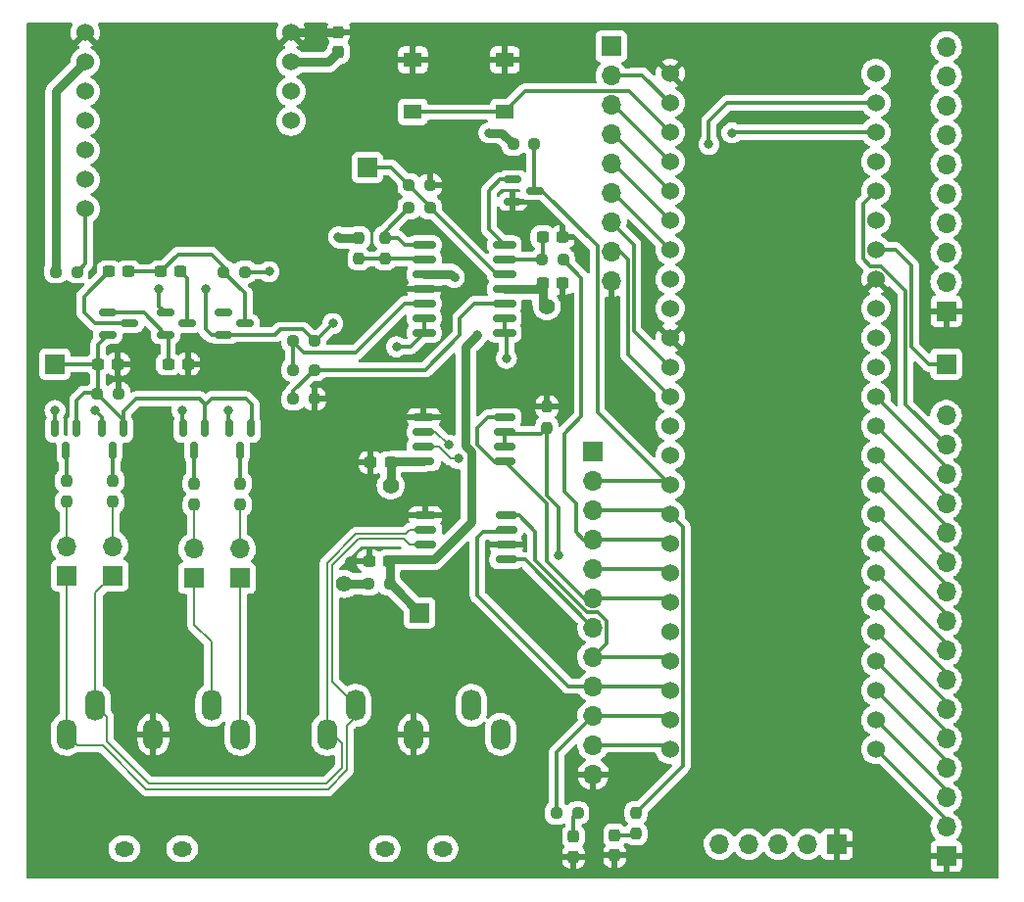
<source format=gbr>
%TF.GenerationSoftware,KiCad,Pcbnew,6.0.11+dfsg-1*%
%TF.CreationDate,2024-04-01T21:04:22+01:00*%
%TF.ProjectId,filestick-prototype,66696c65-7374-4696-936b-2d70726f746f,rev?*%
%TF.SameCoordinates,Original*%
%TF.FileFunction,Copper,L1,Top*%
%TF.FilePolarity,Positive*%
%FSLAX46Y46*%
G04 Gerber Fmt 4.6, Leading zero omitted, Abs format (unit mm)*
G04 Created by KiCad (PCBNEW 6.0.11+dfsg-1) date 2024-04-01 21:04:22*
%MOMM*%
%LPD*%
G01*
G04 APERTURE LIST*
G04 Aperture macros list*
%AMRoundRect*
0 Rectangle with rounded corners*
0 $1 Rounding radius*
0 $2 $3 $4 $5 $6 $7 $8 $9 X,Y pos of 4 corners*
0 Add a 4 corners polygon primitive as box body*
4,1,4,$2,$3,$4,$5,$6,$7,$8,$9,$2,$3,0*
0 Add four circle primitives for the rounded corners*
1,1,$1+$1,$2,$3*
1,1,$1+$1,$4,$5*
1,1,$1+$1,$6,$7*
1,1,$1+$1,$8,$9*
0 Add four rect primitives between the rounded corners*
20,1,$1+$1,$2,$3,$4,$5,0*
20,1,$1+$1,$4,$5,$6,$7,0*
20,1,$1+$1,$6,$7,$8,$9,0*
20,1,$1+$1,$8,$9,$2,$3,0*%
G04 Aperture macros list end*
%TA.AperFunction,ComponentPad*%
%ADD10O,1.700000X2.700000*%
%TD*%
%TA.AperFunction,ComponentPad*%
%ADD11O,1.700000X1.300000*%
%TD*%
%TA.AperFunction,ComponentPad*%
%ADD12R,1.700000X1.700000*%
%TD*%
%TA.AperFunction,ComponentPad*%
%ADD13O,1.700000X1.700000*%
%TD*%
%TA.AperFunction,SMDPad,CuDef*%
%ADD14RoundRect,0.237500X-0.250000X-0.237500X0.250000X-0.237500X0.250000X0.237500X-0.250000X0.237500X0*%
%TD*%
%TA.AperFunction,SMDPad,CuDef*%
%ADD15RoundRect,0.237500X0.237500X-0.300000X0.237500X0.300000X-0.237500X0.300000X-0.237500X-0.300000X0*%
%TD*%
%TA.AperFunction,SMDPad,CuDef*%
%ADD16RoundRect,0.237500X-0.300000X-0.237500X0.300000X-0.237500X0.300000X0.237500X-0.300000X0.237500X0*%
%TD*%
%TA.AperFunction,SMDPad,CuDef*%
%ADD17RoundRect,0.237500X0.237500X-0.250000X0.237500X0.250000X-0.237500X0.250000X-0.237500X-0.250000X0*%
%TD*%
%TA.AperFunction,SMDPad,CuDef*%
%ADD18RoundRect,0.237500X-0.237500X0.250000X-0.237500X-0.250000X0.237500X-0.250000X0.237500X0.250000X0*%
%TD*%
%TA.AperFunction,SMDPad,CuDef*%
%ADD19RoundRect,0.150000X0.837500X0.150000X-0.837500X0.150000X-0.837500X-0.150000X0.837500X-0.150000X0*%
%TD*%
%TA.AperFunction,SMDPad,CuDef*%
%ADD20RoundRect,0.150000X-0.587500X-0.150000X0.587500X-0.150000X0.587500X0.150000X-0.587500X0.150000X0*%
%TD*%
%TA.AperFunction,SMDPad,CuDef*%
%ADD21RoundRect,0.150000X-0.150000X0.587500X-0.150000X-0.587500X0.150000X-0.587500X0.150000X0.587500X0*%
%TD*%
%TA.AperFunction,SMDPad,CuDef*%
%ADD22R,1.550000X1.300000*%
%TD*%
%TA.AperFunction,ComponentPad*%
%ADD23C,1.524000*%
%TD*%
%TA.AperFunction,SMDPad,CuDef*%
%ADD24RoundRect,0.150000X0.800000X0.150000X-0.800000X0.150000X-0.800000X-0.150000X0.800000X-0.150000X0*%
%TD*%
%TA.AperFunction,SMDPad,CuDef*%
%ADD25RoundRect,0.237500X0.237500X-0.287500X0.237500X0.287500X-0.237500X0.287500X-0.237500X-0.287500X0*%
%TD*%
%TA.AperFunction,SMDPad,CuDef*%
%ADD26RoundRect,0.237500X0.250000X0.237500X-0.250000X0.237500X-0.250000X-0.237500X0.250000X-0.237500X0*%
%TD*%
%TA.AperFunction,SMDPad,CuDef*%
%ADD27RoundRect,0.237500X0.300000X0.237500X-0.300000X0.237500X-0.300000X-0.237500X0.300000X-0.237500X0*%
%TD*%
%TA.AperFunction,ViaPad*%
%ADD28C,0.800000*%
%TD*%
%TA.AperFunction,ViaPad*%
%ADD29C,1.400000*%
%TD*%
%TA.AperFunction,Conductor*%
%ADD30C,0.800000*%
%TD*%
%TA.AperFunction,Conductor*%
%ADD31C,0.300000*%
%TD*%
%TA.AperFunction,Conductor*%
%ADD32C,0.200000*%
%TD*%
G04 APERTURE END LIST*
D10*
%TO.P,J1,1,D+*%
%TO.N,/DATA+*%
X131500000Y-114005000D03*
%TO.P,J1,2,COM*%
%TO.N,GND*%
X139000000Y-114005000D03*
%TO.P,J1,3,CLK-*%
%TO.N,/CLK-*%
X146500000Y-114005000D03*
%TO.P,J1,4,D-*%
%TO.N,/DATA-*%
X134000000Y-111505000D03*
%TO.P,J1,5,CLK+*%
%TO.N,/CLK+*%
X144000000Y-111505000D03*
D11*
%TO.P,J1,G1*%
%TO.N,N/C*%
X141500000Y-123905000D03*
%TO.P,J1,G2*%
X136500000Y-123905000D03*
%TD*%
D12*
%TO.P,TP2,1,Pin_1*%
%TO.N,+3.3V*%
X154500000Y-89525000D03*
D13*
%TO.P,TP2,2,Pin_2*%
%TO.N,/COLLISION_DETECT*%
X154500000Y-92065000D03*
%TO.P,TP2,3,Pin_3*%
%TO.N,/TERM_EN*%
X154500000Y-94605000D03*
%TO.P,TP2,4,Pin_4*%
%TO.N,/COLLISION_REF_PWM*%
X154500000Y-97145000D03*
%TO.P,TP2,5,Pin_5*%
%TO.N,Net-(TP2-Pad5)*%
X154500000Y-99685000D03*
%TO.P,TP2,6,Pin_6*%
%TO.N,/ECONET_CLKIO*%
X154500000Y-102225000D03*
%TO.P,TP2,7,Pin_7*%
%TO.N,/ECONET_RXD*%
X154500000Y-104765000D03*
%TO.P,TP2,8,Pin_8*%
%TO.N,/ECONET_TXD*%
X154500000Y-107305000D03*
%TO.P,TP2,9,Pin_9*%
%TO.N,/ECONET_TXEN*%
X154500000Y-109845000D03*
%TO.P,TP2,10,Pin_10*%
%TO.N,/ECONET_CLKEN*%
X154500000Y-112385000D03*
%TO.P,TP2,11,Pin_11*%
%TO.N,Net-(TP2-Pad11)*%
X154500000Y-114925000D03*
%TO.P,TP2,12,Pin_12*%
%TO.N,GND*%
X154500000Y-117465000D03*
%TD*%
D14*
%TO.P,R5,1*%
%TO.N,/V_1V4*%
X128587500Y-85000000D03*
%TO.P,R5,2*%
%TO.N,GND*%
X130412500Y-85000000D03*
%TD*%
D15*
%TO.P,C9,1*%
%TO.N,+3.3V*%
X132500000Y-55000000D03*
%TO.P,C9,2*%
%TO.N,GND*%
X132500000Y-53275000D03*
%TD*%
D16*
%TO.P,C8,1*%
%TO.N,Net-(C8-Pad1)*%
X150137500Y-71000000D03*
%TO.P,C8,2*%
%TO.N,GND*%
X151862500Y-71000000D03*
%TD*%
D12*
%TO.P,TP3,1,Pin_1*%
%TO.N,Net-(TP3-Pad1)*%
X185000000Y-82000000D03*
%TD*%
%TO.P,JP1,1,A*%
%TO.N,/CLK-*%
X124000000Y-100500000D03*
D13*
%TO.P,JP1,2,B*%
%TO.N,/TERM_CLK-*%
X124000000Y-97960000D03*
%TD*%
D16*
%TO.P,C6,1*%
%TO.N,+5V*%
X150137500Y-74990000D03*
%TO.P,C6,2*%
%TO.N,GND*%
X151862500Y-74990000D03*
%TD*%
D17*
%TO.P,R1,1*%
%TO.N,/ECONET_CLKEN*%
X150500000Y-87500000D03*
%TO.P,R1,2*%
%TO.N,GND*%
X150500000Y-85675000D03*
%TD*%
D16*
%TO.P,C7,1*%
%TO.N,/TERM_EN_9V*%
X111725000Y-82010000D03*
%TO.P,C7,2*%
%TO.N,GND*%
X113450000Y-82010000D03*
%TD*%
D14*
%TO.P,R12,1*%
%TO.N,+3.3V*%
X135087500Y-101000000D03*
%TO.P,R12,2*%
%TO.N,/VDD_TX*%
X136912500Y-101000000D03*
%TD*%
D17*
%TO.P,R14,1*%
%TO.N,Net-(R13-Pad2)*%
X136500000Y-72912500D03*
%TO.P,R14,2*%
%TO.N,/COL_LVL*%
X136500000Y-71087500D03*
%TD*%
D16*
%TO.P,C2,1*%
%TO.N,GND*%
X135137500Y-99000000D03*
%TO.P,C2,2*%
%TO.N,/VDD_TX*%
X136862500Y-99000000D03*
%TD*%
D14*
%TO.P,R19,1*%
%TO.N,/ECONET_CLKEN*%
X151337500Y-120800000D03*
%TO.P,R19,2*%
%TO.N,Net-(D5-Pad2)*%
X153162500Y-120800000D03*
%TD*%
D18*
%TO.P,R9,1*%
%TO.N,Net-(Q1-Pad3)*%
X109000000Y-92087500D03*
%TO.P,R9,2*%
%TO.N,/TERM_DATA-*%
X109000000Y-93912500D03*
%TD*%
D14*
%TO.P,R15,1*%
%TO.N,/COL_LVL*%
X138587500Y-68500000D03*
%TO.P,R15,2*%
%TO.N,/COLLISION_MON*%
X140412500Y-68500000D03*
%TD*%
D19*
%TO.P,U2,1*%
%TO.N,/TERM_LO*%
X146822500Y-79310000D03*
%TO.P,U2,2,-*%
X146822500Y-78040000D03*
%TO.P,U2,3,+*%
%TO.N,/V_1V4*%
X146822500Y-76770000D03*
%TO.P,U2,4,V+*%
%TO.N,+5V*%
X146822500Y-75500000D03*
%TO.P,U2,5,+*%
%TO.N,/COLLISION_MON*%
X146822500Y-74230000D03*
%TO.P,U2,6,-*%
%TO.N,Net-(C8-Pad1)*%
X146822500Y-72960000D03*
%TO.P,U2,7*%
%TO.N,/COLLISION_DETECT_5V*%
X146822500Y-71690000D03*
%TO.P,U2,8*%
%TO.N,/COL_LVL*%
X139897500Y-71690000D03*
%TO.P,U2,9,-*%
%TO.N,Net-(R13-Pad2)*%
X139897500Y-72960000D03*
%TO.P,U2,10,+*%
%TO.N,+3.3V*%
X139897500Y-74230000D03*
%TO.P,U2,11,V-*%
%TO.N,GND*%
X139897500Y-75500000D03*
%TO.P,U2,12,+*%
%TO.N,/V_1V8*%
X139897500Y-76770000D03*
%TO.P,U2,13,-*%
%TO.N,/TERM_HI*%
X139897500Y-78040000D03*
%TO.P,U2,14*%
X139897500Y-79310000D03*
%TD*%
D10*
%TO.P,J2,1,D+*%
%TO.N,/DATA-*%
X109000000Y-114005000D03*
%TO.P,J2,2,COM*%
%TO.N,GND*%
X116500000Y-114005000D03*
%TO.P,J2,3,CLK-*%
%TO.N,/CLK-*%
X124000000Y-114005000D03*
%TO.P,J2,4,D-*%
%TO.N,/DATA+*%
X111500000Y-111505000D03*
%TO.P,J2,5,CLK+*%
%TO.N,/CLK+*%
X121500000Y-111505000D03*
D11*
%TO.P,J2,G1*%
%TO.N,N/C*%
X119000000Y-123905000D03*
%TO.P,J2,G2*%
X114000000Y-123905000D03*
%TD*%
D20*
%TO.P,D1,1*%
%TO.N,unconnected-(D1-Pad1)*%
X122562500Y-77550000D03*
%TO.P,D1,2*%
%TO.N,/TERM_EN*%
X122562500Y-79450000D03*
%TO.P,D1,3*%
%TO.N,Net-(C3-Pad1)*%
X124437500Y-78500000D03*
%TD*%
%TO.P,Q5,1,G*%
%TO.N,/COLLISION_DETECT_5V*%
X147562500Y-66050000D03*
%TO.P,Q5,2,S*%
%TO.N,GND*%
X147562500Y-67950000D03*
%TO.P,Q5,3,D*%
%TO.N,/COLLISION_DETECT*%
X149437500Y-67000000D03*
%TD*%
D21*
%TO.P,Q2,1,G*%
%TO.N,/TERM_EN_9V*%
X113950000Y-87562500D03*
%TO.P,Q2,2,S*%
%TO.N,/TERM_HI*%
X112050000Y-87562500D03*
%TO.P,Q2,3,D*%
%TO.N,Net-(Q2-Pad3)*%
X113000000Y-89437500D03*
%TD*%
D22*
%TO.P,SW1,1,1*%
%TO.N,GND*%
X138925000Y-55700000D03*
X146875000Y-55700000D03*
%TO.P,SW1,2,2*%
%TO.N,Net-(SW1-Pad2)*%
X138925000Y-60200000D03*
X146875000Y-60200000D03*
%TD*%
D23*
%TO.P,U5,1,GND*%
%TO.N,GND*%
X110610000Y-53357500D03*
%TO.P,U5,2,Vdd*%
%TO.N,+3.3V*%
X110610000Y-55897500D03*
%TO.P,U5,3,DI*%
%TO.N,/MOSI*%
X110610000Y-58437500D03*
%TO.P,U5,4,DO*%
%TO.N,/MISO*%
X110610000Y-60977500D03*
%TO.P,U5,5,SCLK*%
%TO.N,/SCK*%
X110610000Y-63517500D03*
%TO.P,U5,6,/CS*%
%TO.N,/SD_SS*%
X110610000Y-66057500D03*
%TO.P,U5,7,CD*%
%TO.N,/SD_CD*%
X110610000Y-68597500D03*
%TO.P,U5,8,DAT1_/IRQ*%
%TO.N,unconnected-(U5-Pad8)*%
X128390000Y-60977500D03*
%TO.P,U5,9,DAT2*%
%TO.N,unconnected-(U5-Pad9)*%
X128390000Y-58437500D03*
%TO.P,U5,10,Vdd*%
%TO.N,+3.3V*%
X128390000Y-55897500D03*
%TO.P,U5,11,GND*%
%TO.N,GND*%
X128390000Y-53357500D03*
%TD*%
D16*
%TO.P,C5,1*%
%TO.N,Net-(C5-Pad1)*%
X117775000Y-82000000D03*
%TO.P,C5,2*%
%TO.N,GND*%
X119500000Y-82000000D03*
%TD*%
D12*
%TO.P,J3,1,Pin_1*%
%TO.N,+3.3V*%
X156060000Y-54530000D03*
D13*
%TO.P,J3,2,Pin_2*%
%TO.N,Net-(J3-Pad2)*%
X156060000Y-57070000D03*
%TO.P,J3,3,Pin_3*%
%TO.N,Net-(J3-Pad3)*%
X156060000Y-59610000D03*
%TO.P,J3,4,Pin_4*%
%TO.N,Net-(J3-Pad4)*%
X156060000Y-62150000D03*
%TO.P,J3,5,Pin_5*%
%TO.N,Net-(J3-Pad5)*%
X156060000Y-64690000D03*
%TO.P,J3,6,Pin_6*%
%TO.N,Net-(J3-Pad6)*%
X156060000Y-67230000D03*
%TO.P,J3,7,Pin_7*%
%TO.N,Net-(J3-Pad7)*%
X156060000Y-69770000D03*
%TO.P,J3,8,Pin_8*%
%TO.N,Net-(J3-Pad8)*%
X156060000Y-72310000D03*
%TO.P,J3,9,Pin_9*%
%TO.N,GND*%
X156060000Y-74850000D03*
%TD*%
D12*
%TO.P,JP3,1,A*%
%TO.N,/DATA-*%
X109000000Y-100275000D03*
D13*
%TO.P,JP3,2,B*%
%TO.N,/TERM_DATA-*%
X109000000Y-97735000D03*
%TD*%
D21*
%TO.P,Q4,1,G*%
%TO.N,/TERM_EN_9V*%
X120950000Y-87562500D03*
%TO.P,Q4,2,S*%
%TO.N,Net-(Q3-Pad2)*%
X119050000Y-87562500D03*
%TO.P,Q4,3,D*%
%TO.N,Net-(Q4-Pad3)*%
X120000000Y-89437500D03*
%TD*%
D14*
%TO.P,R18,1*%
%TO.N,+3.3V*%
X147587500Y-63000000D03*
%TO.P,R18,2*%
%TO.N,/COLLISION_DETECT*%
X149412500Y-63000000D03*
%TD*%
D18*
%TO.P,R8,1*%
%TO.N,Net-(Q2-Pad3)*%
X113000000Y-92087500D03*
%TO.P,R8,2*%
%TO.N,/TERM_DATA+*%
X113000000Y-93912500D03*
%TD*%
%TO.P,R20,1*%
%TO.N,/TERM_EN*%
X158200000Y-120787500D03*
%TO.P,R20,2*%
%TO.N,Net-(D6-Pad2)*%
X158200000Y-122612500D03*
%TD*%
D16*
%TO.P,C4,1*%
%TO.N,Net-(C3-Pad1)*%
X117137500Y-74000000D03*
%TO.P,C4,2*%
%TO.N,Net-(C4-Pad2)*%
X118862500Y-74000000D03*
%TD*%
D12*
%TO.P,J5,1,Pin_1*%
%TO.N,GND*%
X185000000Y-124550000D03*
D13*
%TO.P,J5,2,Pin_2*%
%TO.N,Net-(J5-Pad2)*%
X185000000Y-122010000D03*
%TO.P,J5,3,Pin_3*%
%TO.N,Net-(J5-Pad3)*%
X185000000Y-119470000D03*
%TO.P,J5,4,Pin_4*%
%TO.N,Net-(J5-Pad4)*%
X185000000Y-116930000D03*
%TO.P,J5,5,Pin_5*%
%TO.N,Net-(J5-Pad5)*%
X185000000Y-114390000D03*
%TO.P,J5,6,Pin_6*%
%TO.N,Net-(J5-Pad6)*%
X185000000Y-111850000D03*
%TO.P,J5,7,Pin_7*%
%TO.N,Net-(J5-Pad7)*%
X185000000Y-109310000D03*
%TO.P,J5,8,Pin_8*%
%TO.N,Net-(J5-Pad8)*%
X185000000Y-106770000D03*
%TO.P,J5,9,Pin_9*%
%TO.N,Net-(J5-Pad9)*%
X185000000Y-104230000D03*
%TO.P,J5,10,Pin_10*%
%TO.N,Net-(J5-Pad10)*%
X185000000Y-101690000D03*
%TO.P,J5,11,Pin_11*%
%TO.N,Net-(J5-Pad11)*%
X185000000Y-99150000D03*
%TO.P,J5,12,Pin_12*%
%TO.N,Net-(J5-Pad12)*%
X185000000Y-96610000D03*
%TO.P,J5,13,Pin_13*%
%TO.N,Net-(J5-Pad13)*%
X185000000Y-94070000D03*
%TO.P,J5,14,Pin_14*%
%TO.N,Net-(J5-Pad14)*%
X185000000Y-91530000D03*
%TO.P,J5,15,Pin_15*%
%TO.N,/GPIO_20*%
X185000000Y-88990000D03*
%TO.P,J5,16,Pin_16*%
%TO.N,+3.3V*%
X185000000Y-86450000D03*
%TD*%
D17*
%TO.P,R10,1*%
%TO.N,/TERM_CLK+*%
X120022500Y-94137500D03*
%TO.P,R10,2*%
%TO.N,Net-(Q4-Pad3)*%
X120022500Y-92312500D03*
%TD*%
D12*
%TO.P,JP4,1,A*%
%TO.N,/DATA+*%
X113000000Y-100275000D03*
D13*
%TO.P,JP4,2,B*%
%TO.N,/TERM_DATA+*%
X113000000Y-97735000D03*
%TD*%
D23*
%TO.P,U4,1,GND*%
%TO.N,GND*%
X161140000Y-56870000D03*
%TO.P,U4,2,VIO*%
%TO.N,Net-(J3-Pad2)*%
X161140000Y-59410000D03*
%TO.P,U4,3,RESET*%
%TO.N,Net-(SW1-Pad2)*%
X161140000Y-61950000D03*
%TO.P,U4,4,CDONE*%
%TO.N,Net-(J3-Pad3)*%
X161140000Y-64490000D03*
%TO.P,U4,5,GPIO41_RGB2*%
%TO.N,Net-(J3-Pad4)*%
X161140000Y-67030000D03*
%TO.P,U4,6,GPIO39_RGB0*%
%TO.N,Net-(J3-Pad5)*%
X161140000Y-69570000D03*
%TO.P,U4,7,GPIO40_RGB1*%
%TO.N,Net-(J3-Pad6)*%
X161140000Y-72110000D03*
%TO.P,U4,8,5v*%
%TO.N,+5V*%
X161140000Y-74650000D03*
%TO.P,U4,9,3v3*%
%TO.N,+3.3V*%
X161140000Y-77190000D03*
%TO.P,U4,10,GND*%
%TO.N,GND*%
X161140000Y-79730000D03*
%TO.P,U4,11,GPIO23*%
%TO.N,Net-(J3-Pad7)*%
X161140000Y-82270000D03*
%TO.P,U4,12,GPIO25*%
%TO.N,Net-(J3-Pad8)*%
X161140000Y-84810000D03*
%TO.P,U4,13,GPIO26_UART_RX*%
%TO.N,Net-(J4-Pad4)*%
X161140000Y-87350000D03*
%TO.P,U4,14,GPIO27_UART_TX*%
%TO.N,Net-(J4-Pad5)*%
X161140000Y-89890000D03*
%TO.P,U4,15,GPIO32*%
%TO.N,/COLLISION_DETECT*%
X161140000Y-92430000D03*
%TO.P,U4,16,GPIO35*%
%TO.N,/TERM_EN*%
X161140000Y-94970000D03*
%TO.P,U4,17,GPIO31*%
%TO.N,/COLLISION_REF_PWM*%
X161140000Y-97510000D03*
%TO.P,U4,18,GPIO37_G1*%
%TO.N,Net-(TP2-Pad5)*%
X161140000Y-100050000D03*
%TO.P,U4,19,GPIO34_G0*%
%TO.N,/ECONET_CLKIO*%
X161140000Y-102590000D03*
%TO.P,U4,20,GPIO43*%
%TO.N,/ECONET_RXD*%
X161140000Y-105130000D03*
%TO.P,U4,21,GPIO36*%
%TO.N,/ECONET_TXD*%
X161140000Y-107670000D03*
%TO.P,U4,22,GPIO42*%
%TO.N,/ECONET_TXEN*%
X161140000Y-110210000D03*
%TO.P,U4,23,GPIO38*%
%TO.N,/ECONET_CLKEN*%
X161140000Y-112750000D03*
%TO.P,U4,24,GPIO28*%
%TO.N,Net-(TP2-Pad11)*%
X161140000Y-115290000D03*
%TO.P,U4,25,GPIO2*%
%TO.N,Net-(J5-Pad2)*%
X178920000Y-115290000D03*
%TO.P,U4,26,GPIO46*%
%TO.N,Net-(J5-Pad3)*%
X178920000Y-112750000D03*
%TO.P,U4,27,GPIO47*%
%TO.N,Net-(J5-Pad4)*%
X178920000Y-110210000D03*
%TO.P,U4,28,GPIO45*%
%TO.N,Net-(J5-Pad5)*%
X178920000Y-107670000D03*
%TO.P,U4,29,GPIO48*%
%TO.N,Net-(J5-Pad6)*%
X178920000Y-105130000D03*
%TO.P,U4,30,GPIO3*%
%TO.N,Net-(J5-Pad7)*%
X178920000Y-102590000D03*
%TO.P,U4,31,GPIO4*%
%TO.N,Net-(J5-Pad8)*%
X178920000Y-100050000D03*
%TO.P,U4,32,GPIO44_G6*%
%TO.N,Net-(J5-Pad9)*%
X178920000Y-97510000D03*
%TO.P,U4,33,GPIO6*%
%TO.N,Net-(J5-Pad10)*%
X178920000Y-94970000D03*
%TO.P,U4,34,GPIO9*%
%TO.N,Net-(J5-Pad11)*%
X178920000Y-92430000D03*
%TO.P,U4,35,GPIO11*%
%TO.N,Net-(J5-Pad12)*%
X178920000Y-89890000D03*
%TO.P,U4,36,GPIO18*%
%TO.N,Net-(J5-Pad13)*%
X178920000Y-87350000D03*
%TO.P,U4,37,GPIO19*%
%TO.N,Net-(J5-Pad14)*%
X178920000Y-84810000D03*
%TO.P,U4,38,GPIO13*%
%TO.N,/SD_CD*%
X178920000Y-82270000D03*
%TO.P,U4,39,GPIO21_SS3*%
%TO.N,/SS3*%
X178920000Y-79730000D03*
%TO.P,U4,40,GPIO12_SS2*%
%TO.N,/SS2*%
X178920000Y-77190000D03*
%TO.P,U4,41,GND*%
%TO.N,GND*%
X178920000Y-74650000D03*
%TO.P,U4,42,CLK_12MHz*%
%TO.N,Net-(TP3-Pad1)*%
X178920000Y-72110000D03*
%TO.P,U4,43,GPIO10_SS1*%
%TO.N,/SD_SS*%
X178920000Y-69570000D03*
%TO.P,U4,44,GPIO20_G3*%
%TO.N,/GPIO_20*%
X178920000Y-67030000D03*
%TO.P,U4,45,GPIO14_MOSI*%
%TO.N,/MOSI*%
X178920000Y-64490000D03*
%TO.P,U4,46,GPIO17_MISO*%
%TO.N,/MISO*%
X178920000Y-61950000D03*
%TO.P,U4,47,GPIO15_SCK*%
%TO.N,/SCK*%
X178920000Y-59410000D03*
%TO.P,U4,48,GPIO16_SS0*%
%TO.N,/FLASH_SS*%
X178920000Y-56870000D03*
%TD*%
D21*
%TO.P,Q1,1,G*%
%TO.N,/TERM_EN_9V*%
X109887500Y-87562500D03*
%TO.P,Q1,2,S*%
%TO.N,/TERM_LO*%
X107987500Y-87562500D03*
%TO.P,Q1,3,D*%
%TO.N,Net-(Q1-Pad3)*%
X108937500Y-89437500D03*
%TD*%
D18*
%TO.P,R7,1*%
%TO.N,Net-(Q3-Pad3)*%
X124000000Y-92312500D03*
%TO.P,R7,2*%
%TO.N,/TERM_CLK-*%
X124000000Y-94137500D03*
%TD*%
D12*
%TO.P,JP2,1,A*%
%TO.N,/CLK+*%
X120000000Y-100500000D03*
D13*
%TO.P,JP2,2,B*%
%TO.N,/TERM_CLK+*%
X120000000Y-97960000D03*
%TD*%
D12*
%TO.P,J6,1,Pin_1*%
%TO.N,GND*%
X185000000Y-77425000D03*
D13*
%TO.P,J6,2,Pin_2*%
%TO.N,/SD_CD*%
X185000000Y-74885000D03*
%TO.P,J6,3,Pin_3*%
%TO.N,/SS3*%
X185000000Y-72345000D03*
%TO.P,J6,4,Pin_4*%
%TO.N,/SS2*%
X185000000Y-69805000D03*
%TO.P,J6,5,Pin_5*%
%TO.N,/SD_SS*%
X185000000Y-67265000D03*
%TO.P,J6,6,Pin_6*%
%TO.N,/MOSI*%
X185000000Y-64725000D03*
%TO.P,J6,7,Pin_7*%
%TO.N,/MISO*%
X185000000Y-62185000D03*
%TO.P,J6,8,Pin_8*%
%TO.N,/SCK*%
X185000000Y-59645000D03*
%TO.P,J6,9,Pin_9*%
%TO.N,/FLASH_SS*%
X185000000Y-57105000D03*
%TO.P,J6,10,Pin_10*%
%TO.N,+3.3V*%
X185000000Y-54565000D03*
%TD*%
D12*
%TO.P,TP4,1,Pin_1*%
%TO.N,/COLLISION_MON*%
X135000000Y-65000000D03*
%TD*%
D24*
%TO.P,U1,1,R*%
%TO.N,/ECONET_RXD*%
X147000000Y-98905000D03*
%TO.P,U1,2,/RE*%
%TO.N,GND*%
X147000000Y-97635000D03*
%TO.P,U1,3,DE*%
%TO.N,/ECONET_TXEN*%
X147000000Y-96365000D03*
%TO.P,U1,4,D*%
%TO.N,/ECONET_TXD*%
X147000000Y-95095000D03*
%TO.P,U1,5,GND*%
%TO.N,GND*%
X140000000Y-95095000D03*
%TO.P,U1,6,A*%
%TO.N,/DATA+*%
X140000000Y-96365000D03*
%TO.P,U1,7,B*%
%TO.N,/DATA-*%
X140000000Y-97635000D03*
%TO.P,U1,8,Vcc*%
%TO.N,/VDD_TX*%
X140000000Y-98905000D03*
%TD*%
D12*
%TO.P,TP5,1,Pin_1*%
%TO.N,/VDD_TX*%
X139500000Y-103500000D03*
%TD*%
D25*
%TO.P,D5,1,K*%
%TO.N,GND*%
X152800000Y-124575000D03*
%TO.P,D5,2,A*%
%TO.N,Net-(D5-Pad2)*%
X152800000Y-122825000D03*
%TD*%
D14*
%TO.P,R17,1*%
%TO.N,+3.3V*%
X108087500Y-74022500D03*
%TO.P,R17,2*%
%TO.N,/SD_CD*%
X109912500Y-74022500D03*
%TD*%
D24*
%TO.P,U3,1,R*%
%TO.N,/ECONET_CLKIO*%
X146860000Y-90405000D03*
%TO.P,U3,2,/RE*%
%TO.N,/ECONET_CLKEN*%
X146860000Y-89135000D03*
%TO.P,U3,3,DE*%
X146860000Y-87865000D03*
%TO.P,U3,4,D*%
%TO.N,/ECONET_CLKIO*%
X146860000Y-86595000D03*
%TO.P,U3,5,GND*%
%TO.N,GND*%
X139860000Y-86595000D03*
%TO.P,U3,6,A*%
%TO.N,/CLK+*%
X139860000Y-87865000D03*
%TO.P,U3,7,B*%
%TO.N,/CLK-*%
X139860000Y-89135000D03*
%TO.P,U3,8,Vcc*%
%TO.N,+3.3V*%
X139860000Y-90405000D03*
%TD*%
D14*
%TO.P,R16,1*%
%TO.N,/COLLISION_MON*%
X138587500Y-66522500D03*
%TO.P,R16,2*%
%TO.N,GND*%
X140412500Y-66522500D03*
%TD*%
%TO.P,R4,1*%
%TO.N,/V_1V8*%
X128587500Y-82500000D03*
%TO.P,R4,2*%
%TO.N,/V_1V4*%
X130412500Y-82500000D03*
%TD*%
D26*
%TO.P,R3,1*%
%TO.N,/TERM_EN*%
X130412500Y-80000000D03*
%TO.P,R3,2*%
%TO.N,/V_1V8*%
X128587500Y-80000000D03*
%TD*%
D18*
%TO.P,R13,1*%
%TO.N,/VDD_TX*%
X134252500Y-71087500D03*
%TO.P,R13,2*%
%TO.N,Net-(R13-Pad2)*%
X134252500Y-72912500D03*
%TD*%
D21*
%TO.P,Q3,1,G*%
%TO.N,/TERM_EN_9V*%
X124950000Y-87562500D03*
%TO.P,Q3,2,S*%
%TO.N,Net-(Q3-Pad2)*%
X123050000Y-87562500D03*
%TO.P,Q3,3,D*%
%TO.N,Net-(Q3-Pad3)*%
X124000000Y-89437500D03*
%TD*%
D27*
%TO.P,C3,1*%
%TO.N,Net-(C3-Pad1)*%
X114362500Y-74000000D03*
%TO.P,C3,2*%
%TO.N,Net-(C3-Pad2)*%
X112637500Y-74000000D03*
%TD*%
D26*
%TO.P,R11,1*%
%TO.N,/COLLISION_REF_PWM*%
X151912500Y-72977500D03*
%TO.P,R11,2*%
%TO.N,Net-(C8-Pad1)*%
X150087500Y-72977500D03*
%TD*%
D25*
%TO.P,D6,1,K*%
%TO.N,GND*%
X156350000Y-124475000D03*
%TO.P,D6,2,A*%
%TO.N,Net-(D6-Pad2)*%
X156350000Y-122725000D03*
%TD*%
D12*
%TO.P,J4,1,Pin_1*%
%TO.N,GND*%
X175575000Y-123500000D03*
D13*
%TO.P,J4,2,Pin_2*%
%TO.N,unconnected-(J4-Pad2)*%
X173035000Y-123500000D03*
%TO.P,J4,3,Pin_3*%
%TO.N,unconnected-(J4-Pad3)*%
X170495000Y-123500000D03*
%TO.P,J4,4,Pin_4*%
%TO.N,Net-(J4-Pad4)*%
X167955000Y-123500000D03*
%TO.P,J4,5,Pin_5*%
%TO.N,Net-(J4-Pad5)*%
X165415000Y-123500000D03*
%TD*%
D27*
%TO.P,C1,1*%
%TO.N,+3.3V*%
X137000000Y-90500000D03*
%TO.P,C1,2*%
%TO.N,GND*%
X135275000Y-90500000D03*
%TD*%
D20*
%TO.P,D3,1*%
%TO.N,Net-(C5-Pad1)*%
X112562500Y-77550000D03*
%TO.P,D3,2*%
%TO.N,/TERM_EN_9V*%
X112562500Y-79450000D03*
%TO.P,D3,3*%
%TO.N,Net-(C3-Pad2)*%
X114437500Y-78500000D03*
%TD*%
D14*
%TO.P,R6,1*%
%TO.N,/TERM_EN_9V*%
X111675000Y-84545000D03*
%TO.P,R6,2*%
%TO.N,GND*%
X113500000Y-84545000D03*
%TD*%
D26*
%TO.P,R2,1*%
%TO.N,/COLLISION_REF_PWM*%
X124412500Y-74022500D03*
%TO.P,R2,2*%
%TO.N,Net-(C3-Pad1)*%
X122587500Y-74022500D03*
%TD*%
D20*
%TO.P,D2,1*%
%TO.N,/TERM_EN*%
X117562500Y-77550000D03*
%TO.P,D2,2*%
%TO.N,Net-(C5-Pad1)*%
X117562500Y-79450000D03*
%TO.P,D2,3*%
%TO.N,Net-(C4-Pad2)*%
X119437500Y-78500000D03*
%TD*%
D12*
%TO.P,TP1,1,Pin_1*%
%TO.N,/TERM_EN_9V*%
X108000000Y-82000000D03*
%TD*%
D28*
%TO.N,+3.3V*%
X145500000Y-62000000D03*
X142500000Y-74500000D03*
D29*
X133000000Y-101000000D03*
X137000000Y-92500000D03*
D28*
%TO.N,GND*%
X133350000Y-90500000D03*
X137600000Y-75250000D03*
D29*
X148000000Y-102000000D03*
D28*
X137750000Y-95050000D03*
D29*
X152000000Y-79000000D03*
D28*
X137600000Y-86550000D03*
X133500000Y-99000000D03*
X130400000Y-86700000D03*
X121000000Y-83150000D03*
X153500000Y-72000000D03*
%TO.N,/VDD_TX*%
X144500000Y-79500000D03*
X132500000Y-71000000D03*
D29*
%TO.N,+5V*%
X150500000Y-77000000D03*
D28*
%TO.N,/TERM_EN*%
X132000000Y-78500000D03*
X117000000Y-75500000D03*
X121000000Y-75500000D03*
%TO.N,/CLK-*%
X142835522Y-90164478D03*
%TO.N,/CLK+*%
X142000000Y-89000000D03*
%TO.N,/MISO*%
X166500000Y-62000000D03*
%TO.N,/SCK*%
X164500000Y-63000000D03*
%TO.N,/TERM_LO*%
X147000000Y-81500000D03*
X108000000Y-86000000D03*
%TO.N,/TERM_HI*%
X111500000Y-86000000D03*
X137500000Y-80500000D03*
%TO.N,Net-(Q3-Pad2)*%
X123000000Y-86000000D03*
X119000000Y-86000000D03*
%TO.N,/ECONET_CLKEN*%
X151500000Y-98500000D03*
%TO.N,/COLLISION_REF_PWM*%
X126500000Y-74000000D03*
%TD*%
D30*
%TO.N,+3.3V*%
X137095000Y-90405000D02*
X137000000Y-90500000D01*
X128390000Y-55897500D02*
X131602500Y-55897500D01*
X137000000Y-90500000D02*
X137000000Y-92500000D01*
X139897500Y-74230000D02*
X142230000Y-74230000D01*
X139860000Y-90405000D02*
X137095000Y-90405000D01*
X146587500Y-62000000D02*
X147587500Y-63000000D01*
X131602500Y-55897500D02*
X132500000Y-55000000D01*
X133000000Y-101000000D02*
X135087500Y-101000000D01*
X142230000Y-74230000D02*
X142500000Y-74500000D01*
X108087500Y-58420000D02*
X110610000Y-55897500D01*
X108087500Y-74022500D02*
X108087500Y-58420000D01*
X145500000Y-62000000D02*
X146587500Y-62000000D01*
%TO.N,GND*%
X128390000Y-53357500D02*
X132417500Y-53357500D01*
X132417500Y-53357500D02*
X132500000Y-53275000D01*
%TO.N,/VDD_TX*%
X143969670Y-89530330D02*
X143500000Y-89060660D01*
X136912500Y-101000000D02*
X136912500Y-99050000D01*
X136912500Y-99050000D02*
X136862500Y-99000000D01*
X136957500Y-98905000D02*
X136862500Y-99000000D01*
X140000000Y-98905000D02*
X136957500Y-98905000D01*
X143500000Y-80500000D02*
X144500000Y-79500000D01*
X140000000Y-98905000D02*
X140740660Y-98905000D01*
X136912500Y-101000000D02*
X137000000Y-101000000D01*
X143969670Y-95675990D02*
X143969670Y-89530330D01*
X137000000Y-101000000D02*
X139500000Y-103500000D01*
X140740660Y-98905000D02*
X143969670Y-95675990D01*
X132587500Y-71087500D02*
X132500000Y-71000000D01*
X134252500Y-71087500D02*
X132587500Y-71087500D01*
X143500000Y-89060660D02*
X143500000Y-80500000D01*
D31*
%TO.N,Net-(C3-Pad1)*%
X114362500Y-74000000D02*
X117137500Y-74000000D01*
X124437500Y-78500000D02*
X124437500Y-75872500D01*
X122587500Y-74022500D02*
X122587500Y-73587500D01*
X121500000Y-72500000D02*
X118637500Y-72500000D01*
X124437500Y-75872500D02*
X122587500Y-74022500D01*
X122587500Y-73587500D02*
X121500000Y-72500000D01*
X118637500Y-72500000D02*
X117137500Y-74000000D01*
%TO.N,Net-(C3-Pad2)*%
X114437500Y-78500000D02*
X111500000Y-78500000D01*
X110500000Y-77500000D02*
X110500000Y-76137500D01*
X111500000Y-78500000D02*
X110500000Y-77500000D01*
X110500000Y-76137500D02*
X112637500Y-74000000D01*
%TO.N,Net-(C4-Pad2)*%
X119437500Y-78500000D02*
X119437500Y-74575000D01*
X119437500Y-74575000D02*
X118862500Y-74000000D01*
%TO.N,Net-(C5-Pad1)*%
X112562500Y-77550000D02*
X115662500Y-77550000D01*
X117775000Y-79662500D02*
X117562500Y-79450000D01*
X117775000Y-82000000D02*
X117775000Y-79662500D01*
X115662500Y-77550000D02*
X117562500Y-79450000D01*
D30*
%TO.N,+5V*%
X149627500Y-75500000D02*
X150137500Y-74990000D01*
X146822500Y-75500000D02*
X149627500Y-75500000D01*
X150137500Y-74990000D02*
X150137500Y-76637500D01*
X150137500Y-76637500D02*
X150500000Y-77000000D01*
D31*
%TO.N,/TERM_EN_9V*%
X115000000Y-85000000D02*
X113950000Y-86050000D01*
X113950000Y-86820000D02*
X111675000Y-84545000D01*
X113950000Y-87562500D02*
X113950000Y-86820000D01*
X120950000Y-85450000D02*
X120500000Y-85000000D01*
X125000000Y-87512500D02*
X124950000Y-87562500D01*
X120950000Y-85550000D02*
X121500000Y-85000000D01*
X111630000Y-84500000D02*
X111675000Y-84545000D01*
X124500000Y-85000000D02*
X125000000Y-85500000D01*
X120950000Y-87562500D02*
X120950000Y-85450000D01*
X111715000Y-82000000D02*
X111725000Y-82010000D01*
X109887500Y-87562500D02*
X109887500Y-85112500D01*
X120500000Y-85000000D02*
X115000000Y-85000000D01*
X113950000Y-86050000D02*
X113950000Y-87562500D01*
X110500000Y-84500000D02*
X111630000Y-84500000D01*
X125000000Y-85500000D02*
X125000000Y-87512500D01*
X120950000Y-87562500D02*
X120950000Y-85550000D01*
X121500000Y-85000000D02*
X124500000Y-85000000D01*
X111725000Y-84495000D02*
X111675000Y-84545000D01*
X109887500Y-85112500D02*
X110500000Y-84500000D01*
X108000000Y-82000000D02*
X111715000Y-82000000D01*
X111725000Y-82010000D02*
X111725000Y-84495000D01*
X111725000Y-80287500D02*
X112562500Y-79450000D01*
X111725000Y-82010000D02*
X111725000Y-80287500D01*
%TO.N,Net-(C8-Pad1)*%
X150137500Y-72927500D02*
X150087500Y-72977500D01*
X150070000Y-72960000D02*
X150087500Y-72977500D01*
X150137500Y-71000000D02*
X150137500Y-72927500D01*
X146822500Y-72960000D02*
X150070000Y-72960000D01*
%TO.N,/TERM_EN*%
X127500000Y-79000000D02*
X129412500Y-79000000D01*
X117000000Y-75500000D02*
X117000000Y-76987500D01*
X117000000Y-76987500D02*
X117562500Y-77550000D01*
X158200000Y-120787500D02*
X162252000Y-116735500D01*
X130500000Y-80000000D02*
X132000000Y-78500000D01*
X130412500Y-80000000D02*
X130500000Y-80000000D01*
X121500000Y-79500000D02*
X122512500Y-79500000D01*
X122562500Y-79450000D02*
X127050000Y-79450000D01*
X122512500Y-79500000D02*
X122562500Y-79450000D01*
X121000000Y-75500000D02*
X121000000Y-79000000D01*
X162252000Y-116735500D02*
X162252000Y-96082000D01*
X162252000Y-96082000D02*
X161140000Y-94970000D01*
X127050000Y-79450000D02*
X127500000Y-79000000D01*
X121000000Y-79000000D02*
X121500000Y-79500000D01*
X154500000Y-94605000D02*
X160775000Y-94605000D01*
X129412500Y-79000000D02*
X130412500Y-80000000D01*
X160775000Y-94605000D02*
X161140000Y-94970000D01*
D32*
%TO.N,/DATA+*%
X116088198Y-118275000D02*
X131406800Y-118275000D01*
X111500000Y-111505000D02*
X111500000Y-101775000D01*
X138330011Y-96669989D02*
X138635000Y-96365000D01*
X112454595Y-112459595D02*
X112454595Y-114641397D01*
X132775000Y-114775000D02*
X132005000Y-114005000D01*
X134011811Y-96669989D02*
X138330011Y-96669989D01*
X132005000Y-114005000D02*
X131500000Y-114005000D01*
X131500000Y-114005000D02*
X131500000Y-99181800D01*
X132775000Y-116906800D02*
X132775000Y-114775000D01*
X111500000Y-111505000D02*
X112454595Y-112459595D01*
X111500000Y-101775000D02*
X113000000Y-100275000D01*
X112454595Y-114641397D02*
X116088198Y-118275000D01*
X131500000Y-99181800D02*
X134011811Y-96669989D01*
X131406800Y-118275000D02*
X132775000Y-116906800D01*
X138635000Y-96365000D02*
X140000000Y-96365000D01*
%TO.N,/CLK-*%
X142174528Y-90164478D02*
X141145050Y-89135000D01*
X124000000Y-114005000D02*
X124000000Y-100500000D01*
X142835522Y-90164478D02*
X142174528Y-90164478D01*
X141145050Y-89135000D02*
X139860000Y-89135000D01*
%TO.N,/DATA-*%
X109000000Y-114005000D02*
X109954595Y-114959595D01*
X133225000Y-113275000D02*
X134000000Y-112500000D01*
X138635000Y-97635000D02*
X140000000Y-97635000D01*
X112136397Y-114959595D02*
X115901802Y-118725000D01*
X138119989Y-97119989D02*
X138635000Y-97635000D01*
X134000000Y-111505000D02*
X131950001Y-109455001D01*
X134198211Y-97119989D02*
X138119989Y-97119989D01*
X131950001Y-109455001D02*
X131950001Y-99368199D01*
X115901802Y-118725000D02*
X131593200Y-118725000D01*
X131593200Y-118725000D02*
X133225000Y-117093200D01*
X133225000Y-117093200D02*
X133225000Y-113275000D01*
X134000000Y-112500000D02*
X134000000Y-111505000D01*
X109000000Y-114005000D02*
X109000000Y-100275000D01*
X131950001Y-99368199D02*
X134198211Y-97119989D01*
X109954595Y-114959595D02*
X112136397Y-114959595D01*
%TO.N,/CLK+*%
X140865000Y-87865000D02*
X139860000Y-87865000D01*
X142000000Y-89000000D02*
X140865000Y-87865000D01*
X121500000Y-111505000D02*
X121500000Y-106000000D01*
X120000000Y-104500000D02*
X120000000Y-100500000D01*
X121500000Y-106000000D02*
X120000000Y-104500000D01*
D31*
%TO.N,Net-(J3-Pad2)*%
X158000000Y-57000000D02*
X157930000Y-57070000D01*
X157930000Y-57070000D02*
X156060000Y-57070000D01*
X158730000Y-57000000D02*
X158000000Y-57000000D01*
X161140000Y-59410000D02*
X158730000Y-57000000D01*
%TO.N,Net-(J3-Pad3)*%
X161140000Y-64490000D02*
X156260000Y-59610000D01*
X156260000Y-59610000D02*
X156060000Y-59610000D01*
%TO.N,Net-(J3-Pad4)*%
X161140000Y-67030000D02*
X156260000Y-62150000D01*
X156260000Y-62150000D02*
X156060000Y-62150000D01*
%TO.N,Net-(J3-Pad5)*%
X156260000Y-64690000D02*
X156060000Y-64690000D01*
X161140000Y-69570000D02*
X156260000Y-64690000D01*
%TO.N,Net-(J3-Pad6)*%
X161140000Y-72110000D02*
X156260000Y-67230000D01*
X156260000Y-67230000D02*
X156060000Y-67230000D01*
%TO.N,Net-(J3-Pad7)*%
X161140000Y-82270000D02*
X158000000Y-79130000D01*
X158000000Y-79130000D02*
X158000000Y-71710000D01*
X158000000Y-71710000D02*
X156060000Y-69770000D01*
%TO.N,Net-(J3-Pad8)*%
X161140000Y-84810000D02*
X157500000Y-81170000D01*
X157500000Y-81170000D02*
X157500000Y-73000000D01*
X156810000Y-72310000D02*
X156060000Y-72310000D01*
X157500000Y-73000000D02*
X156810000Y-72310000D01*
%TO.N,Net-(J5-Pad2)*%
X178920000Y-115290000D02*
X185000000Y-121370000D01*
X185000000Y-121370000D02*
X185000000Y-122010000D01*
%TO.N,Net-(J5-Pad3)*%
X178920000Y-112750000D02*
X185000000Y-118830000D01*
X185000000Y-118830000D02*
X185000000Y-119470000D01*
%TO.N,Net-(J5-Pad4)*%
X178920000Y-110210000D02*
X185000000Y-116290000D01*
X185000000Y-116290000D02*
X185000000Y-116930000D01*
%TO.N,Net-(J5-Pad5)*%
X185000000Y-113750000D02*
X185000000Y-114390000D01*
X178920000Y-107670000D02*
X185000000Y-113750000D01*
%TO.N,Net-(J5-Pad6)*%
X185000000Y-111210000D02*
X185000000Y-111850000D01*
X178920000Y-105130000D02*
X185000000Y-111210000D01*
%TO.N,Net-(J5-Pad7)*%
X178920000Y-102590000D02*
X185000000Y-108670000D01*
X185000000Y-108670000D02*
X185000000Y-109310000D01*
%TO.N,Net-(J5-Pad8)*%
X178920000Y-100050000D02*
X185000000Y-106130000D01*
X185000000Y-106130000D02*
X185000000Y-106770000D01*
%TO.N,Net-(J5-Pad9)*%
X178920000Y-97510000D02*
X185000000Y-103590000D01*
X185000000Y-103590000D02*
X185000000Y-104230000D01*
%TO.N,Net-(J5-Pad10)*%
X185000000Y-101050000D02*
X185000000Y-101690000D01*
X178920000Y-94970000D02*
X185000000Y-101050000D01*
%TO.N,Net-(J5-Pad11)*%
X178920000Y-92430000D02*
X185000000Y-98510000D01*
X185000000Y-98510000D02*
X185000000Y-99150000D01*
%TO.N,Net-(J5-Pad12)*%
X178920000Y-89890000D02*
X185000000Y-95970000D01*
X185000000Y-95970000D02*
X185000000Y-96610000D01*
%TO.N,Net-(J5-Pad13)*%
X178920000Y-87350000D02*
X185000000Y-93430000D01*
X185000000Y-93430000D02*
X185000000Y-94070000D01*
%TO.N,Net-(J5-Pad14)*%
X178920000Y-84810000D02*
X185000000Y-90890000D01*
X185000000Y-90890000D02*
X185000000Y-91530000D01*
%TO.N,/GPIO_20*%
X178920000Y-67030000D02*
X177808000Y-68142000D01*
X181500000Y-75657394D02*
X181500000Y-85490000D01*
X177808000Y-72886606D02*
X178459394Y-73538000D01*
X181500000Y-85490000D02*
X185000000Y-88990000D01*
X177808000Y-68142000D02*
X177808000Y-72886606D01*
X179380606Y-73538000D02*
X181500000Y-75657394D01*
X178459394Y-73538000D02*
X179380606Y-73538000D01*
%TO.N,/SD_CD*%
X109912500Y-74022500D02*
X110610000Y-73325000D01*
X110610000Y-73325000D02*
X110610000Y-68597500D01*
%TO.N,/MISO*%
X166550000Y-61950000D02*
X178920000Y-61950000D01*
X166500000Y-62000000D02*
X166550000Y-61950000D01*
%TO.N,/SCK*%
X164500000Y-61000000D02*
X164500000Y-63000000D01*
X178920000Y-59410000D02*
X166090000Y-59410000D01*
X166090000Y-59410000D02*
X164500000Y-61000000D01*
D32*
%TO.N,/TERM_CLK-*%
X124000000Y-97960000D02*
X124000000Y-94137500D01*
%TO.N,/TERM_CLK+*%
X120000000Y-97960000D02*
X120000000Y-94160000D01*
X120000000Y-94160000D02*
X120022500Y-94137500D01*
%TO.N,/TERM_DATA-*%
X109000000Y-97735000D02*
X109000000Y-93912500D01*
%TO.N,/TERM_DATA+*%
X113000000Y-97735000D02*
X113000000Y-93912500D01*
D31*
%TO.N,/TERM_LO*%
X107987500Y-87562500D02*
X107987500Y-86012500D01*
X147000000Y-79487500D02*
X146822500Y-79310000D01*
X146822500Y-78040000D02*
X146822500Y-79310000D01*
X107987500Y-86012500D02*
X108000000Y-86000000D01*
X147000000Y-81500000D02*
X147000000Y-79487500D01*
%TO.N,Net-(Q1-Pad3)*%
X109000000Y-92087500D02*
X109000000Y-89500000D01*
X109000000Y-89500000D02*
X108937500Y-89437500D01*
%TO.N,/TERM_HI*%
X112050000Y-87562500D02*
X112050000Y-86550000D01*
X138707500Y-80500000D02*
X139897500Y-79310000D01*
X112050000Y-86550000D02*
X111500000Y-86000000D01*
X139897500Y-78040000D02*
X139897500Y-79310000D01*
X137500000Y-80500000D02*
X138707500Y-80500000D01*
%TO.N,Net-(Q2-Pad3)*%
X113000000Y-92087500D02*
X113000000Y-89437500D01*
%TO.N,Net-(Q3-Pad2)*%
X123000000Y-87512500D02*
X123050000Y-87562500D01*
X123000000Y-86000000D02*
X123000000Y-87512500D01*
X119000000Y-86000000D02*
X119000000Y-87512500D01*
X119000000Y-87512500D02*
X119050000Y-87562500D01*
%TO.N,Net-(Q3-Pad3)*%
X124000000Y-92312500D02*
X124000000Y-89437500D01*
%TO.N,Net-(Q4-Pad3)*%
X120022500Y-92312500D02*
X120022500Y-89460000D01*
X120022500Y-89460000D02*
X120000000Y-89437500D01*
%TO.N,/ECONET_CLKEN*%
X151500000Y-94337894D02*
X151500000Y-98500000D01*
X147500000Y-88000000D02*
X150000000Y-88000000D01*
X146860000Y-87865000D02*
X146860000Y-89135000D01*
X146860000Y-87865000D02*
X147365000Y-87865000D01*
X150500000Y-87500000D02*
X150500000Y-93337894D01*
X150000000Y-88000000D02*
X150500000Y-87500000D01*
X151337500Y-115547500D02*
X154500000Y-112385000D01*
X154500000Y-112385000D02*
X160775000Y-112385000D01*
X147365000Y-87865000D02*
X147500000Y-88000000D01*
X160775000Y-112385000D02*
X161140000Y-112750000D01*
X151337500Y-120800000D02*
X151337500Y-115547500D01*
X150500000Y-93337894D02*
X151500000Y-94337894D01*
%TO.N,/COLLISION_REF_PWM*%
X126477500Y-74022500D02*
X126500000Y-74000000D01*
X160775000Y-97145000D02*
X161140000Y-97510000D01*
X152000000Y-88000000D02*
X152000000Y-93000000D01*
X151912500Y-72977500D02*
X153500000Y-74565000D01*
X154500000Y-97145000D02*
X160775000Y-97145000D01*
X152000000Y-93000000D02*
X153000000Y-94000000D01*
X153000000Y-94000000D02*
X153000000Y-96500000D01*
X153000000Y-96500000D02*
X153645000Y-97145000D01*
X124412500Y-74022500D02*
X126477500Y-74022500D01*
X153500000Y-74565000D02*
X153500000Y-86500000D01*
X153645000Y-97145000D02*
X154500000Y-97145000D01*
X153500000Y-86500000D02*
X152000000Y-88000000D01*
%TO.N,/V_1V8*%
X128587500Y-80087500D02*
X129500000Y-81000000D01*
X138230000Y-76770000D02*
X139897500Y-76770000D01*
X128587500Y-82500000D02*
X128587500Y-80000000D01*
X134000000Y-81000000D02*
X138230000Y-76770000D01*
X128587500Y-80000000D02*
X128587500Y-80087500D01*
X129500000Y-81000000D02*
X134000000Y-81000000D01*
%TO.N,/V_1V4*%
X130412500Y-82500000D02*
X140000000Y-82500000D01*
X140000000Y-82500000D02*
X143000000Y-79500000D01*
X143000000Y-79500000D02*
X143000000Y-78000000D01*
X128587500Y-84325000D02*
X130412500Y-82500000D01*
X144230000Y-76770000D02*
X146822500Y-76770000D01*
X143000000Y-78000000D02*
X144230000Y-76770000D01*
X128587500Y-85000000D02*
X128587500Y-84325000D01*
%TO.N,Net-(R13-Pad2)*%
X139850000Y-72912500D02*
X139897500Y-72960000D01*
X134252500Y-72912500D02*
X136500000Y-72912500D01*
X136500000Y-72912500D02*
X139850000Y-72912500D01*
%TO.N,/COL_LVL*%
X136500000Y-71087500D02*
X137587500Y-71087500D01*
X138190000Y-71690000D02*
X139897500Y-71690000D01*
X136500000Y-70587500D02*
X138587500Y-68500000D01*
X136500000Y-71087500D02*
X136500000Y-70587500D01*
X137587500Y-71087500D02*
X138190000Y-71690000D01*
%TO.N,/COLLISION_MON*%
X137065000Y-65000000D02*
X135000000Y-65000000D01*
X138587500Y-66522500D02*
X137065000Y-65000000D01*
X146822500Y-74230000D02*
X146142500Y-74230000D01*
X140412500Y-68500000D02*
X140412500Y-68347500D01*
X140412500Y-68347500D02*
X138587500Y-66522500D01*
X146142500Y-74230000D02*
X140412500Y-68500000D01*
%TO.N,Net-(SW1-Pad2)*%
X161140000Y-61950000D02*
X157600000Y-58410000D01*
X138925000Y-60200000D02*
X146875000Y-60200000D01*
X157600000Y-58410000D02*
X148590000Y-58410000D01*
X148590000Y-58410000D02*
X146750000Y-60250000D01*
%TO.N,/COLLISION_DETECT*%
X154860000Y-71810000D02*
X154860000Y-86150000D01*
X160775000Y-92065000D02*
X161140000Y-92430000D01*
X149412500Y-66975000D02*
X149437500Y-67000000D01*
X150050000Y-67000000D02*
X154860000Y-71810000D01*
X149412500Y-63000000D02*
X149412500Y-66975000D01*
X154500000Y-92065000D02*
X160775000Y-92065000D01*
X154860000Y-86150000D02*
X161140000Y-92430000D01*
%TO.N,Net-(TP2-Pad5)*%
X160775000Y-99685000D02*
X161140000Y-100050000D01*
X154500000Y-99685000D02*
X160775000Y-99685000D01*
%TO.N,/ECONET_CLKIO*%
X154500000Y-102225000D02*
X160775000Y-102225000D01*
X144500000Y-89000000D02*
X146000000Y-90500000D01*
X160775000Y-102225000D02*
X161140000Y-102590000D01*
X144500000Y-87500000D02*
X144500000Y-89000000D01*
X150500000Y-99000000D02*
X153725000Y-102225000D01*
X146860000Y-86595000D02*
X145405000Y-86595000D01*
X153725000Y-102225000D02*
X154500000Y-102225000D01*
X145405000Y-86595000D02*
X144500000Y-87500000D01*
X146860000Y-90405000D02*
X150500000Y-94045000D01*
X150500000Y-94045000D02*
X150500000Y-99000000D01*
%TO.N,/ECONET_RXD*%
X148640000Y-98905000D02*
X147000000Y-98905000D01*
X154500000Y-104765000D02*
X148640000Y-98905000D01*
%TO.N,/ECONET_TXD*%
X154500000Y-107305000D02*
X155700000Y-106105000D01*
X149500000Y-98922057D02*
X149500000Y-96500000D01*
X154500000Y-107305000D02*
X160775000Y-107305000D01*
X149500000Y-96500000D02*
X148095000Y-95095000D01*
X154925000Y-103425000D02*
X154002943Y-103425000D01*
X154002943Y-103425000D02*
X149500000Y-98922057D01*
X160775000Y-107305000D02*
X161140000Y-107670000D01*
X155700000Y-104200000D02*
X154925000Y-103425000D01*
X155700000Y-106105000D02*
X155700000Y-104200000D01*
X148095000Y-95095000D02*
X147000000Y-95095000D01*
%TO.N,/ECONET_TXEN*%
X146612893Y-96365000D02*
X146477893Y-96500000D01*
X160775000Y-109845000D02*
X161140000Y-110210000D01*
X144500000Y-97000000D02*
X144500000Y-102000000D01*
X154500000Y-109845000D02*
X160775000Y-109845000D01*
X144500000Y-102000000D02*
X152345000Y-109845000D01*
X146477893Y-96500000D02*
X145000000Y-96500000D01*
X145000000Y-96500000D02*
X144500000Y-97000000D01*
X152345000Y-109845000D02*
X154500000Y-109845000D01*
X147000000Y-96365000D02*
X146612893Y-96365000D01*
%TO.N,Net-(TP2-Pad11)*%
X154500000Y-114925000D02*
X160775000Y-114925000D01*
X160775000Y-114925000D02*
X161140000Y-115290000D01*
%TO.N,Net-(TP3-Pad1)*%
X182000000Y-73500000D02*
X182000000Y-80500000D01*
X178920000Y-72110000D02*
X180610000Y-72110000D01*
X182000000Y-80500000D02*
X183500000Y-82000000D01*
X180610000Y-72110000D02*
X182000000Y-73500000D01*
X183500000Y-82000000D02*
X185000000Y-82000000D01*
%TO.N,/COLLISION_DETECT_5V*%
X147562500Y-66050000D02*
X146450000Y-66050000D01*
X145500000Y-70367500D02*
X146822500Y-71690000D01*
X146450000Y-66050000D02*
X145500000Y-67000000D01*
X145500000Y-67000000D02*
X145500000Y-70367500D01*
%TO.N,Net-(D5-Pad2)*%
X152800000Y-121162500D02*
X153162500Y-120800000D01*
X152800000Y-122825000D02*
X152800000Y-121162500D01*
%TO.N,Net-(D6-Pad2)*%
X156350000Y-122725000D02*
X158087500Y-122725000D01*
X158087500Y-122725000D02*
X158200000Y-122612500D01*
%TD*%
%TA.AperFunction,Conductor*%
%TO.N,GND*%
G36*
X109480171Y-52528502D02*
G01*
X109526664Y-52582158D01*
X109536768Y-52652432D01*
X109515264Y-52706769D01*
X109509101Y-52715572D01*
X109503624Y-52725056D01*
X109414355Y-52916493D01*
X109410609Y-52926785D01*
X109355941Y-53130809D01*
X109354038Y-53141604D01*
X109335628Y-53352025D01*
X109335628Y-53362975D01*
X109354038Y-53573396D01*
X109355941Y-53584191D01*
X109410609Y-53788215D01*
X109414355Y-53798507D01*
X109503623Y-53989941D01*
X109509103Y-53999432D01*
X109539794Y-54043265D01*
X109550271Y-54051640D01*
X109563718Y-54044572D01*
X110520905Y-53087385D01*
X110583217Y-53053359D01*
X110654032Y-53058424D01*
X110699095Y-53087385D01*
X111657003Y-54045293D01*
X111668777Y-54051723D01*
X111680793Y-54042426D01*
X111710897Y-53999432D01*
X111716377Y-53989941D01*
X111805645Y-53798507D01*
X111809391Y-53788215D01*
X111864059Y-53584191D01*
X111865962Y-53573396D01*
X111884372Y-53362975D01*
X111884372Y-53352025D01*
X111865962Y-53141604D01*
X111864059Y-53130809D01*
X111809391Y-52926785D01*
X111805645Y-52916493D01*
X111716376Y-52725056D01*
X111710899Y-52715572D01*
X111704736Y-52706769D01*
X111682049Y-52639495D01*
X111699335Y-52570635D01*
X111751105Y-52522051D01*
X111807950Y-52508500D01*
X127192050Y-52508500D01*
X127260171Y-52528502D01*
X127306664Y-52582158D01*
X127316768Y-52652432D01*
X127295264Y-52706769D01*
X127289101Y-52715572D01*
X127283624Y-52725056D01*
X127194355Y-52916493D01*
X127190609Y-52926785D01*
X127135941Y-53130809D01*
X127134038Y-53141604D01*
X127115628Y-53352025D01*
X127115628Y-53362975D01*
X127134038Y-53573396D01*
X127135941Y-53584191D01*
X127190609Y-53788215D01*
X127194355Y-53798507D01*
X127283623Y-53989941D01*
X127289103Y-53999432D01*
X127319794Y-54043265D01*
X127330271Y-54051640D01*
X127343718Y-54044572D01*
X128300905Y-53087385D01*
X128363217Y-53053359D01*
X128434032Y-53058424D01*
X128479095Y-53087385D01*
X129437003Y-54045293D01*
X129448777Y-54051723D01*
X129460793Y-54042426D01*
X129490897Y-53999432D01*
X129496377Y-53989941D01*
X129585645Y-53798507D01*
X129589391Y-53788215D01*
X129644059Y-53584191D01*
X129645962Y-53573396D01*
X129664372Y-53362975D01*
X129664372Y-53352025D01*
X129645962Y-53141604D01*
X129644059Y-53130809D01*
X129589391Y-52926785D01*
X129585645Y-52916493D01*
X129496376Y-52725056D01*
X129490899Y-52715572D01*
X129484736Y-52706769D01*
X129462049Y-52639495D01*
X129479335Y-52570635D01*
X129531105Y-52522051D01*
X129587950Y-52508500D01*
X131457224Y-52508500D01*
X131525345Y-52528502D01*
X131571838Y-52582158D01*
X131581942Y-52652432D01*
X131576817Y-52674167D01*
X131529685Y-52816266D01*
X131526819Y-52829632D01*
X131517328Y-52922270D01*
X131517000Y-52928685D01*
X131517000Y-53002885D01*
X131521475Y-53018124D01*
X131522865Y-53019329D01*
X131530548Y-53021000D01*
X133464885Y-53021000D01*
X133480124Y-53016525D01*
X133481329Y-53015135D01*
X133483000Y-53007452D01*
X133483000Y-52928734D01*
X133482663Y-52922218D01*
X133472925Y-52828368D01*
X133470032Y-52814972D01*
X133423125Y-52674376D01*
X133420541Y-52603427D01*
X133456724Y-52542343D01*
X133520188Y-52510518D01*
X133542649Y-52508500D01*
X189365500Y-52508500D01*
X189433621Y-52528502D01*
X189480114Y-52582158D01*
X189491500Y-52634500D01*
X189491500Y-126365500D01*
X189471498Y-126433621D01*
X189417842Y-126480114D01*
X189365500Y-126491500D01*
X105634500Y-126491500D01*
X105566379Y-126471498D01*
X105519886Y-126417842D01*
X105508500Y-126365500D01*
X105508500Y-123996284D01*
X112640124Y-123996284D01*
X112641103Y-124001981D01*
X112641103Y-124001982D01*
X112668231Y-124159857D01*
X112676181Y-124206126D01*
X112749875Y-124405884D01*
X112858739Y-124588866D01*
X112999125Y-124748946D01*
X113166333Y-124880762D01*
X113171444Y-124883451D01*
X113171447Y-124883453D01*
X113274961Y-124937915D01*
X113354762Y-124979900D01*
X113360283Y-124981614D01*
X113360287Y-124981616D01*
X113492046Y-125022528D01*
X113558102Y-125043039D01*
X113730982Y-125063500D01*
X114254013Y-125063500D01*
X114339645Y-125055632D01*
X114406270Y-125049510D01*
X114406273Y-125049509D01*
X114412024Y-125048981D01*
X114433093Y-125043039D01*
X114611389Y-124992754D01*
X114611391Y-124992753D01*
X114616948Y-124991186D01*
X114622123Y-124988634D01*
X114622128Y-124988632D01*
X114802727Y-124899570D01*
X114807908Y-124897015D01*
X114978509Y-124769622D01*
X115123037Y-124613271D01*
X115224570Y-124452351D01*
X115233574Y-124438081D01*
X115236653Y-124433201D01*
X115315551Y-124235441D01*
X115318424Y-124221000D01*
X115355962Y-124032282D01*
X115355962Y-124032280D01*
X115357089Y-124026615D01*
X115357412Y-124001982D01*
X115357487Y-123996284D01*
X117640124Y-123996284D01*
X117641103Y-124001981D01*
X117641103Y-124001982D01*
X117668231Y-124159857D01*
X117676181Y-124206126D01*
X117749875Y-124405884D01*
X117858739Y-124588866D01*
X117999125Y-124748946D01*
X118166333Y-124880762D01*
X118171444Y-124883451D01*
X118171447Y-124883453D01*
X118274961Y-124937915D01*
X118354762Y-124979900D01*
X118360283Y-124981614D01*
X118360287Y-124981616D01*
X118492046Y-125022528D01*
X118558102Y-125043039D01*
X118730982Y-125063500D01*
X119254013Y-125063500D01*
X119339645Y-125055632D01*
X119406270Y-125049510D01*
X119406273Y-125049509D01*
X119412024Y-125048981D01*
X119433093Y-125043039D01*
X119611389Y-124992754D01*
X119611391Y-124992753D01*
X119616948Y-124991186D01*
X119622123Y-124988634D01*
X119622128Y-124988632D01*
X119802727Y-124899570D01*
X119807908Y-124897015D01*
X119978509Y-124769622D01*
X120123037Y-124613271D01*
X120224570Y-124452351D01*
X120233574Y-124438081D01*
X120236653Y-124433201D01*
X120315551Y-124235441D01*
X120318424Y-124221000D01*
X120355962Y-124032282D01*
X120355962Y-124032280D01*
X120357089Y-124026615D01*
X120357412Y-124001982D01*
X120357487Y-123996284D01*
X135140124Y-123996284D01*
X135141103Y-124001981D01*
X135141103Y-124001982D01*
X135168231Y-124159857D01*
X135176181Y-124206126D01*
X135249875Y-124405884D01*
X135358739Y-124588866D01*
X135499125Y-124748946D01*
X135666333Y-124880762D01*
X135671444Y-124883451D01*
X135671447Y-124883453D01*
X135774961Y-124937915D01*
X135854762Y-124979900D01*
X135860283Y-124981614D01*
X135860287Y-124981616D01*
X135992046Y-125022528D01*
X136058102Y-125043039D01*
X136230982Y-125063500D01*
X136754013Y-125063500D01*
X136839645Y-125055632D01*
X136906270Y-125049510D01*
X136906273Y-125049509D01*
X136912024Y-125048981D01*
X136933093Y-125043039D01*
X137111389Y-124992754D01*
X137111391Y-124992753D01*
X137116948Y-124991186D01*
X137122123Y-124988634D01*
X137122128Y-124988632D01*
X137302727Y-124899570D01*
X137307908Y-124897015D01*
X137478509Y-124769622D01*
X137623037Y-124613271D01*
X137724570Y-124452351D01*
X137733574Y-124438081D01*
X137736653Y-124433201D01*
X137815551Y-124235441D01*
X137818424Y-124221000D01*
X137855962Y-124032282D01*
X137855962Y-124032280D01*
X137857089Y-124026615D01*
X137857412Y-124001982D01*
X137857487Y-123996284D01*
X140140124Y-123996284D01*
X140141103Y-124001981D01*
X140141103Y-124001982D01*
X140168231Y-124159857D01*
X140176181Y-124206126D01*
X140249875Y-124405884D01*
X140358739Y-124588866D01*
X140499125Y-124748946D01*
X140666333Y-124880762D01*
X140671444Y-124883451D01*
X140671447Y-124883453D01*
X140774961Y-124937915D01*
X140854762Y-124979900D01*
X140860283Y-124981614D01*
X140860287Y-124981616D01*
X140992046Y-125022528D01*
X141058102Y-125043039D01*
X141230982Y-125063500D01*
X141754013Y-125063500D01*
X141839645Y-125055632D01*
X141906270Y-125049510D01*
X141906273Y-125049509D01*
X141912024Y-125048981D01*
X141933093Y-125043039D01*
X142111389Y-124992754D01*
X142111391Y-124992753D01*
X142116948Y-124991186D01*
X142122123Y-124988634D01*
X142122128Y-124988632D01*
X142284079Y-124908766D01*
X151817000Y-124908766D01*
X151817337Y-124915282D01*
X151827075Y-125009132D01*
X151829968Y-125022528D01*
X151880488Y-125173953D01*
X151886653Y-125187115D01*
X151970426Y-125322492D01*
X151979460Y-125333890D01*
X152092129Y-125446363D01*
X152103540Y-125455375D01*
X152239063Y-125538912D01*
X152252241Y-125545056D01*
X152403766Y-125595315D01*
X152417132Y-125598181D01*
X152509770Y-125607672D01*
X152516185Y-125608000D01*
X152527885Y-125608000D01*
X152543124Y-125603525D01*
X152544329Y-125602135D01*
X152546000Y-125594452D01*
X152546000Y-125589885D01*
X153054000Y-125589885D01*
X153058475Y-125605124D01*
X153059865Y-125606329D01*
X153067548Y-125608000D01*
X153083766Y-125608000D01*
X153090282Y-125607663D01*
X153184132Y-125597925D01*
X153197528Y-125595032D01*
X153348953Y-125544512D01*
X153362115Y-125538347D01*
X153497492Y-125454574D01*
X153508890Y-125445540D01*
X153621363Y-125332871D01*
X153630375Y-125321460D01*
X153713912Y-125185937D01*
X153720056Y-125172759D01*
X153770315Y-125021234D01*
X153773181Y-125007868D01*
X153782672Y-124915230D01*
X153783000Y-124908815D01*
X153783000Y-124847115D01*
X153778525Y-124831876D01*
X153777135Y-124830671D01*
X153769452Y-124829000D01*
X153072115Y-124829000D01*
X153056876Y-124833475D01*
X153055671Y-124834865D01*
X153054000Y-124842548D01*
X153054000Y-125589885D01*
X152546000Y-125589885D01*
X152546000Y-124847115D01*
X152541525Y-124831876D01*
X152540135Y-124830671D01*
X152532452Y-124829000D01*
X151835115Y-124829000D01*
X151819876Y-124833475D01*
X151818671Y-124834865D01*
X151817000Y-124842548D01*
X151817000Y-124908766D01*
X142284079Y-124908766D01*
X142302727Y-124899570D01*
X142307908Y-124897015D01*
X142426088Y-124808766D01*
X155367000Y-124808766D01*
X155367337Y-124815282D01*
X155377075Y-124909132D01*
X155379968Y-124922528D01*
X155430488Y-125073953D01*
X155436653Y-125087115D01*
X155520426Y-125222492D01*
X155529460Y-125233890D01*
X155642129Y-125346363D01*
X155653540Y-125355375D01*
X155789063Y-125438912D01*
X155802241Y-125445056D01*
X155953766Y-125495315D01*
X155967132Y-125498181D01*
X156059770Y-125507672D01*
X156066185Y-125508000D01*
X156077885Y-125508000D01*
X156093124Y-125503525D01*
X156094329Y-125502135D01*
X156096000Y-125494452D01*
X156096000Y-125489885D01*
X156604000Y-125489885D01*
X156608475Y-125505124D01*
X156609865Y-125506329D01*
X156617548Y-125508000D01*
X156633766Y-125508000D01*
X156640282Y-125507663D01*
X156734132Y-125497925D01*
X156747528Y-125495032D01*
X156898482Y-125444669D01*
X183642001Y-125444669D01*
X183642371Y-125451490D01*
X183647895Y-125502352D01*
X183651521Y-125517604D01*
X183696676Y-125638054D01*
X183705214Y-125653649D01*
X183781715Y-125755724D01*
X183794276Y-125768285D01*
X183896351Y-125844786D01*
X183911946Y-125853324D01*
X184032394Y-125898478D01*
X184047649Y-125902105D01*
X184098514Y-125907631D01*
X184105328Y-125908000D01*
X184727885Y-125908000D01*
X184743124Y-125903525D01*
X184744329Y-125902135D01*
X184746000Y-125894452D01*
X184746000Y-125889884D01*
X185254000Y-125889884D01*
X185258475Y-125905123D01*
X185259865Y-125906328D01*
X185267548Y-125907999D01*
X185894669Y-125907999D01*
X185901490Y-125907629D01*
X185952352Y-125902105D01*
X185967604Y-125898479D01*
X186088054Y-125853324D01*
X186103649Y-125844786D01*
X186205724Y-125768285D01*
X186218285Y-125755724D01*
X186294786Y-125653649D01*
X186303324Y-125638054D01*
X186348478Y-125517606D01*
X186352105Y-125502351D01*
X186357631Y-125451486D01*
X186358000Y-125444672D01*
X186358000Y-124822115D01*
X186353525Y-124806876D01*
X186352135Y-124805671D01*
X186344452Y-124804000D01*
X185272115Y-124804000D01*
X185256876Y-124808475D01*
X185255671Y-124809865D01*
X185254000Y-124817548D01*
X185254000Y-125889884D01*
X184746000Y-125889884D01*
X184746000Y-124822115D01*
X184741525Y-124806876D01*
X184740135Y-124805671D01*
X184732452Y-124804000D01*
X183660116Y-124804000D01*
X183644877Y-124808475D01*
X183643672Y-124809865D01*
X183642001Y-124817548D01*
X183642001Y-125444669D01*
X156898482Y-125444669D01*
X156898953Y-125444512D01*
X156912115Y-125438347D01*
X157047492Y-125354574D01*
X157058890Y-125345540D01*
X157171363Y-125232871D01*
X157180375Y-125221460D01*
X157263912Y-125085937D01*
X157270056Y-125072759D01*
X157320315Y-124921234D01*
X157323181Y-124907868D01*
X157332672Y-124815230D01*
X157333000Y-124808815D01*
X157333000Y-124747115D01*
X157328525Y-124731876D01*
X157327135Y-124730671D01*
X157319452Y-124729000D01*
X156622115Y-124729000D01*
X156606876Y-124733475D01*
X156605671Y-124734865D01*
X156604000Y-124742548D01*
X156604000Y-125489885D01*
X156096000Y-125489885D01*
X156096000Y-124747115D01*
X156091525Y-124731876D01*
X156090135Y-124730671D01*
X156082452Y-124729000D01*
X155385115Y-124729000D01*
X155369876Y-124733475D01*
X155368671Y-124734865D01*
X155367000Y-124742548D01*
X155367000Y-124808766D01*
X142426088Y-124808766D01*
X142478509Y-124769622D01*
X142623037Y-124613271D01*
X142724570Y-124452351D01*
X142733574Y-124438081D01*
X142736653Y-124433201D01*
X142815551Y-124235441D01*
X142818424Y-124221000D01*
X142855962Y-124032282D01*
X142855962Y-124032280D01*
X142857089Y-124026615D01*
X142857412Y-124001982D01*
X142859290Y-123858500D01*
X142859876Y-123813716D01*
X142854664Y-123783385D01*
X142824797Y-123609564D01*
X142824796Y-123609561D01*
X142823819Y-123603874D01*
X142750125Y-123404116D01*
X142654344Y-123243124D01*
X142644215Y-123226099D01*
X142644214Y-123226098D01*
X142641261Y-123221134D01*
X142500875Y-123061054D01*
X142333667Y-122929238D01*
X142328556Y-122926549D01*
X142328553Y-122926547D01*
X142188368Y-122852792D01*
X142145238Y-122830100D01*
X142139717Y-122828386D01*
X142139713Y-122828384D01*
X141947421Y-122768676D01*
X141947422Y-122768676D01*
X141941898Y-122766961D01*
X141769018Y-122746500D01*
X141245987Y-122746500D01*
X141160355Y-122754368D01*
X141093730Y-122760490D01*
X141093727Y-122760491D01*
X141087976Y-122761019D01*
X141082417Y-122762587D01*
X141082416Y-122762587D01*
X140888611Y-122817246D01*
X140888609Y-122817247D01*
X140883052Y-122818814D01*
X140877877Y-122821366D01*
X140877872Y-122821368D01*
X140731626Y-122893489D01*
X140692092Y-122912985D01*
X140521491Y-123040378D01*
X140376963Y-123196729D01*
X140263347Y-123376799D01*
X140184449Y-123574559D01*
X140183323Y-123580219D01*
X140183322Y-123580223D01*
X140148184Y-123756876D01*
X140142911Y-123783385D01*
X140142835Y-123789160D01*
X140142835Y-123789164D01*
X140142469Y-123817129D01*
X140140124Y-123996284D01*
X137857487Y-123996284D01*
X137859290Y-123858500D01*
X137859876Y-123813716D01*
X137854664Y-123783385D01*
X137824797Y-123609564D01*
X137824796Y-123609561D01*
X137823819Y-123603874D01*
X137750125Y-123404116D01*
X137654344Y-123243124D01*
X137644215Y-123226099D01*
X137644214Y-123226098D01*
X137641261Y-123221134D01*
X137500875Y-123061054D01*
X137333667Y-122929238D01*
X137328556Y-122926549D01*
X137328553Y-122926547D01*
X137188368Y-122852792D01*
X137145238Y-122830100D01*
X137139717Y-122828386D01*
X137139713Y-122828384D01*
X136947421Y-122768676D01*
X136947422Y-122768676D01*
X136941898Y-122766961D01*
X136769018Y-122746500D01*
X136245987Y-122746500D01*
X136160355Y-122754368D01*
X136093730Y-122760490D01*
X136093727Y-122760491D01*
X136087976Y-122761019D01*
X136082417Y-122762587D01*
X136082416Y-122762587D01*
X135888611Y-122817246D01*
X135888609Y-122817247D01*
X135883052Y-122818814D01*
X135877877Y-122821366D01*
X135877872Y-122821368D01*
X135731626Y-122893489D01*
X135692092Y-122912985D01*
X135521491Y-123040378D01*
X135376963Y-123196729D01*
X135263347Y-123376799D01*
X135184449Y-123574559D01*
X135183323Y-123580219D01*
X135183322Y-123580223D01*
X135148184Y-123756876D01*
X135142911Y-123783385D01*
X135142835Y-123789160D01*
X135142835Y-123789164D01*
X135142469Y-123817129D01*
X135140124Y-123996284D01*
X120357487Y-123996284D01*
X120359290Y-123858500D01*
X120359876Y-123813716D01*
X120354664Y-123783385D01*
X120324797Y-123609564D01*
X120324796Y-123609561D01*
X120323819Y-123603874D01*
X120250125Y-123404116D01*
X120154344Y-123243124D01*
X120144215Y-123226099D01*
X120144214Y-123226098D01*
X120141261Y-123221134D01*
X120000875Y-123061054D01*
X119833667Y-122929238D01*
X119828556Y-122926549D01*
X119828553Y-122926547D01*
X119688368Y-122852792D01*
X119645238Y-122830100D01*
X119639717Y-122828386D01*
X119639713Y-122828384D01*
X119447421Y-122768676D01*
X119447422Y-122768676D01*
X119441898Y-122766961D01*
X119269018Y-122746500D01*
X118745987Y-122746500D01*
X118660355Y-122754368D01*
X118593730Y-122760490D01*
X118593727Y-122760491D01*
X118587976Y-122761019D01*
X118582417Y-122762587D01*
X118582416Y-122762587D01*
X118388611Y-122817246D01*
X118388609Y-122817247D01*
X118383052Y-122818814D01*
X118377877Y-122821366D01*
X118377872Y-122821368D01*
X118231626Y-122893489D01*
X118192092Y-122912985D01*
X118021491Y-123040378D01*
X117876963Y-123196729D01*
X117763347Y-123376799D01*
X117684449Y-123574559D01*
X117683323Y-123580219D01*
X117683322Y-123580223D01*
X117648184Y-123756876D01*
X117642911Y-123783385D01*
X117642835Y-123789160D01*
X117642835Y-123789164D01*
X117642469Y-123817129D01*
X117640124Y-123996284D01*
X115357487Y-123996284D01*
X115359290Y-123858500D01*
X115359876Y-123813716D01*
X115354664Y-123783385D01*
X115324797Y-123609564D01*
X115324796Y-123609561D01*
X115323819Y-123603874D01*
X115250125Y-123404116D01*
X115154344Y-123243124D01*
X115144215Y-123226099D01*
X115144214Y-123226098D01*
X115141261Y-123221134D01*
X115000875Y-123061054D01*
X114833667Y-122929238D01*
X114828556Y-122926549D01*
X114828553Y-122926547D01*
X114688368Y-122852792D01*
X114645238Y-122830100D01*
X114639717Y-122828386D01*
X114639713Y-122828384D01*
X114447421Y-122768676D01*
X114447422Y-122768676D01*
X114441898Y-122766961D01*
X114269018Y-122746500D01*
X113745987Y-122746500D01*
X113660355Y-122754368D01*
X113593730Y-122760490D01*
X113593727Y-122760491D01*
X113587976Y-122761019D01*
X113582417Y-122762587D01*
X113582416Y-122762587D01*
X113388611Y-122817246D01*
X113388609Y-122817247D01*
X113383052Y-122818814D01*
X113377877Y-122821366D01*
X113377872Y-122821368D01*
X113231626Y-122893489D01*
X113192092Y-122912985D01*
X113021491Y-123040378D01*
X112876963Y-123196729D01*
X112763347Y-123376799D01*
X112684449Y-123574559D01*
X112683323Y-123580219D01*
X112683322Y-123580223D01*
X112648184Y-123756876D01*
X112642911Y-123783385D01*
X112642835Y-123789160D01*
X112642835Y-123789164D01*
X112642469Y-123817129D01*
X112640124Y-123996284D01*
X105508500Y-123996284D01*
X105508500Y-82898134D01*
X106641500Y-82898134D01*
X106648255Y-82960316D01*
X106699385Y-83096705D01*
X106786739Y-83213261D01*
X106903295Y-83300615D01*
X107039684Y-83351745D01*
X107101866Y-83358500D01*
X108898134Y-83358500D01*
X108960316Y-83351745D01*
X109096705Y-83300615D01*
X109213261Y-83213261D01*
X109300615Y-83096705D01*
X109351745Y-82960316D01*
X109358500Y-82898134D01*
X109358500Y-82784500D01*
X109378502Y-82716379D01*
X109432158Y-82669886D01*
X109484500Y-82658500D01*
X110732542Y-82658500D01*
X110800663Y-82678502D01*
X110831289Y-82706237D01*
X110832529Y-82707802D01*
X110836384Y-82714031D01*
X110841566Y-82719204D01*
X110954316Y-82831758D01*
X110954321Y-82831762D01*
X110959497Y-82836929D01*
X110965729Y-82840771D01*
X110965731Y-82840772D01*
X111006617Y-82865975D01*
X111054110Y-82918747D01*
X111066500Y-82973234D01*
X111066500Y-83581830D01*
X111046498Y-83649951D01*
X111006803Y-83688974D01*
X110958469Y-83718884D01*
X110953296Y-83724066D01*
X110872984Y-83804518D01*
X110810701Y-83838597D01*
X110783811Y-83841500D01*
X110582059Y-83841500D01*
X110570203Y-83840941D01*
X110562463Y-83839211D01*
X110554537Y-83839460D01*
X110554536Y-83839460D01*
X110491611Y-83841438D01*
X110487653Y-83841500D01*
X110458568Y-83841500D01*
X110454637Y-83841997D01*
X110454630Y-83841997D01*
X110454179Y-83842054D01*
X110442343Y-83842986D01*
X110396169Y-83844438D01*
X110375579Y-83850420D01*
X110356218Y-83854430D01*
X110349993Y-83855216D01*
X110342796Y-83856125D01*
X110342795Y-83856125D01*
X110334936Y-83857118D01*
X110327571Y-83860034D01*
X110327567Y-83860035D01*
X110291979Y-83874126D01*
X110280769Y-83877965D01*
X110236400Y-83890855D01*
X110217935Y-83901775D01*
X110200195Y-83910466D01*
X110180244Y-83918365D01*
X110145866Y-83943342D01*
X110142874Y-83945516D01*
X110132952Y-83952033D01*
X110100023Y-83971507D01*
X110100019Y-83971510D01*
X110093193Y-83975547D01*
X110078029Y-83990711D01*
X110062996Y-84003551D01*
X110045643Y-84016159D01*
X110025759Y-84040195D01*
X110016198Y-84051752D01*
X110008208Y-84060532D01*
X109479895Y-84588845D01*
X109471115Y-84596835D01*
X109471113Y-84596837D01*
X109464420Y-84601084D01*
X109458994Y-84606862D01*
X109458993Y-84606863D01*
X109415896Y-84652757D01*
X109413141Y-84655599D01*
X109392573Y-84676167D01*
X109389988Y-84679500D01*
X109389856Y-84679670D01*
X109382148Y-84688695D01*
X109350528Y-84722367D01*
X109346707Y-84729318D01*
X109346706Y-84729319D01*
X109340197Y-84741158D01*
X109329343Y-84757682D01*
X109321518Y-84767771D01*
X109316196Y-84774632D01*
X109313049Y-84781904D01*
X109313048Y-84781906D01*
X109297846Y-84817035D01*
X109292624Y-84827695D01*
X109284782Y-84841960D01*
X109270376Y-84868163D01*
X109265041Y-84888941D01*
X109258642Y-84907631D01*
X109250120Y-84927324D01*
X109244152Y-84965008D01*
X109242894Y-84972948D01*
X109240487Y-84984571D01*
X109233339Y-85012414D01*
X109229000Y-85029312D01*
X109229000Y-85050759D01*
X109227449Y-85070469D01*
X109224094Y-85091652D01*
X109227915Y-85132069D01*
X109228441Y-85137638D01*
X109229000Y-85149496D01*
X109229000Y-86506749D01*
X109211453Y-86570888D01*
X109204179Y-86583188D01*
X109128355Y-86711399D01*
X109126144Y-86719010D01*
X109126143Y-86719012D01*
X109123252Y-86728964D01*
X109081938Y-86871169D01*
X109081434Y-86877574D01*
X109081433Y-86877579D01*
X109079208Y-86905855D01*
X109079000Y-86908498D01*
X109079000Y-88065500D01*
X109058998Y-88133621D01*
X109005342Y-88180114D01*
X108953000Y-88191500D01*
X108922000Y-88191500D01*
X108853879Y-88171498D01*
X108807386Y-88117842D01*
X108796000Y-88065500D01*
X108796000Y-86908498D01*
X108795792Y-86905855D01*
X108793567Y-86877579D01*
X108793566Y-86877574D01*
X108793062Y-86871169D01*
X108751748Y-86728964D01*
X108748857Y-86719012D01*
X108748856Y-86719010D01*
X108746645Y-86711399D01*
X108741843Y-86703278D01*
X108728106Y-86680051D01*
X108710646Y-86611235D01*
X108734621Y-86541853D01*
X108734625Y-86541847D01*
X108739040Y-86536944D01*
X108742342Y-86531226D01*
X108831223Y-86377279D01*
X108831224Y-86377278D01*
X108834527Y-86371556D01*
X108893542Y-86189928D01*
X108894439Y-86181399D01*
X108912814Y-86006565D01*
X108913504Y-86000000D01*
X108910685Y-85973181D01*
X108894232Y-85816635D01*
X108894232Y-85816633D01*
X108893542Y-85810072D01*
X108834527Y-85628444D01*
X108823163Y-85608760D01*
X108742341Y-85468774D01*
X108739040Y-85463056D01*
X108730032Y-85453051D01*
X108615675Y-85326045D01*
X108615674Y-85326044D01*
X108611253Y-85321134D01*
X108456752Y-85208882D01*
X108450724Y-85206198D01*
X108450722Y-85206197D01*
X108288319Y-85133891D01*
X108288318Y-85133891D01*
X108282288Y-85131206D01*
X108188888Y-85111353D01*
X108101944Y-85092872D01*
X108101939Y-85092872D01*
X108095487Y-85091500D01*
X107904513Y-85091500D01*
X107898061Y-85092872D01*
X107898056Y-85092872D01*
X107811112Y-85111353D01*
X107717712Y-85131206D01*
X107711682Y-85133891D01*
X107711681Y-85133891D01*
X107549278Y-85206197D01*
X107549276Y-85206198D01*
X107543248Y-85208882D01*
X107388747Y-85321134D01*
X107384326Y-85326044D01*
X107384325Y-85326045D01*
X107269969Y-85453051D01*
X107260960Y-85463056D01*
X107257659Y-85468774D01*
X107176838Y-85608760D01*
X107165473Y-85628444D01*
X107106458Y-85810072D01*
X107105768Y-85816633D01*
X107105768Y-85816635D01*
X107089315Y-85973181D01*
X107086496Y-86000000D01*
X107087186Y-86006565D01*
X107105562Y-86181399D01*
X107106458Y-86189928D01*
X107165473Y-86371556D01*
X107257660Y-86531227D01*
X107259006Y-86533559D01*
X107275744Y-86602554D01*
X107258341Y-86660695D01*
X107228355Y-86711399D01*
X107226144Y-86719010D01*
X107226143Y-86719012D01*
X107223252Y-86728964D01*
X107181938Y-86871169D01*
X107181434Y-86877574D01*
X107181433Y-86877579D01*
X107179208Y-86905855D01*
X107179000Y-86908498D01*
X107179000Y-88216502D01*
X107181938Y-88253831D01*
X107228355Y-88413601D01*
X107232392Y-88420427D01*
X107309009Y-88549980D01*
X107309011Y-88549983D01*
X107313047Y-88556807D01*
X107430693Y-88674453D01*
X107437517Y-88678489D01*
X107437520Y-88678491D01*
X107531711Y-88734195D01*
X107573899Y-88759145D01*
X107581510Y-88761356D01*
X107581512Y-88761357D01*
X107619943Y-88772522D01*
X107733669Y-88805562D01*
X107740074Y-88806066D01*
X107740079Y-88806067D01*
X107768542Y-88808307D01*
X107768550Y-88808307D01*
X107770998Y-88808500D01*
X108003000Y-88808500D01*
X108071121Y-88828502D01*
X108117614Y-88882158D01*
X108129000Y-88934500D01*
X108129000Y-90091502D01*
X108129193Y-90093950D01*
X108129193Y-90093958D01*
X108130140Y-90105984D01*
X108131938Y-90128831D01*
X108148559Y-90186042D01*
X108167699Y-90251921D01*
X108178355Y-90288601D01*
X108182392Y-90295427D01*
X108259009Y-90424980D01*
X108259011Y-90424983D01*
X108263047Y-90431807D01*
X108304595Y-90473355D01*
X108338621Y-90535667D01*
X108341500Y-90562450D01*
X108341500Y-91152967D01*
X108321498Y-91221088D01*
X108296783Y-91248380D01*
X108295969Y-91248884D01*
X108290797Y-91254065D01*
X108178242Y-91366816D01*
X108178238Y-91366821D01*
X108173071Y-91371997D01*
X108169231Y-91378227D01*
X108169230Y-91378228D01*
X108086364Y-91512662D01*
X108081791Y-91520080D01*
X108027026Y-91685191D01*
X108016500Y-91787928D01*
X108016500Y-92387072D01*
X108016837Y-92390318D01*
X108016837Y-92390322D01*
X108025875Y-92477425D01*
X108027293Y-92491093D01*
X108029474Y-92497629D01*
X108029474Y-92497631D01*
X108032091Y-92505475D01*
X108082346Y-92656107D01*
X108173884Y-92804031D01*
X108179066Y-92809204D01*
X108280786Y-92910747D01*
X108314865Y-92973030D01*
X108309862Y-93043850D01*
X108280941Y-93088937D01*
X108178246Y-93191812D01*
X108178242Y-93191817D01*
X108173071Y-93196997D01*
X108169231Y-93203227D01*
X108169230Y-93203228D01*
X108086364Y-93337662D01*
X108081791Y-93345080D01*
X108027026Y-93510191D01*
X108026326Y-93517027D01*
X108026325Y-93517030D01*
X108024298Y-93536814D01*
X108016500Y-93612928D01*
X108016500Y-94212072D01*
X108016837Y-94215319D01*
X108016837Y-94215321D01*
X108024739Y-94291475D01*
X108027293Y-94316093D01*
X108029474Y-94322629D01*
X108029474Y-94322631D01*
X108062142Y-94420547D01*
X108082346Y-94481107D01*
X108173884Y-94629031D01*
X108179066Y-94634204D01*
X108291816Y-94746758D01*
X108291821Y-94746762D01*
X108296997Y-94751929D01*
X108303229Y-94755771D01*
X108303231Y-94755772D01*
X108331617Y-94773270D01*
X108379110Y-94826043D01*
X108391500Y-94880529D01*
X108391500Y-96443678D01*
X108371498Y-96511799D01*
X108323683Y-96555439D01*
X108273607Y-96581507D01*
X108269474Y-96584610D01*
X108269471Y-96584612D01*
X108099100Y-96712530D01*
X108094965Y-96715635D01*
X108091393Y-96719373D01*
X107987778Y-96827800D01*
X107940629Y-96877138D01*
X107937715Y-96881410D01*
X107937714Y-96881411D01*
X107899432Y-96937530D01*
X107814743Y-97061680D01*
X107720688Y-97264305D01*
X107660989Y-97479570D01*
X107637251Y-97701695D01*
X107637548Y-97706848D01*
X107637548Y-97706851D01*
X107646146Y-97855974D01*
X107650110Y-97924715D01*
X107651247Y-97929761D01*
X107651248Y-97929767D01*
X107671088Y-98017800D01*
X107699222Y-98142639D01*
X107749971Y-98267620D01*
X107776912Y-98333967D01*
X107783266Y-98349616D01*
X107822809Y-98414144D01*
X107894729Y-98531507D01*
X107899987Y-98540088D01*
X108046250Y-98708938D01*
X108050230Y-98712242D01*
X108054981Y-98716187D01*
X108094616Y-98775090D01*
X108096113Y-98846071D01*
X108058997Y-98906593D01*
X108018725Y-98931112D01*
X107974405Y-98947727D01*
X107903295Y-98974385D01*
X107786739Y-99061739D01*
X107699385Y-99178295D01*
X107648255Y-99314684D01*
X107641500Y-99376866D01*
X107641500Y-101173134D01*
X107648255Y-101235316D01*
X107699385Y-101371705D01*
X107786739Y-101488261D01*
X107903295Y-101575615D01*
X108039684Y-101626745D01*
X108101866Y-101633500D01*
X108265500Y-101633500D01*
X108333621Y-101653502D01*
X108380114Y-101707158D01*
X108391500Y-101759500D01*
X108391500Y-112214234D01*
X108371498Y-112282355D01*
X108330867Y-112321952D01*
X108196683Y-112403377D01*
X108192653Y-112406874D01*
X108030667Y-112547438D01*
X108022555Y-112554477D01*
X108000374Y-112581529D01*
X107879760Y-112728627D01*
X107879756Y-112728633D01*
X107876376Y-112732755D01*
X107873737Y-112737391D01*
X107873735Y-112737394D01*
X107802135Y-112863178D01*
X107762325Y-112933114D01*
X107683663Y-113149825D01*
X107682714Y-113155074D01*
X107682713Y-113155077D01*
X107643377Y-113372608D01*
X107643376Y-113372615D01*
X107642639Y-113376692D01*
X107641500Y-113400844D01*
X107641500Y-114562890D01*
X107656080Y-114734720D01*
X107657418Y-114739875D01*
X107657419Y-114739881D01*
X107712657Y-114952703D01*
X107713999Y-114957872D01*
X107716191Y-114962738D01*
X107716192Y-114962741D01*
X107743717Y-115023845D01*
X107808688Y-115168075D01*
X107937441Y-115359319D01*
X107941120Y-115363176D01*
X107941122Y-115363178D01*
X108007287Y-115432536D01*
X108096576Y-115526135D01*
X108281542Y-115663754D01*
X108286293Y-115666170D01*
X108286297Y-115666172D01*
X108384296Y-115715997D01*
X108487051Y-115768240D01*
X108492145Y-115769822D01*
X108492148Y-115769823D01*
X108628421Y-115812137D01*
X108707227Y-115836607D01*
X108712516Y-115837308D01*
X108930489Y-115866198D01*
X108930494Y-115866198D01*
X108935774Y-115866898D01*
X108941103Y-115866698D01*
X108941105Y-115866698D01*
X109050966Y-115862574D01*
X109166158Y-115858249D01*
X109391791Y-115810907D01*
X109396750Y-115808949D01*
X109396752Y-115808948D01*
X109601256Y-115728185D01*
X109601258Y-115728184D01*
X109606221Y-115726224D01*
X109611525Y-115723006D01*
X109798757Y-115609390D01*
X109798756Y-115609390D01*
X109803317Y-115606623D01*
X109813722Y-115597594D01*
X109878281Y-115568054D01*
X109907203Y-115567871D01*
X109907241Y-115567337D01*
X109907255Y-115567338D01*
X109912196Y-115567839D01*
X109912739Y-115567836D01*
X109914686Y-115568092D01*
X109914692Y-115568093D01*
X109914710Y-115568095D01*
X109914714Y-115568095D01*
X109914724Y-115568096D01*
X109946407Y-115572267D01*
X109954595Y-115573345D01*
X109986288Y-115569173D01*
X110002731Y-115568095D01*
X111832158Y-115568095D01*
X111900279Y-115588097D01*
X111921253Y-115605000D01*
X115437487Y-119121234D01*
X115448354Y-119133625D01*
X115467815Y-119158987D01*
X115474365Y-119164013D01*
X115499723Y-119183471D01*
X115499739Y-119183485D01*
X115549107Y-119221366D01*
X115594926Y-119256524D01*
X115742951Y-119317838D01*
X115751138Y-119318916D01*
X115751139Y-119318916D01*
X115762344Y-119320391D01*
X115793540Y-119324498D01*
X115861917Y-119333500D01*
X115861920Y-119333500D01*
X115861928Y-119333501D01*
X115893613Y-119337672D01*
X115901802Y-119338750D01*
X115933495Y-119334578D01*
X115949938Y-119333500D01*
X131545064Y-119333500D01*
X131561507Y-119334578D01*
X131593200Y-119338750D01*
X131601389Y-119337672D01*
X131633074Y-119333501D01*
X131633084Y-119333500D01*
X131633085Y-119333500D01*
X131633101Y-119333498D01*
X131732657Y-119320391D01*
X131743864Y-119318916D01*
X131743866Y-119318915D01*
X131752051Y-119317838D01*
X131900076Y-119256524D01*
X131906630Y-119251495D01*
X131995269Y-119183480D01*
X131995275Y-119183474D01*
X132020634Y-119164015D01*
X132027187Y-119158987D01*
X132032217Y-119152432D01*
X132046652Y-119133621D01*
X132057519Y-119121230D01*
X133621234Y-117557515D01*
X133633625Y-117546648D01*
X133652437Y-117532213D01*
X133658987Y-117527187D01*
X133683474Y-117495275D01*
X133683478Y-117495271D01*
X133756524Y-117400076D01*
X133817838Y-117252051D01*
X133823766Y-117207027D01*
X133837673Y-117101388D01*
X133838751Y-117093200D01*
X133834578Y-117061501D01*
X133833500Y-117045056D01*
X133833500Y-114560206D01*
X137642000Y-114560206D01*
X137642225Y-114565515D01*
X137656124Y-114729325D01*
X137657914Y-114739797D01*
X137713130Y-114952535D01*
X137716665Y-114962575D01*
X137806937Y-115162970D01*
X137812106Y-115172256D01*
X137934850Y-115354575D01*
X137941519Y-115362870D01*
X138093228Y-115521900D01*
X138101186Y-115528941D01*
X138277525Y-115660141D01*
X138286562Y-115665745D01*
X138482484Y-115765357D01*
X138492335Y-115769357D01*
X138702240Y-115834534D01*
X138712624Y-115836817D01*
X138728043Y-115838861D01*
X138742207Y-115836665D01*
X138746000Y-115823478D01*
X138746000Y-115821192D01*
X139254000Y-115821192D01*
X139257973Y-115834723D01*
X139268580Y-115836248D01*
X139386421Y-115811523D01*
X139396617Y-115808463D01*
X139601029Y-115727737D01*
X139610561Y-115723006D01*
X139798462Y-115608984D01*
X139807052Y-115602720D01*
X139973052Y-115458673D01*
X139980472Y-115451042D01*
X140119826Y-115281089D01*
X140125850Y-115272322D01*
X140234576Y-115081318D01*
X140239041Y-115071654D01*
X140314031Y-114865059D01*
X140316802Y-114854792D01*
X140356123Y-114637345D01*
X140357056Y-114629116D01*
X140357930Y-114610598D01*
X140358000Y-114607623D01*
X140358000Y-114277115D01*
X140353525Y-114261876D01*
X140352135Y-114260671D01*
X140344452Y-114259000D01*
X139272115Y-114259000D01*
X139256876Y-114263475D01*
X139255671Y-114264865D01*
X139254000Y-114272548D01*
X139254000Y-115821192D01*
X138746000Y-115821192D01*
X138746000Y-114277115D01*
X138741525Y-114261876D01*
X138740135Y-114260671D01*
X138732452Y-114259000D01*
X137660115Y-114259000D01*
X137644876Y-114263475D01*
X137643671Y-114264865D01*
X137642000Y-114272548D01*
X137642000Y-114560206D01*
X133833500Y-114560206D01*
X133833500Y-113732885D01*
X137642000Y-113732885D01*
X137646475Y-113748124D01*
X137647865Y-113749329D01*
X137655548Y-113751000D01*
X138727885Y-113751000D01*
X138743124Y-113746525D01*
X138744329Y-113745135D01*
X138746000Y-113737452D01*
X138746000Y-113732885D01*
X139254000Y-113732885D01*
X139258475Y-113748124D01*
X139259865Y-113749329D01*
X139267548Y-113751000D01*
X140339885Y-113751000D01*
X140355124Y-113746525D01*
X140356329Y-113745135D01*
X140358000Y-113737452D01*
X140358000Y-113449794D01*
X140357775Y-113444485D01*
X140343876Y-113280675D01*
X140342086Y-113270203D01*
X140286870Y-113057465D01*
X140283335Y-113047425D01*
X140193063Y-112847030D01*
X140187894Y-112837744D01*
X140065150Y-112655425D01*
X140058481Y-112647130D01*
X139906772Y-112488100D01*
X139898814Y-112481059D01*
X139722475Y-112349859D01*
X139713438Y-112344255D01*
X139517516Y-112244643D01*
X139507665Y-112240643D01*
X139297760Y-112175466D01*
X139287376Y-112173183D01*
X139271957Y-112171139D01*
X139257793Y-112173335D01*
X139254000Y-112186522D01*
X139254000Y-113732885D01*
X138746000Y-113732885D01*
X138746000Y-112188808D01*
X138742027Y-112175277D01*
X138731420Y-112173752D01*
X138613579Y-112198477D01*
X138603383Y-112201537D01*
X138398971Y-112282263D01*
X138389439Y-112286994D01*
X138201538Y-112401016D01*
X138192948Y-112407280D01*
X138026948Y-112551327D01*
X138019528Y-112558958D01*
X137880174Y-112728911D01*
X137874150Y-112737678D01*
X137765424Y-112928682D01*
X137760959Y-112938346D01*
X137685969Y-113144941D01*
X137683198Y-113155208D01*
X137643877Y-113372655D01*
X137642944Y-113380884D01*
X137642070Y-113399402D01*
X137642000Y-113402377D01*
X137642000Y-113732885D01*
X133833500Y-113732885D01*
X133833500Y-113579239D01*
X133853502Y-113511118D01*
X133870405Y-113490144D01*
X133960948Y-113399601D01*
X134023260Y-113365575D01*
X134045314Y-113362785D01*
X134166158Y-113358249D01*
X134391791Y-113310907D01*
X134396750Y-113308949D01*
X134396752Y-113308948D01*
X134601256Y-113228185D01*
X134601258Y-113228184D01*
X134606221Y-113226224D01*
X134705184Y-113166172D01*
X134798757Y-113109390D01*
X134798756Y-113109390D01*
X134803317Y-113106623D01*
X134859967Y-113057465D01*
X134973412Y-112959023D01*
X134973414Y-112959021D01*
X134977445Y-112955523D01*
X135033197Y-112887529D01*
X135120240Y-112781373D01*
X135120244Y-112781367D01*
X135123624Y-112777245D01*
X135130422Y-112765304D01*
X135235032Y-112581529D01*
X135237675Y-112576886D01*
X135316337Y-112360175D01*
X135317287Y-112354923D01*
X135356623Y-112137392D01*
X135356624Y-112137385D01*
X135357361Y-112133308D01*
X135358500Y-112109156D01*
X135358500Y-112062890D01*
X142641500Y-112062890D01*
X142641725Y-112065539D01*
X142654342Y-112214234D01*
X142656080Y-112234720D01*
X142657418Y-112239875D01*
X142657419Y-112239881D01*
X142712321Y-112451407D01*
X142713999Y-112457872D01*
X142716191Y-112462738D01*
X142716192Y-112462741D01*
X142756097Y-112551327D01*
X142808688Y-112668075D01*
X142937441Y-112859319D01*
X142941120Y-112863176D01*
X142941122Y-112863178D01*
X142950423Y-112872928D01*
X143096576Y-113026135D01*
X143100854Y-113029318D01*
X143119915Y-113043500D01*
X143281542Y-113163754D01*
X143286293Y-113166170D01*
X143286297Y-113166172D01*
X143315230Y-113180882D01*
X143487051Y-113268240D01*
X143492145Y-113269822D01*
X143492148Y-113269823D01*
X143655338Y-113320495D01*
X143707227Y-113336607D01*
X143712516Y-113337308D01*
X143930489Y-113366198D01*
X143930494Y-113366198D01*
X143935774Y-113366898D01*
X143941103Y-113366698D01*
X143941105Y-113366698D01*
X144050966Y-113362573D01*
X144166158Y-113358249D01*
X144391791Y-113310907D01*
X144396750Y-113308949D01*
X144396752Y-113308948D01*
X144601256Y-113228185D01*
X144601258Y-113228184D01*
X144606221Y-113226224D01*
X144705184Y-113166172D01*
X144798757Y-113109390D01*
X144798756Y-113109390D01*
X144803317Y-113106623D01*
X144859967Y-113057465D01*
X144973412Y-112959023D01*
X144973414Y-112959021D01*
X144977445Y-112955523D01*
X145006637Y-112919921D01*
X145065297Y-112879926D01*
X145136267Y-112877995D01*
X145197015Y-112914740D01*
X145228255Y-112978494D01*
X145222510Y-113042803D01*
X145183663Y-113149825D01*
X145182714Y-113155074D01*
X145182713Y-113155077D01*
X145143377Y-113372608D01*
X145143376Y-113372615D01*
X145142639Y-113376692D01*
X145141500Y-113400844D01*
X145141500Y-114562890D01*
X145156080Y-114734720D01*
X145157418Y-114739875D01*
X145157419Y-114739881D01*
X145212657Y-114952703D01*
X145213999Y-114957872D01*
X145216191Y-114962738D01*
X145216192Y-114962741D01*
X145243717Y-115023845D01*
X145308688Y-115168075D01*
X145437441Y-115359319D01*
X145441120Y-115363176D01*
X145441122Y-115363178D01*
X145507287Y-115432536D01*
X145596576Y-115526135D01*
X145781542Y-115663754D01*
X145786293Y-115666170D01*
X145786297Y-115666172D01*
X145884296Y-115715997D01*
X145987051Y-115768240D01*
X145992145Y-115769822D01*
X145992148Y-115769823D01*
X146128421Y-115812137D01*
X146207227Y-115836607D01*
X146212516Y-115837308D01*
X146430489Y-115866198D01*
X146430494Y-115866198D01*
X146435774Y-115866898D01*
X146441103Y-115866698D01*
X146441105Y-115866698D01*
X146550966Y-115862574D01*
X146666158Y-115858249D01*
X146891791Y-115810907D01*
X146896750Y-115808949D01*
X146896752Y-115808948D01*
X147101256Y-115728185D01*
X147101258Y-115728184D01*
X147106221Y-115726224D01*
X147111525Y-115723006D01*
X147298757Y-115609390D01*
X147298756Y-115609390D01*
X147303317Y-115606623D01*
X147341667Y-115573345D01*
X147473412Y-115459023D01*
X147473414Y-115459021D01*
X147477445Y-115455523D01*
X147516454Y-115407948D01*
X147620240Y-115281373D01*
X147620244Y-115281367D01*
X147623624Y-115277245D01*
X147626427Y-115272322D01*
X147735032Y-115081529D01*
X147737675Y-115076886D01*
X147816337Y-114860175D01*
X147817287Y-114854923D01*
X147856623Y-114637392D01*
X147856624Y-114637385D01*
X147857361Y-114633308D01*
X147858500Y-114609156D01*
X147858500Y-113447110D01*
X147850867Y-113357154D01*
X147844371Y-113280591D01*
X147844370Y-113280587D01*
X147843920Y-113275280D01*
X147842582Y-113270125D01*
X147842581Y-113270119D01*
X147787343Y-113057297D01*
X147787342Y-113057293D01*
X147786001Y-113052128D01*
X147782115Y-113043500D01*
X147693507Y-112846798D01*
X147691312Y-112841925D01*
X147562559Y-112650681D01*
X147403424Y-112483865D01*
X147381022Y-112467197D01*
X147243921Y-112365191D01*
X147218458Y-112346246D01*
X147213707Y-112343830D01*
X147213703Y-112343828D01*
X147101033Y-112286544D01*
X147012949Y-112241760D01*
X147007855Y-112240178D01*
X147007852Y-112240177D01*
X146797871Y-112174976D01*
X146792773Y-112173393D01*
X146787484Y-112172692D01*
X146569511Y-112143802D01*
X146569506Y-112143802D01*
X146564226Y-112143102D01*
X146558897Y-112143302D01*
X146558895Y-112143302D01*
X146449034Y-112147427D01*
X146333842Y-112151751D01*
X146108209Y-112199093D01*
X146103250Y-112201051D01*
X146103248Y-112201052D01*
X145898744Y-112281815D01*
X145898742Y-112281816D01*
X145893779Y-112283776D01*
X145889220Y-112286543D01*
X145889217Y-112286544D01*
X145759613Y-112365190D01*
X145696683Y-112403377D01*
X145692653Y-112406874D01*
X145530667Y-112547438D01*
X145522555Y-112554477D01*
X145519168Y-112558608D01*
X145493363Y-112590079D01*
X145434703Y-112630074D01*
X145363733Y-112632005D01*
X145302985Y-112595260D01*
X145271745Y-112531506D01*
X145277490Y-112467197D01*
X145282751Y-112452703D01*
X145316337Y-112360175D01*
X145317287Y-112354923D01*
X145356623Y-112137392D01*
X145356624Y-112137385D01*
X145357361Y-112133308D01*
X145358500Y-112109156D01*
X145358500Y-110947110D01*
X145350519Y-110853051D01*
X145344371Y-110780591D01*
X145344370Y-110780587D01*
X145343920Y-110775280D01*
X145342582Y-110770125D01*
X145342581Y-110770119D01*
X145287343Y-110557297D01*
X145287342Y-110557293D01*
X145286001Y-110552128D01*
X145268330Y-110512898D01*
X145193507Y-110346798D01*
X145191312Y-110341925D01*
X145062559Y-110150681D01*
X144903424Y-109983865D01*
X144718458Y-109846246D01*
X144713707Y-109843830D01*
X144713703Y-109843828D01*
X144601033Y-109786544D01*
X144512949Y-109741760D01*
X144507855Y-109740178D01*
X144507852Y-109740177D01*
X144297871Y-109674976D01*
X144292773Y-109673393D01*
X144287484Y-109672692D01*
X144069511Y-109643802D01*
X144069506Y-109643802D01*
X144064226Y-109643102D01*
X144058897Y-109643302D01*
X144058895Y-109643302D01*
X143949034Y-109647426D01*
X143833842Y-109651751D01*
X143608209Y-109699093D01*
X143603250Y-109701051D01*
X143603248Y-109701052D01*
X143398744Y-109781815D01*
X143398742Y-109781816D01*
X143393779Y-109783776D01*
X143389220Y-109786543D01*
X143389217Y-109786544D01*
X143290832Y-109846246D01*
X143196683Y-109903377D01*
X143192653Y-109906874D01*
X143066577Y-110016277D01*
X143022555Y-110054477D01*
X142993890Y-110089436D01*
X142879760Y-110228627D01*
X142879756Y-110228633D01*
X142876376Y-110232755D01*
X142873737Y-110237391D01*
X142873735Y-110237394D01*
X142791437Y-110381972D01*
X142762325Y-110433114D01*
X142683663Y-110649825D01*
X142682714Y-110655074D01*
X142682713Y-110655077D01*
X142643377Y-110872608D01*
X142643376Y-110872615D01*
X142642639Y-110876692D01*
X142641500Y-110900844D01*
X142641500Y-112062890D01*
X135358500Y-112062890D01*
X135358500Y-110947110D01*
X135350519Y-110853051D01*
X135344371Y-110780591D01*
X135344370Y-110780587D01*
X135343920Y-110775280D01*
X135342582Y-110770125D01*
X135342581Y-110770119D01*
X135287343Y-110557297D01*
X135287342Y-110557293D01*
X135286001Y-110552128D01*
X135268330Y-110512898D01*
X135193507Y-110346798D01*
X135191312Y-110341925D01*
X135062559Y-110150681D01*
X134903424Y-109983865D01*
X134718458Y-109846246D01*
X134713707Y-109843830D01*
X134713703Y-109843828D01*
X134601033Y-109786544D01*
X134512949Y-109741760D01*
X134507855Y-109740178D01*
X134507852Y-109740177D01*
X134297871Y-109674976D01*
X134292773Y-109673393D01*
X134287484Y-109672692D01*
X134069511Y-109643802D01*
X134069506Y-109643802D01*
X134064226Y-109643102D01*
X134058897Y-109643302D01*
X134058895Y-109643302D01*
X133949034Y-109647426D01*
X133833842Y-109651751D01*
X133608209Y-109699093D01*
X133603250Y-109701051D01*
X133603248Y-109701052D01*
X133398744Y-109781815D01*
X133398742Y-109781816D01*
X133393779Y-109783776D01*
X133325746Y-109825060D01*
X133319958Y-109828572D01*
X133251344Y-109846811D01*
X133183762Y-109825060D01*
X133165497Y-109809948D01*
X132595406Y-109239857D01*
X132561380Y-109177545D01*
X132558501Y-109150762D01*
X132558501Y-102297038D01*
X132578503Y-102228917D01*
X132632159Y-102182424D01*
X132702433Y-102172320D01*
X132717105Y-102175329D01*
X132789345Y-102194686D01*
X133000000Y-102213116D01*
X133210655Y-102194686D01*
X133215968Y-102193262D01*
X133215970Y-102193262D01*
X133409600Y-102141379D01*
X133409602Y-102141378D01*
X133414910Y-102139956D01*
X133448236Y-102124416D01*
X133601577Y-102052912D01*
X133601580Y-102052910D01*
X133606558Y-102050589D01*
X133776939Y-101931287D01*
X133849210Y-101908500D01*
X134473332Y-101908500D01*
X134519878Y-101918819D01*
X134520080Y-101918209D01*
X134527025Y-101920512D01*
X134527028Y-101920514D01*
X134578352Y-101937537D01*
X134685191Y-101972974D01*
X134692027Y-101973674D01*
X134692030Y-101973675D01*
X134743526Y-101978951D01*
X134787928Y-101983500D01*
X135387072Y-101983500D01*
X135390318Y-101983163D01*
X135390322Y-101983163D01*
X135484235Y-101973419D01*
X135484239Y-101973418D01*
X135491093Y-101972707D01*
X135497629Y-101970526D01*
X135497631Y-101970526D01*
X135630395Y-101926232D01*
X135656107Y-101917654D01*
X135804031Y-101826116D01*
X135826341Y-101803767D01*
X135910747Y-101719214D01*
X135973030Y-101685135D01*
X136043850Y-101690138D01*
X136088937Y-101719059D01*
X136191812Y-101821754D01*
X136191817Y-101821758D01*
X136196997Y-101826929D01*
X136203227Y-101830769D01*
X136203228Y-101830770D01*
X136280664Y-101878502D01*
X136345080Y-101918209D01*
X136510191Y-101972974D01*
X136517027Y-101973674D01*
X136517030Y-101973675D01*
X136568526Y-101978951D01*
X136612928Y-101983500D01*
X136646497Y-101983500D01*
X136714618Y-102003502D01*
X136735592Y-102020405D01*
X138104595Y-103389408D01*
X138138621Y-103451720D01*
X138141500Y-103478503D01*
X138141500Y-104398134D01*
X138148255Y-104460316D01*
X138199385Y-104596705D01*
X138286739Y-104713261D01*
X138403295Y-104800615D01*
X138539684Y-104851745D01*
X138601866Y-104858500D01*
X140398134Y-104858500D01*
X140460316Y-104851745D01*
X140596705Y-104800615D01*
X140713261Y-104713261D01*
X140800615Y-104596705D01*
X140851745Y-104460316D01*
X140858500Y-104398134D01*
X140858500Y-102601866D01*
X140851745Y-102539684D01*
X140800615Y-102403295D01*
X140713261Y-102286739D01*
X140596705Y-102199385D01*
X140460316Y-102148255D01*
X140398134Y-102141500D01*
X139478503Y-102141500D01*
X139410382Y-102121498D01*
X139389408Y-102104595D01*
X137920725Y-100635912D01*
X137890296Y-100586693D01*
X137871981Y-100531797D01*
X137842654Y-100443893D01*
X137838803Y-100437670D01*
X137835698Y-100431041D01*
X137837276Y-100430302D01*
X137821000Y-100373068D01*
X137821000Y-99939500D01*
X137841002Y-99871379D01*
X137894658Y-99824886D01*
X137947000Y-99813500D01*
X140659243Y-99813500D01*
X140678952Y-99815051D01*
X140692850Y-99817252D01*
X140699437Y-99816907D01*
X140699442Y-99816907D01*
X140761140Y-99813673D01*
X140767734Y-99813500D01*
X140788270Y-99813500D01*
X140791542Y-99813156D01*
X140791544Y-99813156D01*
X140808702Y-99811353D01*
X140815276Y-99810836D01*
X140876968Y-99807603D01*
X140876972Y-99807602D01*
X140883563Y-99807257D01*
X140889944Y-99805547D01*
X140889946Y-99805547D01*
X140897151Y-99803617D01*
X140916585Y-99800015D01*
X140924014Y-99799234D01*
X140924023Y-99799232D01*
X140930588Y-99798542D01*
X140995657Y-99777400D01*
X141001959Y-99775533D01*
X141068030Y-99757829D01*
X141080568Y-99751440D01*
X141098834Y-99743875D01*
X141105932Y-99741569D01*
X141105934Y-99741568D01*
X141112216Y-99739527D01*
X141121627Y-99734094D01*
X141157631Y-99713307D01*
X141171445Y-99705331D01*
X141177239Y-99702185D01*
X141238190Y-99671129D01*
X141249127Y-99662273D01*
X141265423Y-99651073D01*
X141271884Y-99647343D01*
X141271888Y-99647340D01*
X141277604Y-99644040D01*
X141282510Y-99639623D01*
X141282515Y-99639619D01*
X141328429Y-99598278D01*
X141333444Y-99593994D01*
X141346400Y-99583502D01*
X141349401Y-99581072D01*
X141363916Y-99566557D01*
X141368701Y-99562016D01*
X141414617Y-99520673D01*
X141419526Y-99516253D01*
X141427800Y-99504865D01*
X141440641Y-99489832D01*
X143626405Y-97304068D01*
X143688717Y-97270042D01*
X143759532Y-97275107D01*
X143816368Y-97317654D01*
X143841179Y-97384174D01*
X143841500Y-97393163D01*
X143841500Y-101917944D01*
X143840941Y-101929800D01*
X143839212Y-101937537D01*
X143839461Y-101945459D01*
X143841438Y-102008369D01*
X143841500Y-102012327D01*
X143841500Y-102041432D01*
X143842056Y-102045832D01*
X143842988Y-102057664D01*
X143844438Y-102103831D01*
X143846650Y-102111444D01*
X143846650Y-102111445D01*
X143850419Y-102124416D01*
X143854430Y-102143782D01*
X143857118Y-102165064D01*
X143860034Y-102172429D01*
X143860035Y-102172433D01*
X143874126Y-102208021D01*
X143877965Y-102219231D01*
X143890855Y-102263600D01*
X143901775Y-102282065D01*
X143910466Y-102299805D01*
X143918365Y-102319756D01*
X143945516Y-102357126D01*
X143952033Y-102367048D01*
X143971507Y-102399977D01*
X143971510Y-102399981D01*
X143975547Y-102406807D01*
X143990711Y-102421971D01*
X144003551Y-102437004D01*
X144016159Y-102454357D01*
X144051752Y-102483802D01*
X144060532Y-102491792D01*
X151821341Y-110252600D01*
X151829331Y-110261381D01*
X151829339Y-110261390D01*
X151833584Y-110268080D01*
X151839359Y-110273503D01*
X151885274Y-110316620D01*
X151888116Y-110319375D01*
X151908667Y-110339926D01*
X151911801Y-110342357D01*
X151912163Y-110342638D01*
X151921191Y-110350348D01*
X151954867Y-110381972D01*
X151961818Y-110385793D01*
X151961819Y-110385794D01*
X151973655Y-110392301D01*
X151990184Y-110403158D01*
X152000869Y-110411447D01*
X152000871Y-110411448D01*
X152007131Y-110416304D01*
X152049544Y-110434657D01*
X152060181Y-110439868D01*
X152100663Y-110462124D01*
X152108342Y-110464096D01*
X152108343Y-110464096D01*
X152121434Y-110467457D01*
X152140136Y-110473859D01*
X152159823Y-110482379D01*
X152167652Y-110483619D01*
X152205448Y-110489605D01*
X152217074Y-110492013D01*
X152254135Y-110501529D01*
X152254136Y-110501529D01*
X152261812Y-110503500D01*
X152283258Y-110503500D01*
X152302968Y-110505051D01*
X152324151Y-110508406D01*
X152370135Y-110504059D01*
X152381994Y-110503500D01*
X153239594Y-110503500D01*
X153307715Y-110523502D01*
X153347027Y-110563665D01*
X153399987Y-110650088D01*
X153546250Y-110818938D01*
X153718126Y-110961632D01*
X153788595Y-111002811D01*
X153791445Y-111004476D01*
X153840169Y-111056114D01*
X153853240Y-111125897D01*
X153826509Y-111191669D01*
X153786055Y-111225027D01*
X153773607Y-111231507D01*
X153769474Y-111234610D01*
X153769471Y-111234612D01*
X153600889Y-111361187D01*
X153594965Y-111365635D01*
X153440629Y-111527138D01*
X153437715Y-111531410D01*
X153437714Y-111531411D01*
X153368741Y-111632522D01*
X153314743Y-111711680D01*
X153220688Y-111914305D01*
X153160989Y-112129570D01*
X153137251Y-112351695D01*
X153137548Y-112356848D01*
X153137548Y-112356851D01*
X153145772Y-112499473D01*
X153150110Y-112574715D01*
X153151247Y-112579761D01*
X153151248Y-112579767D01*
X153176951Y-112693816D01*
X153172415Y-112764667D01*
X153143129Y-112810612D01*
X152036073Y-113917667D01*
X150929895Y-115023845D01*
X150921115Y-115031835D01*
X150921113Y-115031837D01*
X150914420Y-115036084D01*
X150908994Y-115041862D01*
X150908993Y-115041863D01*
X150865896Y-115087757D01*
X150863141Y-115090599D01*
X150842573Y-115111167D01*
X150839856Y-115114670D01*
X150832148Y-115123695D01*
X150800528Y-115157367D01*
X150796707Y-115164318D01*
X150796706Y-115164319D01*
X150790197Y-115176158D01*
X150779343Y-115192682D01*
X150773741Y-115199905D01*
X150766196Y-115209632D01*
X150763049Y-115216904D01*
X150763048Y-115216906D01*
X150747846Y-115252035D01*
X150742624Y-115262695D01*
X150724603Y-115295475D01*
X150720376Y-115303163D01*
X150715041Y-115323941D01*
X150708642Y-115342631D01*
X150700120Y-115362324D01*
X150698880Y-115370155D01*
X150692894Y-115407948D01*
X150690487Y-115419571D01*
X150686739Y-115434171D01*
X150679000Y-115464312D01*
X150679000Y-115485759D01*
X150677449Y-115505469D01*
X150674094Y-115526652D01*
X150678012Y-115568095D01*
X150678441Y-115572638D01*
X150679000Y-115584496D01*
X150679000Y-119868060D01*
X150658998Y-119936181D01*
X150631264Y-119966806D01*
X150627194Y-119970032D01*
X150620969Y-119973884D01*
X150615798Y-119979064D01*
X150503242Y-120091816D01*
X150503238Y-120091821D01*
X150498071Y-120096997D01*
X150494231Y-120103227D01*
X150494230Y-120103228D01*
X150411364Y-120237662D01*
X150406791Y-120245080D01*
X150352026Y-120410191D01*
X150341500Y-120512928D01*
X150341500Y-121087072D01*
X150341837Y-121090318D01*
X150341837Y-121090322D01*
X150351414Y-121182617D01*
X150352293Y-121191093D01*
X150354474Y-121197629D01*
X150354474Y-121197631D01*
X150385876Y-121291755D01*
X150407346Y-121356107D01*
X150498884Y-121504031D01*
X150504066Y-121509204D01*
X150616816Y-121621758D01*
X150616821Y-121621762D01*
X150621997Y-121626929D01*
X150628227Y-121630769D01*
X150628228Y-121630770D01*
X150747798Y-121704474D01*
X150770080Y-121718209D01*
X150935191Y-121772974D01*
X150942027Y-121773674D01*
X150942030Y-121773675D01*
X150993526Y-121778951D01*
X151037928Y-121783500D01*
X151637072Y-121783500D01*
X151640318Y-121783163D01*
X151640322Y-121783163D01*
X151734235Y-121773419D01*
X151734239Y-121773418D01*
X151741093Y-121772707D01*
X151747629Y-121770526D01*
X151747631Y-121770526D01*
X151880395Y-121726232D01*
X151906107Y-121717654D01*
X151949197Y-121690989D01*
X152017649Y-121672151D01*
X152085419Y-121693312D01*
X152130990Y-121747753D01*
X152141500Y-121798133D01*
X152141500Y-121852967D01*
X152121498Y-121921088D01*
X152096783Y-121948380D01*
X152095969Y-121948884D01*
X152090797Y-121954065D01*
X151978242Y-122066816D01*
X151978238Y-122066821D01*
X151973071Y-122071997D01*
X151969231Y-122078227D01*
X151969230Y-122078228D01*
X151886364Y-122212662D01*
X151881791Y-122220080D01*
X151827026Y-122385191D01*
X151826326Y-122392027D01*
X151826325Y-122392030D01*
X151823211Y-122422425D01*
X151816500Y-122487928D01*
X151816500Y-123162072D01*
X151816837Y-123165318D01*
X151816837Y-123165322D01*
X151825593Y-123249707D01*
X151827293Y-123266093D01*
X151882346Y-123431107D01*
X151973884Y-123579031D01*
X152006141Y-123611231D01*
X152040220Y-123673512D01*
X152035218Y-123744332D01*
X152006296Y-123789422D01*
X151978637Y-123817129D01*
X151969625Y-123828540D01*
X151886088Y-123964063D01*
X151879944Y-123977241D01*
X151829685Y-124128766D01*
X151826819Y-124142132D01*
X151817328Y-124234770D01*
X151817000Y-124241185D01*
X151817000Y-124302885D01*
X151821475Y-124318124D01*
X151822865Y-124319329D01*
X151830548Y-124321000D01*
X153764885Y-124321000D01*
X153780124Y-124316525D01*
X153781329Y-124315135D01*
X153783000Y-124307452D01*
X153783000Y-124241234D01*
X153782663Y-124234718D01*
X153772925Y-124140868D01*
X153770032Y-124127472D01*
X153719512Y-123976047D01*
X153713347Y-123962885D01*
X153629574Y-123827508D01*
X153620536Y-123816105D01*
X153593860Y-123789475D01*
X153559781Y-123727193D01*
X153564784Y-123656373D01*
X153593705Y-123611285D01*
X153621758Y-123583183D01*
X153626929Y-123578003D01*
X153647290Y-123544972D01*
X153714369Y-123436150D01*
X153714370Y-123436148D01*
X153718209Y-123429920D01*
X153772974Y-123264809D01*
X153774522Y-123249707D01*
X153783172Y-123165271D01*
X153783500Y-123162072D01*
X153783500Y-122487928D01*
X153783131Y-122484373D01*
X153773419Y-122390765D01*
X153773418Y-122390761D01*
X153772707Y-122383907D01*
X153767334Y-122367800D01*
X153719972Y-122225841D01*
X153717654Y-122218893D01*
X153626116Y-122070969D01*
X153565040Y-122010000D01*
X153531524Y-121976542D01*
X153497445Y-121914260D01*
X153502448Y-121843440D01*
X153544945Y-121786567D01*
X153580666Y-121767845D01*
X153612136Y-121757346D01*
X153731107Y-121717654D01*
X153879031Y-121626116D01*
X153929339Y-121575720D01*
X153996758Y-121508184D01*
X153996762Y-121508179D01*
X154001929Y-121503003D01*
X154086478Y-121365840D01*
X154089369Y-121361150D01*
X154089370Y-121361148D01*
X154093209Y-121354920D01*
X154147974Y-121189809D01*
X154158500Y-121087072D01*
X154158500Y-120512928D01*
X154147707Y-120408907D01*
X154142077Y-120392030D01*
X154094972Y-120250841D01*
X154092654Y-120243893D01*
X154001116Y-120095969D01*
X153986062Y-120080941D01*
X153883184Y-119978242D01*
X153883179Y-119978238D01*
X153878003Y-119973071D01*
X153867922Y-119966857D01*
X153736150Y-119885631D01*
X153736148Y-119885630D01*
X153729920Y-119881791D01*
X153564809Y-119827026D01*
X153557973Y-119826326D01*
X153557970Y-119826325D01*
X153506474Y-119821049D01*
X153462072Y-119816500D01*
X152862928Y-119816500D01*
X152859682Y-119816837D01*
X152859678Y-119816837D01*
X152765765Y-119826581D01*
X152765761Y-119826582D01*
X152758907Y-119827293D01*
X152752371Y-119829474D01*
X152752369Y-119829474D01*
X152675775Y-119855028D01*
X152593893Y-119882346D01*
X152445969Y-119973884D01*
X152440796Y-119979066D01*
X152339253Y-120080786D01*
X152276970Y-120114865D01*
X152206150Y-120109862D01*
X152161063Y-120080941D01*
X152058187Y-119978245D01*
X152058182Y-119978241D01*
X152053003Y-119973071D01*
X152046772Y-119969230D01*
X152043907Y-119966967D01*
X152002845Y-119909050D01*
X151996000Y-119868086D01*
X151996000Y-117732966D01*
X153168257Y-117732966D01*
X153198565Y-117867446D01*
X153201645Y-117877275D01*
X153281770Y-118074603D01*
X153286413Y-118083794D01*
X153397694Y-118265388D01*
X153403777Y-118273699D01*
X153543213Y-118434667D01*
X153550580Y-118441883D01*
X153714434Y-118577916D01*
X153722881Y-118583831D01*
X153906756Y-118691279D01*
X153916042Y-118695729D01*
X154115001Y-118771703D01*
X154124899Y-118774579D01*
X154228250Y-118795606D01*
X154242299Y-118794410D01*
X154246000Y-118784065D01*
X154246000Y-118783517D01*
X154754000Y-118783517D01*
X154758064Y-118797359D01*
X154771478Y-118799393D01*
X154778184Y-118798534D01*
X154788262Y-118796392D01*
X154992255Y-118735191D01*
X155001842Y-118731433D01*
X155193095Y-118637739D01*
X155201945Y-118632464D01*
X155375328Y-118508792D01*
X155383200Y-118502139D01*
X155534052Y-118351812D01*
X155540730Y-118343965D01*
X155665003Y-118171020D01*
X155670313Y-118162183D01*
X155764670Y-117971267D01*
X155768469Y-117961672D01*
X155830377Y-117757910D01*
X155832555Y-117747837D01*
X155833986Y-117736962D01*
X155831775Y-117722778D01*
X155818617Y-117719000D01*
X154772115Y-117719000D01*
X154756876Y-117723475D01*
X154755671Y-117724865D01*
X154754000Y-117732548D01*
X154754000Y-118783517D01*
X154246000Y-118783517D01*
X154246000Y-117737115D01*
X154241525Y-117721876D01*
X154240135Y-117720671D01*
X154232452Y-117719000D01*
X153183225Y-117719000D01*
X153169694Y-117722973D01*
X153168257Y-117732966D01*
X151996000Y-117732966D01*
X151996000Y-115872450D01*
X152016002Y-115804329D01*
X152032905Y-115783355D01*
X152926947Y-114889313D01*
X152989259Y-114855287D01*
X153060074Y-114860352D01*
X153116910Y-114902899D01*
X153141832Y-114971154D01*
X153150110Y-115114715D01*
X153151247Y-115119761D01*
X153151248Y-115119767D01*
X153167681Y-115192682D01*
X153199222Y-115332639D01*
X153255908Y-115472241D01*
X153269610Y-115505984D01*
X153283266Y-115539616D01*
X153312975Y-115588097D01*
X153394346Y-115720882D01*
X153399987Y-115730088D01*
X153546250Y-115898938D01*
X153718126Y-116041632D01*
X153791955Y-116084774D01*
X153840679Y-116136412D01*
X153853750Y-116206195D01*
X153827019Y-116271967D01*
X153786562Y-116305327D01*
X153778457Y-116309546D01*
X153769738Y-116315036D01*
X153599433Y-116442905D01*
X153591726Y-116449748D01*
X153444590Y-116603717D01*
X153438104Y-116611727D01*
X153318098Y-116787649D01*
X153313000Y-116796623D01*
X153223338Y-116989783D01*
X153219775Y-116999470D01*
X153164389Y-117199183D01*
X153165912Y-117207607D01*
X153178292Y-117211000D01*
X155818344Y-117211000D01*
X155831875Y-117207027D01*
X155833180Y-117197947D01*
X155791214Y-117030875D01*
X155787894Y-117021124D01*
X155702972Y-116825814D01*
X155698105Y-116816739D01*
X155582426Y-116637926D01*
X155576136Y-116629757D01*
X155432806Y-116472240D01*
X155425273Y-116465215D01*
X155258139Y-116333222D01*
X155249556Y-116327520D01*
X155212602Y-116307120D01*
X155162631Y-116256687D01*
X155147859Y-116187245D01*
X155172975Y-116120839D01*
X155200327Y-116094232D01*
X155260018Y-116051655D01*
X155379860Y-115966173D01*
X155538096Y-115808489D01*
X155597594Y-115725689D01*
X155662060Y-115635974D01*
X155718055Y-115592326D01*
X155764383Y-115583500D01*
X159806641Y-115583500D01*
X159874762Y-115603502D01*
X159921255Y-115657158D01*
X159928348Y-115676889D01*
X159941560Y-115726196D01*
X159974514Y-115796865D01*
X160033186Y-115922689D01*
X160033189Y-115922694D01*
X160035512Y-115927676D01*
X160038668Y-115932183D01*
X160038669Y-115932185D01*
X160158007Y-116102617D01*
X160163023Y-116109781D01*
X160320219Y-116266977D01*
X160324727Y-116270134D01*
X160324730Y-116270136D01*
X160374988Y-116305327D01*
X160502323Y-116394488D01*
X160507305Y-116396811D01*
X160507310Y-116396814D01*
X160698822Y-116486117D01*
X160703804Y-116488440D01*
X160709112Y-116489862D01*
X160709114Y-116489863D01*
X160715272Y-116491513D01*
X160918537Y-116545978D01*
X161140000Y-116565353D01*
X161145475Y-116564874D01*
X161145476Y-116564874D01*
X161179666Y-116561883D01*
X161249271Y-116575873D01*
X161300263Y-116625273D01*
X161316453Y-116694399D01*
X161292700Y-116761304D01*
X161279743Y-116776498D01*
X159782541Y-118273699D01*
X158301645Y-119754595D01*
X158239333Y-119788621D01*
X158212550Y-119791500D01*
X157912928Y-119791500D01*
X157909682Y-119791837D01*
X157909678Y-119791837D01*
X157815765Y-119801581D01*
X157815761Y-119801582D01*
X157808907Y-119802293D01*
X157802371Y-119804474D01*
X157802369Y-119804474D01*
X157669605Y-119848768D01*
X157643893Y-119857346D01*
X157495969Y-119948884D01*
X157490796Y-119954066D01*
X157378242Y-120066816D01*
X157378238Y-120066821D01*
X157373071Y-120071997D01*
X157369231Y-120078227D01*
X157369230Y-120078228D01*
X157308792Y-120176277D01*
X157281791Y-120220080D01*
X157227026Y-120385191D01*
X157226326Y-120392027D01*
X157226325Y-120392030D01*
X157223764Y-120417030D01*
X157216500Y-120487928D01*
X157216500Y-121087072D01*
X157216837Y-121090318D01*
X157216837Y-121090322D01*
X157226414Y-121182617D01*
X157227293Y-121191093D01*
X157229474Y-121197629D01*
X157229474Y-121197631D01*
X157260876Y-121291755D01*
X157282346Y-121356107D01*
X157373884Y-121504031D01*
X157379066Y-121509204D01*
X157480786Y-121610747D01*
X157514865Y-121673030D01*
X157509862Y-121743850D01*
X157480941Y-121788937D01*
X157378246Y-121891812D01*
X157378242Y-121891817D01*
X157373071Y-121896997D01*
X157369231Y-121903227D01*
X157369230Y-121903228D01*
X157353384Y-121928935D01*
X157300611Y-121976429D01*
X157230540Y-121987852D01*
X157165416Y-121959578D01*
X157157107Y-121951992D01*
X157058188Y-121853246D01*
X157058183Y-121853242D01*
X157053003Y-121848071D01*
X156971989Y-121798133D01*
X156911150Y-121760631D01*
X156911148Y-121760630D01*
X156904920Y-121756791D01*
X156739809Y-121702026D01*
X156732973Y-121701326D01*
X156732970Y-121701325D01*
X156681474Y-121696049D01*
X156637072Y-121691500D01*
X156062928Y-121691500D01*
X156059682Y-121691837D01*
X156059678Y-121691837D01*
X155965765Y-121701581D01*
X155965761Y-121701582D01*
X155958907Y-121702293D01*
X155952371Y-121704474D01*
X155952369Y-121704474D01*
X155904295Y-121720513D01*
X155793893Y-121757346D01*
X155645969Y-121848884D01*
X155640796Y-121854066D01*
X155528242Y-121966816D01*
X155528238Y-121966821D01*
X155523071Y-121971997D01*
X155519231Y-121978227D01*
X155519230Y-121978228D01*
X155458225Y-122077197D01*
X155431791Y-122120080D01*
X155377026Y-122285191D01*
X155376326Y-122292027D01*
X155376325Y-122292030D01*
X155371049Y-122343526D01*
X155366500Y-122387928D01*
X155366500Y-123062072D01*
X155366837Y-123065318D01*
X155366837Y-123065322D01*
X155376537Y-123158806D01*
X155377293Y-123166093D01*
X155379474Y-123172629D01*
X155379474Y-123172631D01*
X155408368Y-123259235D01*
X155432346Y-123331107D01*
X155523884Y-123479031D01*
X155556141Y-123511231D01*
X155590220Y-123573512D01*
X155585218Y-123644332D01*
X155556296Y-123689422D01*
X155528637Y-123717129D01*
X155519625Y-123728540D01*
X155436088Y-123864063D01*
X155429944Y-123877241D01*
X155379685Y-124028766D01*
X155376819Y-124042132D01*
X155367328Y-124134770D01*
X155367000Y-124141185D01*
X155367000Y-124202885D01*
X155371475Y-124218124D01*
X155372865Y-124219329D01*
X155380548Y-124221000D01*
X157314885Y-124221000D01*
X157330124Y-124216525D01*
X157331329Y-124215135D01*
X157333000Y-124207452D01*
X157333000Y-124141234D01*
X157332663Y-124134718D01*
X157322925Y-124040868D01*
X157320032Y-124027472D01*
X157269512Y-123876047D01*
X157263347Y-123862885D01*
X157179574Y-123727508D01*
X157170536Y-123716105D01*
X157143860Y-123689475D01*
X157109781Y-123627193D01*
X157114784Y-123556373D01*
X157143705Y-123511285D01*
X157171758Y-123483183D01*
X157176929Y-123478003D01*
X157180772Y-123471769D01*
X157198270Y-123443383D01*
X157251043Y-123395890D01*
X157305529Y-123383500D01*
X157376323Y-123383500D01*
X157444444Y-123403502D01*
X157465334Y-123420321D01*
X157496997Y-123451929D01*
X157645080Y-123543209D01*
X157810191Y-123597974D01*
X157817027Y-123598674D01*
X157817030Y-123598675D01*
X157867777Y-123603874D01*
X157912928Y-123608500D01*
X158487072Y-123608500D01*
X158490318Y-123608163D01*
X158490322Y-123608163D01*
X158584235Y-123598419D01*
X158584239Y-123598418D01*
X158591093Y-123597707D01*
X158597629Y-123595526D01*
X158597631Y-123595526D01*
X158730395Y-123551232D01*
X158756107Y-123542654D01*
X158878856Y-123466695D01*
X164052251Y-123466695D01*
X164052548Y-123471848D01*
X164052548Y-123471851D01*
X164064176Y-123673512D01*
X164065110Y-123689715D01*
X164066247Y-123694761D01*
X164066248Y-123694767D01*
X164086220Y-123783385D01*
X164114222Y-123907639D01*
X164198266Y-124114616D01*
X164249942Y-124198944D01*
X164312291Y-124300688D01*
X164314987Y-124305088D01*
X164461250Y-124473938D01*
X164633126Y-124616632D01*
X164826000Y-124729338D01*
X164830825Y-124731180D01*
X164830826Y-124731181D01*
X164860593Y-124742548D01*
X165034692Y-124809030D01*
X165039760Y-124810061D01*
X165039763Y-124810062D01*
X165099006Y-124822115D01*
X165253597Y-124853567D01*
X165258772Y-124853757D01*
X165258774Y-124853757D01*
X165471673Y-124861564D01*
X165471677Y-124861564D01*
X165476837Y-124861753D01*
X165481957Y-124861097D01*
X165481959Y-124861097D01*
X165693288Y-124834025D01*
X165693289Y-124834025D01*
X165698416Y-124833368D01*
X165703389Y-124831876D01*
X165907429Y-124770661D01*
X165907434Y-124770659D01*
X165912384Y-124769174D01*
X166112994Y-124670896D01*
X166294860Y-124541173D01*
X166453096Y-124383489D01*
X166512594Y-124300689D01*
X166583453Y-124202077D01*
X166584776Y-124203028D01*
X166631645Y-124159857D01*
X166701580Y-124147625D01*
X166767026Y-124175144D01*
X166794875Y-124206994D01*
X166810852Y-124233066D01*
X166854987Y-124305088D01*
X167001250Y-124473938D01*
X167173126Y-124616632D01*
X167366000Y-124729338D01*
X167370825Y-124731180D01*
X167370826Y-124731181D01*
X167400593Y-124742548D01*
X167574692Y-124809030D01*
X167579760Y-124810061D01*
X167579763Y-124810062D01*
X167639006Y-124822115D01*
X167793597Y-124853567D01*
X167798772Y-124853757D01*
X167798774Y-124853757D01*
X168011673Y-124861564D01*
X168011677Y-124861564D01*
X168016837Y-124861753D01*
X168021957Y-124861097D01*
X168021959Y-124861097D01*
X168233288Y-124834025D01*
X168233289Y-124834025D01*
X168238416Y-124833368D01*
X168243389Y-124831876D01*
X168447429Y-124770661D01*
X168447434Y-124770659D01*
X168452384Y-124769174D01*
X168652994Y-124670896D01*
X168834860Y-124541173D01*
X168993096Y-124383489D01*
X169052594Y-124300689D01*
X169123453Y-124202077D01*
X169124776Y-124203028D01*
X169171645Y-124159857D01*
X169241580Y-124147625D01*
X169307026Y-124175144D01*
X169334875Y-124206994D01*
X169350852Y-124233066D01*
X169394987Y-124305088D01*
X169541250Y-124473938D01*
X169713126Y-124616632D01*
X169906000Y-124729338D01*
X169910825Y-124731180D01*
X169910826Y-124731181D01*
X169940593Y-124742548D01*
X170114692Y-124809030D01*
X170119760Y-124810061D01*
X170119763Y-124810062D01*
X170179006Y-124822115D01*
X170333597Y-124853567D01*
X170338772Y-124853757D01*
X170338774Y-124853757D01*
X170551673Y-124861564D01*
X170551677Y-124861564D01*
X170556837Y-124861753D01*
X170561957Y-124861097D01*
X170561959Y-124861097D01*
X170773288Y-124834025D01*
X170773289Y-124834025D01*
X170778416Y-124833368D01*
X170783389Y-124831876D01*
X170987429Y-124770661D01*
X170987434Y-124770659D01*
X170992384Y-124769174D01*
X171192994Y-124670896D01*
X171374860Y-124541173D01*
X171533096Y-124383489D01*
X171592594Y-124300689D01*
X171663453Y-124202077D01*
X171664776Y-124203028D01*
X171711645Y-124159857D01*
X171781580Y-124147625D01*
X171847026Y-124175144D01*
X171874875Y-124206994D01*
X171890852Y-124233066D01*
X171934987Y-124305088D01*
X172081250Y-124473938D01*
X172253126Y-124616632D01*
X172446000Y-124729338D01*
X172450825Y-124731180D01*
X172450826Y-124731181D01*
X172480593Y-124742548D01*
X172654692Y-124809030D01*
X172659760Y-124810061D01*
X172659763Y-124810062D01*
X172719006Y-124822115D01*
X172873597Y-124853567D01*
X172878772Y-124853757D01*
X172878774Y-124853757D01*
X173091673Y-124861564D01*
X173091677Y-124861564D01*
X173096837Y-124861753D01*
X173101957Y-124861097D01*
X173101959Y-124861097D01*
X173313288Y-124834025D01*
X173313289Y-124834025D01*
X173318416Y-124833368D01*
X173323389Y-124831876D01*
X173527429Y-124770661D01*
X173527434Y-124770659D01*
X173532384Y-124769174D01*
X173732994Y-124670896D01*
X173914860Y-124541173D01*
X173982331Y-124473938D01*
X174023479Y-124432933D01*
X174085851Y-124399017D01*
X174156658Y-124404205D01*
X174213419Y-124446851D01*
X174230401Y-124477954D01*
X174271676Y-124588054D01*
X174280214Y-124603649D01*
X174356715Y-124705724D01*
X174369276Y-124718285D01*
X174471351Y-124794786D01*
X174486946Y-124803324D01*
X174607394Y-124848478D01*
X174622649Y-124852105D01*
X174673514Y-124857631D01*
X174680328Y-124858000D01*
X175302885Y-124858000D01*
X175318124Y-124853525D01*
X175319329Y-124852135D01*
X175321000Y-124844452D01*
X175321000Y-124839884D01*
X175829000Y-124839884D01*
X175833475Y-124855123D01*
X175834865Y-124856328D01*
X175842548Y-124857999D01*
X176469669Y-124857999D01*
X176476490Y-124857629D01*
X176527352Y-124852105D01*
X176542604Y-124848479D01*
X176663054Y-124803324D01*
X176678649Y-124794786D01*
X176780724Y-124718285D01*
X176793285Y-124705724D01*
X176869786Y-124603649D01*
X176878324Y-124588054D01*
X176923478Y-124467606D01*
X176927105Y-124452351D01*
X176932631Y-124401486D01*
X176933000Y-124394672D01*
X176933000Y-123772115D01*
X176928525Y-123756876D01*
X176927135Y-123755671D01*
X176919452Y-123754000D01*
X175847115Y-123754000D01*
X175831876Y-123758475D01*
X175830671Y-123759865D01*
X175829000Y-123767548D01*
X175829000Y-124839884D01*
X175321000Y-124839884D01*
X175321000Y-123227885D01*
X175829000Y-123227885D01*
X175833475Y-123243124D01*
X175834865Y-123244329D01*
X175842548Y-123246000D01*
X176914884Y-123246000D01*
X176930123Y-123241525D01*
X176931328Y-123240135D01*
X176932999Y-123232452D01*
X176932999Y-122605331D01*
X176932629Y-122598510D01*
X176927105Y-122547648D01*
X176923479Y-122532396D01*
X176878324Y-122411946D01*
X176869786Y-122396351D01*
X176793285Y-122294276D01*
X176780724Y-122281715D01*
X176678649Y-122205214D01*
X176663054Y-122196676D01*
X176542606Y-122151522D01*
X176527351Y-122147895D01*
X176476486Y-122142369D01*
X176469672Y-122142000D01*
X175847115Y-122142000D01*
X175831876Y-122146475D01*
X175830671Y-122147865D01*
X175829000Y-122155548D01*
X175829000Y-123227885D01*
X175321000Y-123227885D01*
X175321000Y-122160116D01*
X175316525Y-122144877D01*
X175315135Y-122143672D01*
X175307452Y-122142001D01*
X174680331Y-122142001D01*
X174673510Y-122142371D01*
X174622648Y-122147895D01*
X174607396Y-122151521D01*
X174486946Y-122196676D01*
X174471351Y-122205214D01*
X174369276Y-122281715D01*
X174356715Y-122294276D01*
X174280214Y-122396351D01*
X174271676Y-122411946D01*
X174230297Y-122522322D01*
X174187655Y-122579087D01*
X174121093Y-122603786D01*
X174051744Y-122588578D01*
X174019121Y-122562891D01*
X173968151Y-122506876D01*
X173968145Y-122506870D01*
X173964670Y-122503051D01*
X173960619Y-122499852D01*
X173960615Y-122499848D01*
X173793414Y-122367800D01*
X173793410Y-122367798D01*
X173789359Y-122364598D01*
X173593789Y-122256638D01*
X173588920Y-122254914D01*
X173588916Y-122254912D01*
X173388087Y-122183795D01*
X173388083Y-122183794D01*
X173383212Y-122182069D01*
X173378119Y-122181162D01*
X173378116Y-122181161D01*
X173168373Y-122143800D01*
X173168367Y-122143799D01*
X173163284Y-122142894D01*
X173089452Y-122141992D01*
X172945081Y-122140228D01*
X172945079Y-122140228D01*
X172939911Y-122140165D01*
X172719091Y-122173955D01*
X172506756Y-122243357D01*
X172476443Y-122259137D01*
X172373112Y-122312928D01*
X172308607Y-122346507D01*
X172304474Y-122349610D01*
X172304471Y-122349612D01*
X172134100Y-122477530D01*
X172129965Y-122480635D01*
X171975629Y-122642138D01*
X171868201Y-122799621D01*
X171813293Y-122844621D01*
X171742768Y-122852792D01*
X171679021Y-122821538D01*
X171658324Y-122797054D01*
X171577822Y-122672617D01*
X171577820Y-122672614D01*
X171575014Y-122668277D01*
X171424670Y-122503051D01*
X171420619Y-122499852D01*
X171420615Y-122499848D01*
X171253414Y-122367800D01*
X171253410Y-122367798D01*
X171249359Y-122364598D01*
X171053789Y-122256638D01*
X171048920Y-122254914D01*
X171048916Y-122254912D01*
X170848087Y-122183795D01*
X170848083Y-122183794D01*
X170843212Y-122182069D01*
X170838119Y-122181162D01*
X170838116Y-122181161D01*
X170628373Y-122143800D01*
X170628367Y-122143799D01*
X170623284Y-122142894D01*
X170549452Y-122141992D01*
X170405081Y-122140228D01*
X170405079Y-122140228D01*
X170399911Y-122140165D01*
X170179091Y-122173955D01*
X169966756Y-122243357D01*
X169936443Y-122259137D01*
X169833112Y-122312928D01*
X169768607Y-122346507D01*
X169764474Y-122349610D01*
X169764471Y-122349612D01*
X169594100Y-122477530D01*
X169589965Y-122480635D01*
X169435629Y-122642138D01*
X169328201Y-122799621D01*
X169273293Y-122844621D01*
X169202768Y-122852792D01*
X169139021Y-122821538D01*
X169118324Y-122797054D01*
X169037822Y-122672617D01*
X169037820Y-122672614D01*
X169035014Y-122668277D01*
X168884670Y-122503051D01*
X168880619Y-122499852D01*
X168880615Y-122499848D01*
X168713414Y-122367800D01*
X168713410Y-122367798D01*
X168709359Y-122364598D01*
X168513789Y-122256638D01*
X168508920Y-122254914D01*
X168508916Y-122254912D01*
X168308087Y-122183795D01*
X168308083Y-122183794D01*
X168303212Y-122182069D01*
X168298119Y-122181162D01*
X168298116Y-122181161D01*
X168088373Y-122143800D01*
X168088367Y-122143799D01*
X168083284Y-122142894D01*
X168009452Y-122141992D01*
X167865081Y-122140228D01*
X167865079Y-122140228D01*
X167859911Y-122140165D01*
X167639091Y-122173955D01*
X167426756Y-122243357D01*
X167396443Y-122259137D01*
X167293112Y-122312928D01*
X167228607Y-122346507D01*
X167224474Y-122349610D01*
X167224471Y-122349612D01*
X167054100Y-122477530D01*
X167049965Y-122480635D01*
X166895629Y-122642138D01*
X166788201Y-122799621D01*
X166733293Y-122844621D01*
X166662768Y-122852792D01*
X166599021Y-122821538D01*
X166578324Y-122797054D01*
X166497822Y-122672617D01*
X166497820Y-122672614D01*
X166495014Y-122668277D01*
X166344670Y-122503051D01*
X166340619Y-122499852D01*
X166340615Y-122499848D01*
X166173414Y-122367800D01*
X166173410Y-122367798D01*
X166169359Y-122364598D01*
X165973789Y-122256638D01*
X165968920Y-122254914D01*
X165968916Y-122254912D01*
X165768087Y-122183795D01*
X165768083Y-122183794D01*
X165763212Y-122182069D01*
X165758119Y-122181162D01*
X165758116Y-122181161D01*
X165548373Y-122143800D01*
X165548367Y-122143799D01*
X165543284Y-122142894D01*
X165469452Y-122141992D01*
X165325081Y-122140228D01*
X165325079Y-122140228D01*
X165319911Y-122140165D01*
X165099091Y-122173955D01*
X164886756Y-122243357D01*
X164856443Y-122259137D01*
X164753112Y-122312928D01*
X164688607Y-122346507D01*
X164684474Y-122349610D01*
X164684471Y-122349612D01*
X164514100Y-122477530D01*
X164509965Y-122480635D01*
X164355629Y-122642138D01*
X164229743Y-122826680D01*
X164197035Y-122897144D01*
X164139388Y-123021335D01*
X164135688Y-123029305D01*
X164075989Y-123244570D01*
X164052251Y-123466695D01*
X158878856Y-123466695D01*
X158904031Y-123451116D01*
X158909204Y-123445934D01*
X159021758Y-123333184D01*
X159021762Y-123333179D01*
X159026929Y-123328003D01*
X159065091Y-123266093D01*
X159114369Y-123186150D01*
X159114370Y-123186148D01*
X159118209Y-123179920D01*
X159172974Y-123014809D01*
X159174685Y-122998115D01*
X159183172Y-122915271D01*
X159183500Y-122912072D01*
X159183500Y-122312928D01*
X159183163Y-122309678D01*
X159173419Y-122215765D01*
X159173418Y-122215761D01*
X159172707Y-122208907D01*
X159169641Y-122199715D01*
X159119972Y-122050841D01*
X159117654Y-122043893D01*
X159026116Y-121895969D01*
X158984140Y-121854066D01*
X158919214Y-121789253D01*
X158885135Y-121726970D01*
X158890138Y-121656150D01*
X158919059Y-121611063D01*
X159021754Y-121508188D01*
X159021758Y-121508183D01*
X159026929Y-121503003D01*
X159111478Y-121365840D01*
X159114369Y-121361150D01*
X159114370Y-121361148D01*
X159118209Y-121354920D01*
X159172974Y-121189809D01*
X159183500Y-121087072D01*
X159183500Y-120787450D01*
X159203502Y-120719329D01*
X159220405Y-120698355D01*
X162659600Y-117259159D01*
X162668381Y-117251169D01*
X162668390Y-117251161D01*
X162675080Y-117246916D01*
X162723621Y-117195225D01*
X162726375Y-117192384D01*
X162746926Y-117171833D01*
X162749638Y-117168337D01*
X162757349Y-117159308D01*
X162783544Y-117131413D01*
X162788972Y-117125633D01*
X162799301Y-117106845D01*
X162810158Y-117090316D01*
X162818447Y-117079631D01*
X162818448Y-117079629D01*
X162823304Y-117073369D01*
X162841657Y-117030956D01*
X162846868Y-117020319D01*
X162869124Y-116979837D01*
X162874457Y-116959066D01*
X162880859Y-116940364D01*
X162889379Y-116920677D01*
X162896605Y-116875052D01*
X162899013Y-116863426D01*
X162908529Y-116826365D01*
X162908529Y-116826364D01*
X162910500Y-116818688D01*
X162910500Y-116797242D01*
X162912051Y-116777531D01*
X162912215Y-116776499D01*
X162915406Y-116756349D01*
X162911059Y-116710364D01*
X162910500Y-116698506D01*
X162910500Y-96164056D01*
X162911059Y-96152200D01*
X162911059Y-96152197D01*
X162912788Y-96144463D01*
X162910562Y-96073631D01*
X162910500Y-96069673D01*
X162910500Y-96040568D01*
X162909944Y-96036168D01*
X162909012Y-96024330D01*
X162907811Y-95986094D01*
X162907562Y-95978169D01*
X162901580Y-95957579D01*
X162897570Y-95938216D01*
X162895875Y-95924796D01*
X162895875Y-95924795D01*
X162894882Y-95916936D01*
X162891966Y-95909571D01*
X162891965Y-95909567D01*
X162877876Y-95873982D01*
X162874031Y-95862753D01*
X162863356Y-95826010D01*
X162861145Y-95818399D01*
X162850230Y-95799943D01*
X162841531Y-95782187D01*
X162838253Y-95773909D01*
X162833635Y-95762244D01*
X162810766Y-95730768D01*
X162806480Y-95724868D01*
X162799965Y-95714949D01*
X162780492Y-95682023D01*
X162780489Y-95682019D01*
X162776452Y-95675193D01*
X162761291Y-95660032D01*
X162748449Y-95644997D01*
X162746656Y-95642529D01*
X162735841Y-95627643D01*
X162700242Y-95598193D01*
X162691463Y-95590204D01*
X162425597Y-95324338D01*
X162391571Y-95262026D01*
X162392984Y-95202636D01*
X162394554Y-95196777D01*
X162394554Y-95196776D01*
X162395978Y-95191463D01*
X162415353Y-94970000D01*
X162395978Y-94748537D01*
X162341526Y-94545322D01*
X162339863Y-94539114D01*
X162339862Y-94539112D01*
X162338440Y-94533804D01*
X162322735Y-94500124D01*
X162246814Y-94337311D01*
X162246811Y-94337306D01*
X162244488Y-94332324D01*
X162237701Y-94322631D01*
X162120136Y-94154730D01*
X162120134Y-94154727D01*
X162116977Y-94150219D01*
X161959781Y-93993023D01*
X161955273Y-93989866D01*
X161955270Y-93989864D01*
X161860796Y-93923713D01*
X161777677Y-93865512D01*
X161772695Y-93863189D01*
X161772690Y-93863186D01*
X161667627Y-93814195D01*
X161614342Y-93767278D01*
X161594881Y-93699001D01*
X161615423Y-93631041D01*
X161667627Y-93585805D01*
X161677531Y-93581187D01*
X161689132Y-93575777D01*
X161772690Y-93536814D01*
X161772695Y-93536811D01*
X161777677Y-93534488D01*
X161923388Y-93432460D01*
X161955270Y-93410136D01*
X161955273Y-93410134D01*
X161959781Y-93406977D01*
X162116977Y-93249781D01*
X162121994Y-93242617D01*
X162241331Y-93072185D01*
X162241332Y-93072183D01*
X162244488Y-93067676D01*
X162246811Y-93062694D01*
X162246814Y-93062689D01*
X162336117Y-92871178D01*
X162336118Y-92871177D01*
X162338440Y-92866196D01*
X162395978Y-92651463D01*
X162415353Y-92430000D01*
X162395978Y-92208537D01*
X162347218Y-92026562D01*
X162339863Y-91999114D01*
X162339862Y-91999112D01*
X162338440Y-91993804D01*
X162302050Y-91915765D01*
X162246814Y-91797311D01*
X162246811Y-91797306D01*
X162244488Y-91792324D01*
X162216273Y-91752028D01*
X162120136Y-91614730D01*
X162120134Y-91614727D01*
X162116977Y-91610219D01*
X161959781Y-91453023D01*
X161955273Y-91449866D01*
X161955270Y-91449864D01*
X161878880Y-91396375D01*
X161777677Y-91325512D01*
X161772695Y-91323189D01*
X161772690Y-91323186D01*
X161667627Y-91274195D01*
X161614342Y-91227278D01*
X161594881Y-91159001D01*
X161615423Y-91091041D01*
X161667627Y-91045805D01*
X161668687Y-91045311D01*
X161694504Y-91033272D01*
X161772690Y-90996814D01*
X161772695Y-90996811D01*
X161777677Y-90994488D01*
X161925340Y-90891093D01*
X161955270Y-90870136D01*
X161955273Y-90870134D01*
X161959781Y-90866977D01*
X162116977Y-90709781D01*
X162121994Y-90702617D01*
X162241331Y-90532185D01*
X162241332Y-90532183D01*
X162244488Y-90527676D01*
X162246811Y-90522694D01*
X162246814Y-90522689D01*
X162336117Y-90331178D01*
X162336118Y-90331177D01*
X162338440Y-90326196D01*
X162346687Y-90295420D01*
X162363559Y-90232452D01*
X162395978Y-90111463D01*
X162415353Y-89890000D01*
X162395978Y-89668537D01*
X162355330Y-89516837D01*
X162339863Y-89459114D01*
X162339862Y-89459112D01*
X162338440Y-89453804D01*
X162311023Y-89395008D01*
X162246814Y-89257311D01*
X162246811Y-89257306D01*
X162244488Y-89252324D01*
X162116977Y-89070219D01*
X161959781Y-88913023D01*
X161955273Y-88909866D01*
X161955270Y-88909864D01*
X161810507Y-88808500D01*
X161777677Y-88785512D01*
X161772695Y-88783189D01*
X161772690Y-88783186D01*
X161667627Y-88734195D01*
X161614342Y-88687278D01*
X161594881Y-88619001D01*
X161615423Y-88551041D01*
X161667627Y-88505805D01*
X161772690Y-88456814D01*
X161772695Y-88456811D01*
X161777677Y-88454488D01*
X161902921Y-88366791D01*
X161955270Y-88330136D01*
X161955273Y-88330134D01*
X161959781Y-88326977D01*
X162116977Y-88169781D01*
X162121994Y-88162617D01*
X162241331Y-87992185D01*
X162241332Y-87992183D01*
X162244488Y-87987676D01*
X162246811Y-87982694D01*
X162246814Y-87982689D01*
X162336117Y-87791178D01*
X162336118Y-87791177D01*
X162338440Y-87786196D01*
X162395978Y-87571463D01*
X162415353Y-87350000D01*
X162395978Y-87128537D01*
X162350745Y-86959726D01*
X162339863Y-86919114D01*
X162339862Y-86919112D01*
X162338440Y-86913804D01*
X162318559Y-86871169D01*
X162246814Y-86717311D01*
X162246811Y-86717306D01*
X162244488Y-86712324D01*
X162239064Y-86704578D01*
X162120136Y-86534730D01*
X162120134Y-86534727D01*
X162116977Y-86530219D01*
X161959781Y-86373023D01*
X161955273Y-86369866D01*
X161955270Y-86369864D01*
X161804289Y-86264146D01*
X161777677Y-86245512D01*
X161772695Y-86243189D01*
X161772690Y-86243186D01*
X161667627Y-86194195D01*
X161614342Y-86147278D01*
X161594881Y-86079001D01*
X161615423Y-86011041D01*
X161667627Y-85965805D01*
X161772690Y-85916814D01*
X161772695Y-85916811D01*
X161777677Y-85914488D01*
X161897238Y-85830770D01*
X161955270Y-85790136D01*
X161955273Y-85790134D01*
X161959781Y-85786977D01*
X162116977Y-85629781D01*
X162121064Y-85623945D01*
X162241331Y-85452185D01*
X162241332Y-85452183D01*
X162244488Y-85447676D01*
X162246811Y-85442694D01*
X162246814Y-85442689D01*
X162336117Y-85251178D01*
X162336118Y-85251177D01*
X162338440Y-85246196D01*
X162347399Y-85212763D01*
X162366125Y-85142874D01*
X162395978Y-85031463D01*
X162415353Y-84810000D01*
X162395978Y-84588537D01*
X162348265Y-84410470D01*
X162339863Y-84379114D01*
X162339862Y-84379112D01*
X162338440Y-84373804D01*
X162332647Y-84361380D01*
X162246814Y-84177311D01*
X162246811Y-84177306D01*
X162244488Y-84172324D01*
X162241331Y-84167815D01*
X162120136Y-83994730D01*
X162120134Y-83994727D01*
X162116977Y-83990219D01*
X161959781Y-83833023D01*
X161955273Y-83829866D01*
X161955270Y-83829864D01*
X161804737Y-83724460D01*
X161777677Y-83705512D01*
X161772695Y-83703189D01*
X161772690Y-83703186D01*
X161667627Y-83654195D01*
X161614342Y-83607278D01*
X161594881Y-83539001D01*
X161615423Y-83471041D01*
X161667627Y-83425805D01*
X161772690Y-83376814D01*
X161772695Y-83376811D01*
X161777677Y-83374488D01*
X161890870Y-83295229D01*
X161955270Y-83250136D01*
X161955273Y-83250134D01*
X161959781Y-83246977D01*
X162116977Y-83089781D01*
X162125946Y-83076973D01*
X162241331Y-82912185D01*
X162241332Y-82912183D01*
X162244488Y-82907676D01*
X162246811Y-82902694D01*
X162246814Y-82902689D01*
X162336117Y-82711178D01*
X162336118Y-82711177D01*
X162338440Y-82706196D01*
X162395978Y-82491463D01*
X162415353Y-82270000D01*
X162395978Y-82048537D01*
X162357503Y-81904949D01*
X162339863Y-81839114D01*
X162339862Y-81839112D01*
X162338440Y-81833804D01*
X162308330Y-81769233D01*
X162246814Y-81637311D01*
X162246811Y-81637306D01*
X162244488Y-81632324D01*
X162241331Y-81627815D01*
X162120136Y-81454730D01*
X162120134Y-81454727D01*
X162116977Y-81450219D01*
X161959781Y-81293023D01*
X161955273Y-81289866D01*
X161955270Y-81289864D01*
X161879505Y-81236813D01*
X161777677Y-81165512D01*
X161772695Y-81163189D01*
X161772690Y-81163186D01*
X161667035Y-81113919D01*
X161613750Y-81067002D01*
X161594289Y-80998725D01*
X161614831Y-80930765D01*
X161667035Y-80885529D01*
X161772445Y-80836376D01*
X161781931Y-80830898D01*
X161825764Y-80800207D01*
X161834139Y-80789729D01*
X161827071Y-80776281D01*
X160781922Y-79731132D01*
X161504408Y-79731132D01*
X161504539Y-79732965D01*
X161508790Y-79739580D01*
X162187003Y-80417793D01*
X162198777Y-80424223D01*
X162210793Y-80414926D01*
X162240897Y-80371932D01*
X162246377Y-80362441D01*
X162335645Y-80171007D01*
X162339391Y-80160715D01*
X162394059Y-79956691D01*
X162395962Y-79945896D01*
X162414372Y-79735475D01*
X162414372Y-79724525D01*
X162395962Y-79514104D01*
X162394059Y-79503309D01*
X162339391Y-79299285D01*
X162335645Y-79288993D01*
X162246377Y-79097559D01*
X162240897Y-79088068D01*
X162210206Y-79044235D01*
X162199729Y-79035860D01*
X162186282Y-79042928D01*
X161512022Y-79717188D01*
X161504408Y-79731132D01*
X160781922Y-79731132D01*
X160092997Y-79042207D01*
X160081223Y-79035777D01*
X160069207Y-79045074D01*
X160039103Y-79088068D01*
X160033623Y-79097559D01*
X159944355Y-79288993D01*
X159940609Y-79299285D01*
X159885941Y-79503309D01*
X159884038Y-79514104D01*
X159865628Y-79724525D01*
X159865628Y-79735479D01*
X159866989Y-79751039D01*
X159852999Y-79820643D01*
X159803598Y-79871635D01*
X159734472Y-79887824D01*
X159667567Y-79864070D01*
X159652373Y-79851113D01*
X158695405Y-78894145D01*
X158661379Y-78831833D01*
X158658500Y-78805050D01*
X158658500Y-71792056D01*
X158659059Y-71780200D01*
X158659059Y-71780197D01*
X158660788Y-71772463D01*
X158658562Y-71701631D01*
X158658500Y-71697673D01*
X158658500Y-71668568D01*
X158657944Y-71664168D01*
X158657012Y-71652330D01*
X158656913Y-71649159D01*
X158655562Y-71606169D01*
X158649580Y-71585579D01*
X158645570Y-71566216D01*
X158643875Y-71552796D01*
X158643875Y-71552795D01*
X158642882Y-71544936D01*
X158639966Y-71537571D01*
X158639965Y-71537567D01*
X158625874Y-71501979D01*
X158622035Y-71490769D01*
X158609145Y-71446400D01*
X158598229Y-71427943D01*
X158589534Y-71410193D01*
X158581635Y-71390244D01*
X158576976Y-71383831D01*
X158554477Y-71352864D01*
X158547960Y-71342943D01*
X158524452Y-71303193D01*
X158509291Y-71288032D01*
X158496449Y-71272997D01*
X158483841Y-71255643D01*
X158448241Y-71226192D01*
X158439462Y-71218203D01*
X157419456Y-70198197D01*
X157385430Y-70135885D01*
X157387994Y-70072472D01*
X157392370Y-70058069D01*
X157421529Y-69836590D01*
X157422632Y-69791463D01*
X157423074Y-69773365D01*
X157423074Y-69773361D01*
X157423156Y-69770000D01*
X157411377Y-69626727D01*
X157425730Y-69557196D01*
X157475396Y-69506464D01*
X157544605Y-69490636D01*
X157611386Y-69514738D01*
X157626048Y-69527308D01*
X159854403Y-71755663D01*
X159888429Y-71817975D01*
X159887013Y-71877374D01*
X159884022Y-71888537D01*
X159864647Y-72110000D01*
X159884022Y-72331463D01*
X159897961Y-72383484D01*
X159938484Y-72534715D01*
X159941560Y-72546196D01*
X159943882Y-72551177D01*
X159943883Y-72551178D01*
X160033186Y-72742689D01*
X160033189Y-72742694D01*
X160035512Y-72747676D01*
X160038668Y-72752183D01*
X160038669Y-72752185D01*
X160159033Y-72924082D01*
X160163023Y-72929781D01*
X160320219Y-73086977D01*
X160324727Y-73090134D01*
X160324730Y-73090136D01*
X160369688Y-73121616D01*
X160502323Y-73214488D01*
X160507305Y-73216811D01*
X160507310Y-73216814D01*
X160612373Y-73265805D01*
X160665658Y-73312722D01*
X160685119Y-73380999D01*
X160664577Y-73448959D01*
X160612373Y-73494195D01*
X160507311Y-73543186D01*
X160507306Y-73543189D01*
X160502324Y-73545512D01*
X160497817Y-73548668D01*
X160497815Y-73548669D01*
X160324730Y-73669864D01*
X160324727Y-73669866D01*
X160320219Y-73673023D01*
X160163023Y-73830219D01*
X160159866Y-73834727D01*
X160159864Y-73834730D01*
X160055466Y-73983827D01*
X160035512Y-74012324D01*
X160033189Y-74017306D01*
X160033186Y-74017311D01*
X159949766Y-74196206D01*
X159941560Y-74213804D01*
X159884022Y-74428537D01*
X159864647Y-74650000D01*
X159884022Y-74871463D01*
X159920071Y-75006000D01*
X159939841Y-75079779D01*
X159941560Y-75086196D01*
X159943882Y-75091177D01*
X159943883Y-75091178D01*
X160033186Y-75282689D01*
X160033189Y-75282694D01*
X160035512Y-75287676D01*
X160038668Y-75292183D01*
X160038669Y-75292185D01*
X160156232Y-75460082D01*
X160163023Y-75469781D01*
X160320219Y-75626977D01*
X160324727Y-75630134D01*
X160324730Y-75630136D01*
X160396799Y-75680599D01*
X160502323Y-75754488D01*
X160507305Y-75756811D01*
X160507310Y-75756814D01*
X160612373Y-75805805D01*
X160665658Y-75852722D01*
X160685119Y-75920999D01*
X160664577Y-75988959D01*
X160612373Y-76034195D01*
X160507311Y-76083186D01*
X160507306Y-76083189D01*
X160502324Y-76085512D01*
X160497817Y-76088668D01*
X160497815Y-76088669D01*
X160324730Y-76209864D01*
X160324727Y-76209866D01*
X160320219Y-76213023D01*
X160163023Y-76370219D01*
X160159866Y-76374727D01*
X160159864Y-76374730D01*
X160038669Y-76547815D01*
X160035512Y-76552324D01*
X160033189Y-76557306D01*
X160033186Y-76557311D01*
X159947297Y-76741500D01*
X159941560Y-76753804D01*
X159940138Y-76759112D01*
X159940137Y-76759114D01*
X159940059Y-76759405D01*
X159884022Y-76968537D01*
X159864647Y-77190000D01*
X159884022Y-77411463D01*
X159893947Y-77448502D01*
X159939535Y-77618637D01*
X159941560Y-77626196D01*
X159943882Y-77631177D01*
X159943883Y-77631178D01*
X160033186Y-77822689D01*
X160033189Y-77822694D01*
X160035512Y-77827676D01*
X160038668Y-77832183D01*
X160038669Y-77832185D01*
X160147102Y-77987043D01*
X160163023Y-78009781D01*
X160320219Y-78166977D01*
X160324727Y-78170134D01*
X160324730Y-78170136D01*
X160385428Y-78212637D01*
X160502323Y-78294488D01*
X160507305Y-78296811D01*
X160507310Y-78296814D01*
X160590948Y-78335815D01*
X160609442Y-78344438D01*
X160612965Y-78346081D01*
X160666250Y-78392998D01*
X160685711Y-78461275D01*
X160665169Y-78529235D01*
X160612965Y-78574471D01*
X160507559Y-78623623D01*
X160498068Y-78629103D01*
X160454235Y-78659794D01*
X160445860Y-78670271D01*
X160452928Y-78683718D01*
X161127188Y-79357978D01*
X161141132Y-79365592D01*
X161142965Y-79365461D01*
X161149580Y-79361210D01*
X161827793Y-78682997D01*
X161834223Y-78671223D01*
X161824926Y-78659207D01*
X161781931Y-78629102D01*
X161772445Y-78623624D01*
X161667035Y-78574471D01*
X161613750Y-78527554D01*
X161594289Y-78459277D01*
X161614831Y-78391317D01*
X161667035Y-78346081D01*
X161670559Y-78344438D01*
X161689052Y-78335815D01*
X161772690Y-78296814D01*
X161772695Y-78296811D01*
X161777677Y-78294488D01*
X161894572Y-78212637D01*
X161955270Y-78170136D01*
X161955273Y-78170134D01*
X161959781Y-78166977D01*
X162116977Y-78009781D01*
X162132899Y-77987043D01*
X162241331Y-77832185D01*
X162241332Y-77832183D01*
X162244488Y-77827676D01*
X162246811Y-77822694D01*
X162246814Y-77822689D01*
X162336117Y-77631178D01*
X162336118Y-77631177D01*
X162338440Y-77626196D01*
X162340466Y-77618637D01*
X162386053Y-77448502D01*
X162395978Y-77411463D01*
X162415353Y-77190000D01*
X162395978Y-76968537D01*
X162339941Y-76759405D01*
X162339863Y-76759114D01*
X162339862Y-76759112D01*
X162338440Y-76753804D01*
X162332703Y-76741500D01*
X162246814Y-76557311D01*
X162246811Y-76557306D01*
X162244488Y-76552324D01*
X162241331Y-76547815D01*
X162120136Y-76374730D01*
X162120134Y-76374727D01*
X162116977Y-76370219D01*
X161959781Y-76213023D01*
X161955273Y-76209866D01*
X161955270Y-76209864D01*
X161827529Y-76120419D01*
X161777677Y-76085512D01*
X161772695Y-76083189D01*
X161772690Y-76083186D01*
X161682217Y-76040998D01*
X161667627Y-76034195D01*
X161614342Y-75987278D01*
X161594881Y-75919001D01*
X161615423Y-75851041D01*
X161667627Y-75805805D01*
X161772690Y-75756814D01*
X161772695Y-75756811D01*
X161777677Y-75754488D01*
X161883201Y-75680599D01*
X161955270Y-75630136D01*
X161955273Y-75630134D01*
X161959781Y-75626977D01*
X162116977Y-75469781D01*
X162123769Y-75460082D01*
X162241331Y-75292185D01*
X162241332Y-75292183D01*
X162244488Y-75287676D01*
X162246811Y-75282694D01*
X162246814Y-75282689D01*
X162336117Y-75091178D01*
X162336118Y-75091177D01*
X162338440Y-75086196D01*
X162340160Y-75079779D01*
X162359929Y-75006000D01*
X162395978Y-74871463D01*
X162415353Y-74650000D01*
X162395978Y-74428537D01*
X162338440Y-74213804D01*
X162330234Y-74196206D01*
X162246814Y-74017311D01*
X162246811Y-74017306D01*
X162244488Y-74012324D01*
X162224534Y-73983827D01*
X162120136Y-73834730D01*
X162120134Y-73834727D01*
X162116977Y-73830219D01*
X161959781Y-73673023D01*
X161955273Y-73669866D01*
X161955270Y-73669864D01*
X161823853Y-73577845D01*
X161777677Y-73545512D01*
X161772695Y-73543189D01*
X161772690Y-73543186D01*
X161682217Y-73500998D01*
X161667627Y-73494195D01*
X161614342Y-73447278D01*
X161594881Y-73379001D01*
X161615423Y-73311041D01*
X161667627Y-73265805D01*
X161772690Y-73216814D01*
X161772695Y-73216811D01*
X161777677Y-73214488D01*
X161910312Y-73121616D01*
X161955270Y-73090136D01*
X161955273Y-73090134D01*
X161959781Y-73086977D01*
X162116977Y-72929781D01*
X162120968Y-72924082D01*
X162241331Y-72752185D01*
X162241332Y-72752183D01*
X162244488Y-72747676D01*
X162246811Y-72742694D01*
X162246814Y-72742689D01*
X162336117Y-72551178D01*
X162336118Y-72551177D01*
X162338440Y-72546196D01*
X162341517Y-72534715D01*
X162382039Y-72383484D01*
X162395978Y-72331463D01*
X162415353Y-72110000D01*
X162395978Y-71888537D01*
X162357387Y-71744516D01*
X162339863Y-71679114D01*
X162339862Y-71679112D01*
X162338440Y-71673804D01*
X162336117Y-71668822D01*
X162246814Y-71477311D01*
X162246811Y-71477306D01*
X162244488Y-71472324D01*
X162239636Y-71465394D01*
X162120136Y-71294730D01*
X162120134Y-71294727D01*
X162116977Y-71290219D01*
X161959781Y-71133023D01*
X161955273Y-71129866D01*
X161955270Y-71129864D01*
X161865378Y-71066921D01*
X161777677Y-71005512D01*
X161772695Y-71003189D01*
X161772690Y-71003186D01*
X161667627Y-70954195D01*
X161614342Y-70907278D01*
X161594881Y-70839001D01*
X161615423Y-70771041D01*
X161667627Y-70725805D01*
X161670156Y-70724626D01*
X161695242Y-70712928D01*
X161772690Y-70676814D01*
X161772695Y-70676811D01*
X161777677Y-70674488D01*
X161902972Y-70586755D01*
X161955270Y-70550136D01*
X161955273Y-70550134D01*
X161959781Y-70546977D01*
X162116977Y-70389781D01*
X162125067Y-70378228D01*
X162241331Y-70212185D01*
X162241332Y-70212183D01*
X162244488Y-70207676D01*
X162246811Y-70202694D01*
X162246814Y-70202689D01*
X162336117Y-70011178D01*
X162336118Y-70011177D01*
X162338440Y-70006196D01*
X162341517Y-69994715D01*
X162391449Y-69808365D01*
X162395978Y-69791463D01*
X162415353Y-69570000D01*
X162395978Y-69348537D01*
X162338440Y-69133804D01*
X162319133Y-69092400D01*
X162246814Y-68937311D01*
X162246811Y-68937306D01*
X162244488Y-68932324D01*
X162161276Y-68813484D01*
X162120136Y-68754730D01*
X162120134Y-68754727D01*
X162116977Y-68750219D01*
X161959781Y-68593023D01*
X161955273Y-68589866D01*
X161955270Y-68589864D01*
X161864974Y-68526638D01*
X161777677Y-68465512D01*
X161772695Y-68463189D01*
X161772690Y-68463186D01*
X161667627Y-68414195D01*
X161614342Y-68367278D01*
X161594881Y-68299001D01*
X161615423Y-68231041D01*
X161667627Y-68185805D01*
X161772690Y-68136814D01*
X161772695Y-68136811D01*
X161777677Y-68134488D01*
X161914062Y-68038990D01*
X161955270Y-68010136D01*
X161955273Y-68010134D01*
X161959781Y-68006977D01*
X162116977Y-67849781D01*
X162123946Y-67839829D01*
X162241331Y-67672185D01*
X162241332Y-67672183D01*
X162244488Y-67667676D01*
X162246811Y-67662694D01*
X162246814Y-67662689D01*
X162336117Y-67471178D01*
X162336118Y-67471177D01*
X162338440Y-67466196D01*
X162341517Y-67454715D01*
X162371440Y-67343040D01*
X162395978Y-67251463D01*
X162415353Y-67030000D01*
X162395978Y-66808537D01*
X162342744Y-66609867D01*
X162339863Y-66599114D01*
X162339862Y-66599112D01*
X162338440Y-66593804D01*
X162334987Y-66586399D01*
X162246814Y-66397311D01*
X162246811Y-66397306D01*
X162244488Y-66392324D01*
X162216672Y-66352598D01*
X162120136Y-66214730D01*
X162120134Y-66214727D01*
X162116977Y-66210219D01*
X161959781Y-66053023D01*
X161955273Y-66049866D01*
X161955270Y-66049864D01*
X161846278Y-65973547D01*
X161777677Y-65925512D01*
X161772695Y-65923189D01*
X161772690Y-65923186D01*
X161667627Y-65874195D01*
X161614342Y-65827278D01*
X161594881Y-65759001D01*
X161615423Y-65691041D01*
X161667627Y-65645805D01*
X161772690Y-65596814D01*
X161772695Y-65596811D01*
X161777677Y-65594488D01*
X161885488Y-65518998D01*
X161955270Y-65470136D01*
X161955273Y-65470134D01*
X161959781Y-65466977D01*
X162116977Y-65309781D01*
X162123946Y-65299829D01*
X162241331Y-65132185D01*
X162241332Y-65132183D01*
X162244488Y-65127676D01*
X162246811Y-65122694D01*
X162246814Y-65122689D01*
X162336117Y-64931178D01*
X162336118Y-64931177D01*
X162338440Y-64926196D01*
X162341517Y-64914715D01*
X162361638Y-64839622D01*
X162395978Y-64711463D01*
X162415353Y-64490000D01*
X162395978Y-64268537D01*
X162338440Y-64053804D01*
X162331856Y-64039684D01*
X162246814Y-63857311D01*
X162246811Y-63857306D01*
X162244488Y-63852324D01*
X162231093Y-63833194D01*
X162120136Y-63674730D01*
X162120134Y-63674727D01*
X162116977Y-63670219D01*
X161959781Y-63513023D01*
X161955273Y-63509866D01*
X161955270Y-63509864D01*
X161864974Y-63446638D01*
X161777677Y-63385512D01*
X161772695Y-63383189D01*
X161772690Y-63383186D01*
X161667627Y-63334195D01*
X161614342Y-63287278D01*
X161594881Y-63219001D01*
X161615423Y-63151041D01*
X161667627Y-63105805D01*
X161772690Y-63056814D01*
X161772695Y-63056811D01*
X161777677Y-63054488D01*
X161855494Y-63000000D01*
X163586496Y-63000000D01*
X163587186Y-63006565D01*
X163603094Y-63157918D01*
X163606458Y-63189928D01*
X163665473Y-63371556D01*
X163668776Y-63377278D01*
X163668777Y-63377279D01*
X163679779Y-63396335D01*
X163760960Y-63536944D01*
X163765378Y-63541851D01*
X163765379Y-63541852D01*
X163855435Y-63641869D01*
X163888747Y-63678866D01*
X163963922Y-63733484D01*
X164029815Y-63781358D01*
X164043248Y-63791118D01*
X164049276Y-63793802D01*
X164049278Y-63793803D01*
X164205599Y-63863401D01*
X164217712Y-63868794D01*
X164311112Y-63888647D01*
X164398056Y-63907128D01*
X164398061Y-63907128D01*
X164404513Y-63908500D01*
X164595487Y-63908500D01*
X164601939Y-63907128D01*
X164601944Y-63907128D01*
X164688888Y-63888647D01*
X164782288Y-63868794D01*
X164794401Y-63863401D01*
X164950722Y-63793803D01*
X164950724Y-63793802D01*
X164956752Y-63791118D01*
X164970186Y-63781358D01*
X165036078Y-63733484D01*
X165111253Y-63678866D01*
X165144565Y-63641869D01*
X165234621Y-63541852D01*
X165234622Y-63541851D01*
X165239040Y-63536944D01*
X165320221Y-63396335D01*
X165331223Y-63377279D01*
X165331224Y-63377278D01*
X165334527Y-63371556D01*
X165393542Y-63189928D01*
X165396907Y-63157918D01*
X165412814Y-63006565D01*
X165413504Y-63000000D01*
X165405829Y-62926977D01*
X165394232Y-62816635D01*
X165394232Y-62816633D01*
X165393542Y-62810072D01*
X165334527Y-62628444D01*
X165321521Y-62605916D01*
X165242341Y-62468774D01*
X165239040Y-62463056D01*
X165190864Y-62409551D01*
X165160146Y-62345544D01*
X165158500Y-62325241D01*
X165158500Y-61324950D01*
X165178502Y-61256829D01*
X165195405Y-61235855D01*
X166325855Y-60105405D01*
X166388167Y-60071379D01*
X166414950Y-60068500D01*
X177764501Y-60068500D01*
X177832622Y-60088502D01*
X177867714Y-60122229D01*
X177939406Y-60224616D01*
X177943023Y-60229781D01*
X178100219Y-60386977D01*
X178104727Y-60390134D01*
X178104730Y-60390136D01*
X178145938Y-60418990D01*
X178282323Y-60514488D01*
X178287305Y-60516811D01*
X178287310Y-60516814D01*
X178392373Y-60565805D01*
X178445658Y-60612722D01*
X178465119Y-60680999D01*
X178444577Y-60748959D01*
X178392373Y-60794195D01*
X178287311Y-60843186D01*
X178287306Y-60843189D01*
X178282324Y-60845512D01*
X178277817Y-60848668D01*
X178277815Y-60848669D01*
X178104730Y-60969864D01*
X178104727Y-60969866D01*
X178100219Y-60973023D01*
X177943023Y-61130219D01*
X177939866Y-61134727D01*
X177939864Y-61134730D01*
X177867714Y-61237771D01*
X177812257Y-61282099D01*
X177764501Y-61291500D01*
X167111405Y-61291500D01*
X167043284Y-61271498D01*
X167037344Y-61267436D01*
X166962094Y-61212763D01*
X166962093Y-61212762D01*
X166956752Y-61208882D01*
X166950724Y-61206198D01*
X166950722Y-61206197D01*
X166788319Y-61133891D01*
X166788318Y-61133891D01*
X166782288Y-61131206D01*
X166671918Y-61107746D01*
X166601944Y-61092872D01*
X166601939Y-61092872D01*
X166595487Y-61091500D01*
X166404513Y-61091500D01*
X166398061Y-61092872D01*
X166398056Y-61092872D01*
X166328082Y-61107746D01*
X166217712Y-61131206D01*
X166211682Y-61133891D01*
X166211681Y-61133891D01*
X166049278Y-61206197D01*
X166049276Y-61206198D01*
X166043248Y-61208882D01*
X166037907Y-61212762D01*
X166037906Y-61212763D01*
X166006123Y-61235855D01*
X165888747Y-61321134D01*
X165884326Y-61326044D01*
X165884325Y-61326045D01*
X165810397Y-61408151D01*
X165760960Y-61463056D01*
X165734537Y-61508822D01*
X165676013Y-61610189D01*
X165665473Y-61628444D01*
X165606458Y-61810072D01*
X165605768Y-61816633D01*
X165605768Y-61816635D01*
X165593898Y-61929570D01*
X165586496Y-62000000D01*
X165587186Y-62006565D01*
X165605588Y-62181646D01*
X165606458Y-62189928D01*
X165665473Y-62371556D01*
X165668775Y-62377275D01*
X165668777Y-62377279D01*
X165687409Y-62409551D01*
X165760960Y-62536944D01*
X165765378Y-62541851D01*
X165765379Y-62541852D01*
X165825389Y-62608500D01*
X165888747Y-62678866D01*
X165965481Y-62734617D01*
X166009852Y-62766854D01*
X166043248Y-62791118D01*
X166049276Y-62793802D01*
X166049278Y-62793803D01*
X166211681Y-62866109D01*
X166217712Y-62868794D01*
X166281902Y-62882438D01*
X166398056Y-62907128D01*
X166398061Y-62907128D01*
X166404513Y-62908500D01*
X166595487Y-62908500D01*
X166601939Y-62907128D01*
X166601944Y-62907128D01*
X166718098Y-62882438D01*
X166782288Y-62868794D01*
X166788319Y-62866109D01*
X166950722Y-62793803D01*
X166950724Y-62793802D01*
X166956752Y-62791118D01*
X166990149Y-62766854D01*
X167100318Y-62686811D01*
X167111253Y-62678866D01*
X167137074Y-62650189D01*
X167197520Y-62612950D01*
X167230710Y-62608500D01*
X177764501Y-62608500D01*
X177832622Y-62628502D01*
X177867714Y-62662229D01*
X177938257Y-62762975D01*
X177943023Y-62769781D01*
X178100219Y-62926977D01*
X178104727Y-62930134D01*
X178104730Y-62930136D01*
X178145938Y-62958990D01*
X178282323Y-63054488D01*
X178287305Y-63056811D01*
X178287310Y-63056814D01*
X178392373Y-63105805D01*
X178445658Y-63152722D01*
X178465119Y-63220999D01*
X178444577Y-63288959D01*
X178392373Y-63334195D01*
X178287311Y-63383186D01*
X178287306Y-63383189D01*
X178282324Y-63385512D01*
X178277817Y-63388668D01*
X178277815Y-63388669D01*
X178104730Y-63509864D01*
X178104727Y-63509866D01*
X178100219Y-63513023D01*
X177943023Y-63670219D01*
X177939866Y-63674727D01*
X177939864Y-63674730D01*
X177828907Y-63833194D01*
X177815512Y-63852324D01*
X177813189Y-63857306D01*
X177813186Y-63857311D01*
X177728144Y-64039684D01*
X177721560Y-64053804D01*
X177664022Y-64268537D01*
X177644647Y-64490000D01*
X177664022Y-64711463D01*
X177698362Y-64839622D01*
X177718484Y-64914715D01*
X177721560Y-64926196D01*
X177723882Y-64931177D01*
X177723883Y-64931178D01*
X177813186Y-65122689D01*
X177813189Y-65122694D01*
X177815512Y-65127676D01*
X177818668Y-65132183D01*
X177818669Y-65132185D01*
X177936055Y-65299829D01*
X177943023Y-65309781D01*
X178100219Y-65466977D01*
X178104727Y-65470134D01*
X178104730Y-65470136D01*
X178174512Y-65518998D01*
X178282323Y-65594488D01*
X178287305Y-65596811D01*
X178287310Y-65596814D01*
X178392373Y-65645805D01*
X178445658Y-65692722D01*
X178465119Y-65760999D01*
X178444577Y-65828959D01*
X178392373Y-65874195D01*
X178287311Y-65923186D01*
X178287306Y-65923189D01*
X178282324Y-65925512D01*
X178277817Y-65928668D01*
X178277815Y-65928669D01*
X178104730Y-66049864D01*
X178104727Y-66049866D01*
X178100219Y-66053023D01*
X177943023Y-66210219D01*
X177939866Y-66214727D01*
X177939864Y-66214730D01*
X177843328Y-66352598D01*
X177815512Y-66392324D01*
X177813189Y-66397306D01*
X177813186Y-66397311D01*
X177725013Y-66586399D01*
X177721560Y-66593804D01*
X177720138Y-66599112D01*
X177720137Y-66599114D01*
X177717256Y-66609867D01*
X177664022Y-66808537D01*
X177644647Y-67030000D01*
X177664022Y-67251463D01*
X177665446Y-67256776D01*
X177665446Y-67256777D01*
X177667016Y-67262636D01*
X177665324Y-67333613D01*
X177634403Y-67384338D01*
X177400396Y-67618345D01*
X177391613Y-67626337D01*
X177384920Y-67630584D01*
X177379494Y-67636362D01*
X177354771Y-67662689D01*
X177340502Y-67677885D01*
X177336395Y-67682258D01*
X177333640Y-67685100D01*
X177313073Y-67705667D01*
X177310356Y-67709170D01*
X177302648Y-67718195D01*
X177271028Y-67751867D01*
X177267207Y-67758818D01*
X177267206Y-67758819D01*
X177260697Y-67770658D01*
X177249843Y-67787182D01*
X177246249Y-67791816D01*
X177236696Y-67804132D01*
X177233549Y-67811404D01*
X177233548Y-67811406D01*
X177218346Y-67846535D01*
X177213124Y-67857195D01*
X177200798Y-67879616D01*
X177190876Y-67897663D01*
X177185541Y-67918441D01*
X177179142Y-67937131D01*
X177170620Y-67956824D01*
X177169380Y-67964655D01*
X177163394Y-68002448D01*
X177160987Y-68014071D01*
X177149500Y-68058812D01*
X177149500Y-68080259D01*
X177147949Y-68099969D01*
X177144594Y-68121152D01*
X177148390Y-68161304D01*
X177148941Y-68167138D01*
X177149500Y-68178996D01*
X177149500Y-72804550D01*
X177148941Y-72816406D01*
X177147212Y-72824143D01*
X177147461Y-72832065D01*
X177149438Y-72894975D01*
X177149500Y-72898933D01*
X177149500Y-72928038D01*
X177150056Y-72932438D01*
X177150988Y-72944270D01*
X177152438Y-72990437D01*
X177154650Y-72998050D01*
X177154650Y-72998051D01*
X177158419Y-73011022D01*
X177162430Y-73030390D01*
X177163518Y-73039000D01*
X177165118Y-73051670D01*
X177168034Y-73059035D01*
X177168035Y-73059039D01*
X177182126Y-73094627D01*
X177185965Y-73105837D01*
X177198855Y-73150206D01*
X177209775Y-73168671D01*
X177218466Y-73186411D01*
X177226365Y-73206362D01*
X177245092Y-73232137D01*
X177253516Y-73243732D01*
X177260033Y-73253654D01*
X177279507Y-73286583D01*
X177279510Y-73286587D01*
X177283547Y-73293413D01*
X177298711Y-73308577D01*
X177311551Y-73323610D01*
X177324159Y-73340963D01*
X177346529Y-73359469D01*
X177359752Y-73370408D01*
X177368532Y-73378398D01*
X177818103Y-73827969D01*
X177852129Y-73890281D01*
X177847064Y-73961096D01*
X177832220Y-73989336D01*
X177819099Y-74008074D01*
X177813624Y-74017556D01*
X177724355Y-74208993D01*
X177720609Y-74219285D01*
X177665941Y-74423309D01*
X177664038Y-74434104D01*
X177645628Y-74644525D01*
X177645628Y-74655475D01*
X177664038Y-74865896D01*
X177665941Y-74876691D01*
X177720609Y-75080715D01*
X177724355Y-75091007D01*
X177813623Y-75282441D01*
X177819103Y-75291932D01*
X177849794Y-75335765D01*
X177860271Y-75344140D01*
X177873718Y-75337072D01*
X178830905Y-74379885D01*
X178893217Y-74345859D01*
X178964032Y-74350924D01*
X179009095Y-74379885D01*
X179967003Y-75337793D01*
X179978777Y-75344223D01*
X179990793Y-75334926D01*
X180009879Y-75307668D01*
X180065336Y-75263338D01*
X180135955Y-75256028D01*
X180202188Y-75290842D01*
X180804595Y-75893249D01*
X180838621Y-75955561D01*
X180841500Y-75982344D01*
X180841500Y-85407944D01*
X180840941Y-85419800D01*
X180839212Y-85427537D01*
X180839461Y-85435459D01*
X180841234Y-85491890D01*
X180823381Y-85560605D01*
X180771212Y-85608760D01*
X180701290Y-85621066D01*
X180635815Y-85593616D01*
X180626201Y-85584942D01*
X180205597Y-85164338D01*
X180171571Y-85102026D01*
X180172984Y-85042636D01*
X180174554Y-85036777D01*
X180174554Y-85036776D01*
X180175978Y-85031463D01*
X180195353Y-84810000D01*
X180175978Y-84588537D01*
X180128265Y-84410470D01*
X180119863Y-84379114D01*
X180119862Y-84379112D01*
X180118440Y-84373804D01*
X180112647Y-84361380D01*
X180026814Y-84177311D01*
X180026811Y-84177306D01*
X180024488Y-84172324D01*
X180021331Y-84167815D01*
X179900136Y-83994730D01*
X179900134Y-83994727D01*
X179896977Y-83990219D01*
X179739781Y-83833023D01*
X179735273Y-83829866D01*
X179735270Y-83829864D01*
X179584737Y-83724460D01*
X179557677Y-83705512D01*
X179552695Y-83703189D01*
X179552690Y-83703186D01*
X179447627Y-83654195D01*
X179394342Y-83607278D01*
X179374881Y-83539001D01*
X179395423Y-83471041D01*
X179447627Y-83425805D01*
X179552690Y-83376814D01*
X179552695Y-83376811D01*
X179557677Y-83374488D01*
X179670870Y-83295229D01*
X179735270Y-83250136D01*
X179735273Y-83250134D01*
X179739781Y-83246977D01*
X179896977Y-83089781D01*
X179905946Y-83076973D01*
X180021331Y-82912185D01*
X180021332Y-82912183D01*
X180024488Y-82907676D01*
X180026811Y-82902694D01*
X180026814Y-82902689D01*
X180116117Y-82711178D01*
X180116118Y-82711177D01*
X180118440Y-82706196D01*
X180175978Y-82491463D01*
X180195353Y-82270000D01*
X180175978Y-82048537D01*
X180137503Y-81904949D01*
X180119863Y-81839114D01*
X180119862Y-81839112D01*
X180118440Y-81833804D01*
X180088330Y-81769233D01*
X180026814Y-81637311D01*
X180026811Y-81637306D01*
X180024488Y-81632324D01*
X180021331Y-81627815D01*
X179900136Y-81454730D01*
X179900134Y-81454727D01*
X179896977Y-81450219D01*
X179739781Y-81293023D01*
X179735273Y-81289866D01*
X179735270Y-81289864D01*
X179659505Y-81236813D01*
X179557677Y-81165512D01*
X179552695Y-81163189D01*
X179552690Y-81163186D01*
X179447627Y-81114195D01*
X179394342Y-81067278D01*
X179374881Y-80999001D01*
X179395423Y-80931041D01*
X179447627Y-80885805D01*
X179552690Y-80836814D01*
X179552695Y-80836811D01*
X179557677Y-80834488D01*
X179659505Y-80763187D01*
X179735270Y-80710136D01*
X179735273Y-80710134D01*
X179739781Y-80706977D01*
X179896977Y-80549781D01*
X179981741Y-80428726D01*
X180021331Y-80372185D01*
X180021332Y-80372183D01*
X180024488Y-80367676D01*
X180026811Y-80362694D01*
X180026814Y-80362689D01*
X180116117Y-80171178D01*
X180116118Y-80171177D01*
X180118440Y-80166196D01*
X180120353Y-80159059D01*
X180145842Y-80063932D01*
X180175978Y-79951463D01*
X180195353Y-79730000D01*
X180175978Y-79508537D01*
X180127112Y-79326169D01*
X180119863Y-79299114D01*
X180119862Y-79299112D01*
X180118440Y-79293804D01*
X180100396Y-79255108D01*
X180026814Y-79097311D01*
X180026811Y-79097306D01*
X180024488Y-79092324D01*
X180009770Y-79071304D01*
X179900136Y-78914730D01*
X179900134Y-78914727D01*
X179896977Y-78910219D01*
X179739781Y-78753023D01*
X179735273Y-78749866D01*
X179735270Y-78749864D01*
X179644151Y-78686062D01*
X179557677Y-78625512D01*
X179552695Y-78623189D01*
X179552690Y-78623186D01*
X179447627Y-78574195D01*
X179394342Y-78527278D01*
X179374881Y-78459001D01*
X179395423Y-78391041D01*
X179447627Y-78345805D01*
X179552690Y-78296814D01*
X179552695Y-78296811D01*
X179557677Y-78294488D01*
X179674572Y-78212637D01*
X179735270Y-78170136D01*
X179735273Y-78170134D01*
X179739781Y-78166977D01*
X179896977Y-78009781D01*
X179912899Y-77987043D01*
X180021331Y-77832185D01*
X180021332Y-77832183D01*
X180024488Y-77827676D01*
X180026811Y-77822694D01*
X180026814Y-77822689D01*
X180116117Y-77631178D01*
X180116118Y-77631177D01*
X180118440Y-77626196D01*
X180120466Y-77618637D01*
X180166053Y-77448502D01*
X180175978Y-77411463D01*
X180195353Y-77190000D01*
X180175978Y-76968537D01*
X180119941Y-76759405D01*
X180119863Y-76759114D01*
X180119862Y-76759112D01*
X180118440Y-76753804D01*
X180112703Y-76741500D01*
X180026814Y-76557311D01*
X180026811Y-76557306D01*
X180024488Y-76552324D01*
X180021331Y-76547815D01*
X179900136Y-76374730D01*
X179900134Y-76374727D01*
X179896977Y-76370219D01*
X179739781Y-76213023D01*
X179735273Y-76209866D01*
X179735270Y-76209864D01*
X179607529Y-76120419D01*
X179557677Y-76085512D01*
X179552695Y-76083189D01*
X179552690Y-76083186D01*
X179464048Y-76041852D01*
X179447035Y-76033919D01*
X179393750Y-75987002D01*
X179374289Y-75918725D01*
X179394831Y-75850765D01*
X179447035Y-75805529D01*
X179552445Y-75756376D01*
X179561931Y-75750898D01*
X179605764Y-75720207D01*
X179614139Y-75709729D01*
X179607071Y-75696281D01*
X178932812Y-75022022D01*
X178918868Y-75014408D01*
X178917035Y-75014539D01*
X178910420Y-75018790D01*
X178232207Y-75697003D01*
X178225777Y-75708777D01*
X178235074Y-75720793D01*
X178278069Y-75750898D01*
X178287555Y-75756376D01*
X178392965Y-75805529D01*
X178446250Y-75852446D01*
X178465711Y-75920723D01*
X178445169Y-75988683D01*
X178392965Y-76033919D01*
X178287311Y-76083186D01*
X178287306Y-76083189D01*
X178282324Y-76085512D01*
X178277817Y-76088668D01*
X178277815Y-76088669D01*
X178104730Y-76209864D01*
X178104727Y-76209866D01*
X178100219Y-76213023D01*
X177943023Y-76370219D01*
X177939866Y-76374727D01*
X177939864Y-76374730D01*
X177818669Y-76547815D01*
X177815512Y-76552324D01*
X177813189Y-76557306D01*
X177813186Y-76557311D01*
X177727297Y-76741500D01*
X177721560Y-76753804D01*
X177720138Y-76759112D01*
X177720137Y-76759114D01*
X177720059Y-76759405D01*
X177664022Y-76968537D01*
X177644647Y-77190000D01*
X177664022Y-77411463D01*
X177673947Y-77448502D01*
X177719535Y-77618637D01*
X177721560Y-77626196D01*
X177723882Y-77631177D01*
X177723883Y-77631178D01*
X177813186Y-77822689D01*
X177813189Y-77822694D01*
X177815512Y-77827676D01*
X177818668Y-77832183D01*
X177818669Y-77832185D01*
X177927102Y-77987043D01*
X177943023Y-78009781D01*
X178100219Y-78166977D01*
X178104727Y-78170134D01*
X178104730Y-78170136D01*
X178165428Y-78212637D01*
X178282323Y-78294488D01*
X178287305Y-78296811D01*
X178287310Y-78296814D01*
X178392373Y-78345805D01*
X178445658Y-78392722D01*
X178465119Y-78460999D01*
X178444577Y-78528959D01*
X178392373Y-78574195D01*
X178287311Y-78623186D01*
X178287306Y-78623189D01*
X178282324Y-78625512D01*
X178277817Y-78628668D01*
X178277815Y-78628669D01*
X178104730Y-78749864D01*
X178104727Y-78749866D01*
X178100219Y-78753023D01*
X177943023Y-78910219D01*
X177939866Y-78914727D01*
X177939864Y-78914730D01*
X177830230Y-79071304D01*
X177815512Y-79092324D01*
X177813189Y-79097306D01*
X177813186Y-79097311D01*
X177739604Y-79255108D01*
X177721560Y-79293804D01*
X177720138Y-79299112D01*
X177720137Y-79299114D01*
X177712888Y-79326169D01*
X177664022Y-79508537D01*
X177644647Y-79730000D01*
X177664022Y-79951463D01*
X177694158Y-80063932D01*
X177719648Y-80159059D01*
X177721560Y-80166196D01*
X177723882Y-80171177D01*
X177723883Y-80171178D01*
X177813186Y-80362689D01*
X177813189Y-80362694D01*
X177815512Y-80367676D01*
X177818668Y-80372183D01*
X177818669Y-80372185D01*
X177858260Y-80428726D01*
X177943023Y-80549781D01*
X178100219Y-80706977D01*
X178104727Y-80710134D01*
X178104730Y-80710136D01*
X178180495Y-80763187D01*
X178282323Y-80834488D01*
X178287305Y-80836811D01*
X178287310Y-80836814D01*
X178392373Y-80885805D01*
X178445658Y-80932722D01*
X178465119Y-81000999D01*
X178444577Y-81068959D01*
X178392373Y-81114195D01*
X178287311Y-81163186D01*
X178287306Y-81163189D01*
X178282324Y-81165512D01*
X178277817Y-81168668D01*
X178277815Y-81168669D01*
X178104730Y-81289864D01*
X178104727Y-81289866D01*
X178100219Y-81293023D01*
X177943023Y-81450219D01*
X177939866Y-81454727D01*
X177939864Y-81454730D01*
X177818669Y-81627815D01*
X177815512Y-81632324D01*
X177813189Y-81637306D01*
X177813186Y-81637311D01*
X177751670Y-81769233D01*
X177721560Y-81833804D01*
X177720138Y-81839112D01*
X177720137Y-81839114D01*
X177702497Y-81904949D01*
X177664022Y-82048537D01*
X177644647Y-82270000D01*
X177664022Y-82491463D01*
X177721560Y-82706196D01*
X177723882Y-82711177D01*
X177723883Y-82711178D01*
X177813186Y-82902689D01*
X177813189Y-82902694D01*
X177815512Y-82907676D01*
X177818668Y-82912183D01*
X177818669Y-82912185D01*
X177934055Y-83076973D01*
X177943023Y-83089781D01*
X178100219Y-83246977D01*
X178104727Y-83250134D01*
X178104730Y-83250136D01*
X178169130Y-83295229D01*
X178282323Y-83374488D01*
X178287305Y-83376811D01*
X178287310Y-83376814D01*
X178392373Y-83425805D01*
X178445658Y-83472722D01*
X178465119Y-83540999D01*
X178444577Y-83608959D01*
X178392373Y-83654195D01*
X178287311Y-83703186D01*
X178287306Y-83703189D01*
X178282324Y-83705512D01*
X178277817Y-83708668D01*
X178277815Y-83708669D01*
X178104730Y-83829864D01*
X178104727Y-83829866D01*
X178100219Y-83833023D01*
X177943023Y-83990219D01*
X177939866Y-83994727D01*
X177939864Y-83994730D01*
X177818669Y-84167815D01*
X177815512Y-84172324D01*
X177813189Y-84177306D01*
X177813186Y-84177311D01*
X177727353Y-84361380D01*
X177721560Y-84373804D01*
X177720138Y-84379112D01*
X177720137Y-84379114D01*
X177711735Y-84410470D01*
X177664022Y-84588537D01*
X177644647Y-84810000D01*
X177664022Y-85031463D01*
X177693875Y-85142874D01*
X177712602Y-85212763D01*
X177721560Y-85246196D01*
X177723882Y-85251177D01*
X177723883Y-85251178D01*
X177813186Y-85442689D01*
X177813189Y-85442694D01*
X177815512Y-85447676D01*
X177818668Y-85452183D01*
X177818669Y-85452185D01*
X177938937Y-85623945D01*
X177943023Y-85629781D01*
X178100219Y-85786977D01*
X178104727Y-85790134D01*
X178104730Y-85790136D01*
X178162762Y-85830770D01*
X178282323Y-85914488D01*
X178287305Y-85916811D01*
X178287310Y-85916814D01*
X178392373Y-85965805D01*
X178445658Y-86012722D01*
X178465119Y-86080999D01*
X178444577Y-86148959D01*
X178392373Y-86194195D01*
X178287311Y-86243186D01*
X178287306Y-86243189D01*
X178282324Y-86245512D01*
X178277817Y-86248668D01*
X178277815Y-86248669D01*
X178104730Y-86369864D01*
X178104727Y-86369866D01*
X178100219Y-86373023D01*
X177943023Y-86530219D01*
X177939866Y-86534727D01*
X177939864Y-86534730D01*
X177820936Y-86704578D01*
X177815512Y-86712324D01*
X177813189Y-86717306D01*
X177813186Y-86717311D01*
X177741441Y-86871169D01*
X177721560Y-86913804D01*
X177720138Y-86919112D01*
X177720137Y-86919114D01*
X177709255Y-86959726D01*
X177664022Y-87128537D01*
X177644647Y-87350000D01*
X177664022Y-87571463D01*
X177721560Y-87786196D01*
X177723882Y-87791177D01*
X177723883Y-87791178D01*
X177813186Y-87982689D01*
X177813189Y-87982694D01*
X177815512Y-87987676D01*
X177818668Y-87992183D01*
X177818669Y-87992185D01*
X177938007Y-88162617D01*
X177943023Y-88169781D01*
X178100219Y-88326977D01*
X178104727Y-88330134D01*
X178104730Y-88330136D01*
X178157079Y-88366791D01*
X178282323Y-88454488D01*
X178287305Y-88456811D01*
X178287310Y-88456814D01*
X178392373Y-88505805D01*
X178445658Y-88552722D01*
X178465119Y-88620999D01*
X178444577Y-88688959D01*
X178392373Y-88734195D01*
X178287311Y-88783186D01*
X178287306Y-88783189D01*
X178282324Y-88785512D01*
X178277817Y-88788668D01*
X178277815Y-88788669D01*
X178104730Y-88909864D01*
X178104727Y-88909866D01*
X178100219Y-88913023D01*
X177943023Y-89070219D01*
X177815512Y-89252324D01*
X177813189Y-89257306D01*
X177813186Y-89257311D01*
X177748977Y-89395008D01*
X177721560Y-89453804D01*
X177720138Y-89459112D01*
X177720137Y-89459114D01*
X177704670Y-89516837D01*
X177664022Y-89668537D01*
X177644647Y-89890000D01*
X177664022Y-90111463D01*
X177696441Y-90232452D01*
X177713314Y-90295420D01*
X177721560Y-90326196D01*
X177723882Y-90331177D01*
X177723883Y-90331178D01*
X177813186Y-90522689D01*
X177813189Y-90522694D01*
X177815512Y-90527676D01*
X177818668Y-90532183D01*
X177818669Y-90532185D01*
X177938007Y-90702617D01*
X177943023Y-90709781D01*
X178100219Y-90866977D01*
X178104727Y-90870134D01*
X178104730Y-90870136D01*
X178134660Y-90891093D01*
X178282323Y-90994488D01*
X178287305Y-90996811D01*
X178287310Y-90996814D01*
X178365496Y-91033272D01*
X178391314Y-91045311D01*
X178392373Y-91045805D01*
X178445658Y-91092722D01*
X178465119Y-91160999D01*
X178444577Y-91228959D01*
X178392373Y-91274195D01*
X178287311Y-91323186D01*
X178287306Y-91323189D01*
X178282324Y-91325512D01*
X178277817Y-91328668D01*
X178277815Y-91328669D01*
X178104730Y-91449864D01*
X178104727Y-91449866D01*
X178100219Y-91453023D01*
X177943023Y-91610219D01*
X177939866Y-91614727D01*
X177939864Y-91614730D01*
X177843727Y-91752028D01*
X177815512Y-91792324D01*
X177813189Y-91797306D01*
X177813186Y-91797311D01*
X177757950Y-91915765D01*
X177721560Y-91993804D01*
X177720138Y-91999112D01*
X177720137Y-91999114D01*
X177712782Y-92026562D01*
X177664022Y-92208537D01*
X177644647Y-92430000D01*
X177664022Y-92651463D01*
X177721560Y-92866196D01*
X177723882Y-92871177D01*
X177723883Y-92871178D01*
X177813186Y-93062689D01*
X177813189Y-93062694D01*
X177815512Y-93067676D01*
X177818668Y-93072183D01*
X177818669Y-93072185D01*
X177938007Y-93242617D01*
X177943023Y-93249781D01*
X178100219Y-93406977D01*
X178104727Y-93410134D01*
X178104730Y-93410136D01*
X178136612Y-93432460D01*
X178282323Y-93534488D01*
X178287305Y-93536811D01*
X178287310Y-93536814D01*
X178370868Y-93575777D01*
X178382470Y-93581187D01*
X178392373Y-93585805D01*
X178445658Y-93632722D01*
X178465119Y-93700999D01*
X178444577Y-93768959D01*
X178392373Y-93814195D01*
X178287311Y-93863186D01*
X178287306Y-93863189D01*
X178282324Y-93865512D01*
X178277817Y-93868668D01*
X178277815Y-93868669D01*
X178104730Y-93989864D01*
X178104727Y-93989866D01*
X178100219Y-93993023D01*
X177943023Y-94150219D01*
X177939866Y-94154727D01*
X177939864Y-94154730D01*
X177822299Y-94322631D01*
X177815512Y-94332324D01*
X177813189Y-94337306D01*
X177813186Y-94337311D01*
X177737265Y-94500124D01*
X177721560Y-94533804D01*
X177720138Y-94539112D01*
X177720137Y-94539114D01*
X177718474Y-94545322D01*
X177664022Y-94748537D01*
X177644647Y-94970000D01*
X177664022Y-95191463D01*
X177721560Y-95406196D01*
X177723882Y-95411177D01*
X177723883Y-95411178D01*
X177813186Y-95602689D01*
X177813189Y-95602694D01*
X177815512Y-95607676D01*
X177818668Y-95612183D01*
X177818669Y-95612185D01*
X177938007Y-95782617D01*
X177943023Y-95789781D01*
X178100219Y-95946977D01*
X178104727Y-95950134D01*
X178104730Y-95950136D01*
X178156084Y-95986094D01*
X178282323Y-96074488D01*
X178287305Y-96076811D01*
X178287310Y-96076814D01*
X178360986Y-96111169D01*
X178382470Y-96121187D01*
X178392373Y-96125805D01*
X178445658Y-96172722D01*
X178465119Y-96240999D01*
X178444577Y-96308959D01*
X178392373Y-96354195D01*
X178287311Y-96403186D01*
X178287306Y-96403189D01*
X178282324Y-96405512D01*
X178277817Y-96408668D01*
X178277815Y-96408669D01*
X178104730Y-96529864D01*
X178104727Y-96529866D01*
X178100219Y-96533023D01*
X177943023Y-96690219D01*
X177939866Y-96694727D01*
X177939864Y-96694730D01*
X177822787Y-96861934D01*
X177815512Y-96872324D01*
X177813189Y-96877306D01*
X177813186Y-96877311D01*
X177725024Y-97066375D01*
X177721560Y-97073804D01*
X177664022Y-97288537D01*
X177644647Y-97510000D01*
X177664022Y-97731463D01*
X177685843Y-97812898D01*
X177713076Y-97914532D01*
X177721560Y-97946196D01*
X177723882Y-97951177D01*
X177723883Y-97951178D01*
X177813186Y-98142689D01*
X177813189Y-98142694D01*
X177815512Y-98147676D01*
X177818668Y-98152183D01*
X177818669Y-98152185D01*
X177938007Y-98322617D01*
X177943023Y-98329781D01*
X178100219Y-98486977D01*
X178104727Y-98490134D01*
X178104730Y-98490136D01*
X178154560Y-98525027D01*
X178282323Y-98614488D01*
X178287305Y-98616811D01*
X178287310Y-98616814D01*
X178347739Y-98644992D01*
X178382470Y-98661187D01*
X178392373Y-98665805D01*
X178445658Y-98712722D01*
X178465119Y-98780999D01*
X178444577Y-98848959D01*
X178392373Y-98894195D01*
X178287311Y-98943186D01*
X178287306Y-98943189D01*
X178282324Y-98945512D01*
X178277817Y-98948668D01*
X178277815Y-98948669D01*
X178104730Y-99069864D01*
X178104727Y-99069866D01*
X178100219Y-99073023D01*
X177943023Y-99230219D01*
X177939866Y-99234727D01*
X177939864Y-99234730D01*
X177840340Y-99376866D01*
X177815512Y-99412324D01*
X177813189Y-99417306D01*
X177813186Y-99417311D01*
X177729830Y-99596069D01*
X177721560Y-99613804D01*
X177664022Y-99828537D01*
X177644647Y-100050000D01*
X177664022Y-100271463D01*
X177721560Y-100486196D01*
X177723882Y-100491177D01*
X177723883Y-100491178D01*
X177813186Y-100682689D01*
X177813189Y-100682694D01*
X177815512Y-100687676D01*
X177818668Y-100692183D01*
X177818669Y-100692185D01*
X177938007Y-100862617D01*
X177943023Y-100869781D01*
X178100219Y-101026977D01*
X178104727Y-101030134D01*
X178104730Y-101030136D01*
X178154560Y-101065027D01*
X178282323Y-101154488D01*
X178287305Y-101156811D01*
X178287310Y-101156814D01*
X178329594Y-101176531D01*
X178382470Y-101201187D01*
X178392373Y-101205805D01*
X178445658Y-101252722D01*
X178465119Y-101320999D01*
X178444577Y-101388959D01*
X178392373Y-101434195D01*
X178287311Y-101483186D01*
X178287306Y-101483189D01*
X178282324Y-101485512D01*
X178277817Y-101488668D01*
X178277815Y-101488669D01*
X178104730Y-101609864D01*
X178104727Y-101609866D01*
X178100219Y-101613023D01*
X177943023Y-101770219D01*
X177939866Y-101774727D01*
X177939864Y-101774730D01*
X177833033Y-101927301D01*
X177815512Y-101952324D01*
X177813189Y-101957306D01*
X177813186Y-101957311D01*
X177723883Y-102148822D01*
X177721560Y-102153804D01*
X177720138Y-102159112D01*
X177720137Y-102159114D01*
X177707903Y-102204771D01*
X177664022Y-102368537D01*
X177644647Y-102590000D01*
X177664022Y-102811463D01*
X177721560Y-103026196D01*
X177723882Y-103031177D01*
X177723883Y-103031178D01*
X177813186Y-103222689D01*
X177813189Y-103222694D01*
X177815512Y-103227676D01*
X177818668Y-103232183D01*
X177818669Y-103232185D01*
X177938007Y-103402617D01*
X177943023Y-103409781D01*
X178100219Y-103566977D01*
X178104727Y-103570134D01*
X178104730Y-103570136D01*
X178180495Y-103623187D01*
X178282323Y-103694488D01*
X178287305Y-103696811D01*
X178287310Y-103696814D01*
X178320765Y-103712414D01*
X178392026Y-103745643D01*
X178392373Y-103745805D01*
X178445658Y-103792722D01*
X178465119Y-103860999D01*
X178444577Y-103928959D01*
X178392373Y-103974195D01*
X178287311Y-104023186D01*
X178287306Y-104023189D01*
X178282324Y-104025512D01*
X178277817Y-104028668D01*
X178277815Y-104028669D01*
X178104730Y-104149864D01*
X178104727Y-104149866D01*
X178100219Y-104153023D01*
X177943023Y-104310219D01*
X177939866Y-104314727D01*
X177939864Y-104314730D01*
X177832743Y-104467715D01*
X177815512Y-104492324D01*
X177813189Y-104497306D01*
X177813186Y-104497311D01*
X177741677Y-104650663D01*
X177721560Y-104693804D01*
X177720138Y-104699112D01*
X177720137Y-104699114D01*
X177712782Y-104726562D01*
X177664022Y-104908537D01*
X177644647Y-105130000D01*
X177664022Y-105351463D01*
X177721560Y-105566196D01*
X177723882Y-105571177D01*
X177723883Y-105571178D01*
X177813186Y-105762689D01*
X177813189Y-105762694D01*
X177815512Y-105767676D01*
X177818668Y-105772183D01*
X177818669Y-105772185D01*
X177938007Y-105942617D01*
X177943023Y-105949781D01*
X178100219Y-106106977D01*
X178104727Y-106110134D01*
X178104730Y-106110136D01*
X178138350Y-106133677D01*
X178282323Y-106234488D01*
X178287305Y-106236811D01*
X178287310Y-106236814D01*
X178374468Y-106277456D01*
X178382470Y-106281187D01*
X178392373Y-106285805D01*
X178445658Y-106332722D01*
X178465119Y-106400999D01*
X178444577Y-106468959D01*
X178392373Y-106514195D01*
X178287311Y-106563186D01*
X178287306Y-106563189D01*
X178282324Y-106565512D01*
X178277817Y-106568668D01*
X178277815Y-106568669D01*
X178104730Y-106689864D01*
X178104727Y-106689866D01*
X178100219Y-106693023D01*
X177943023Y-106850219D01*
X177815512Y-107032324D01*
X177813189Y-107037306D01*
X177813186Y-107037311D01*
X177723883Y-107228822D01*
X177721560Y-107233804D01*
X177664022Y-107448537D01*
X177644647Y-107670000D01*
X177664022Y-107891463D01*
X177721560Y-108106196D01*
X177723882Y-108111177D01*
X177723883Y-108111178D01*
X177813186Y-108302689D01*
X177813189Y-108302694D01*
X177815512Y-108307676D01*
X177818668Y-108312183D01*
X177818669Y-108312185D01*
X177938007Y-108482617D01*
X177943023Y-108489781D01*
X178100219Y-108646977D01*
X178104727Y-108650134D01*
X178104730Y-108650136D01*
X178154560Y-108685027D01*
X178282323Y-108774488D01*
X178287305Y-108776811D01*
X178287310Y-108776814D01*
X178377783Y-108819002D01*
X178382470Y-108821187D01*
X178392373Y-108825805D01*
X178445658Y-108872722D01*
X178465119Y-108940999D01*
X178444577Y-109008959D01*
X178392373Y-109054195D01*
X178287311Y-109103186D01*
X178287306Y-109103189D01*
X178282324Y-109105512D01*
X178277817Y-109108668D01*
X178277815Y-109108669D01*
X178104730Y-109229864D01*
X178104727Y-109229866D01*
X178100219Y-109233023D01*
X177943023Y-109390219D01*
X177815512Y-109572324D01*
X177813189Y-109577306D01*
X177813186Y-109577311D01*
X177736502Y-109741760D01*
X177721560Y-109773804D01*
X177664022Y-109988537D01*
X177644647Y-110210000D01*
X177664022Y-110431463D01*
X177721560Y-110646196D01*
X177723882Y-110651177D01*
X177723883Y-110651178D01*
X177813186Y-110842689D01*
X177813189Y-110842694D01*
X177815512Y-110847676D01*
X177818668Y-110852183D01*
X177818669Y-110852185D01*
X177938007Y-111022617D01*
X177943023Y-111029781D01*
X178100219Y-111186977D01*
X178104727Y-111190134D01*
X178104730Y-111190136D01*
X178154560Y-111225027D01*
X178282323Y-111314488D01*
X178287305Y-111316811D01*
X178287310Y-111316814D01*
X178377783Y-111359002D01*
X178382470Y-111361187D01*
X178392373Y-111365805D01*
X178445658Y-111412722D01*
X178465119Y-111480999D01*
X178444577Y-111548959D01*
X178392373Y-111594195D01*
X178287311Y-111643186D01*
X178287306Y-111643189D01*
X178282324Y-111645512D01*
X178277817Y-111648668D01*
X178277815Y-111648669D01*
X178104730Y-111769864D01*
X178104727Y-111769866D01*
X178100219Y-111773023D01*
X177943023Y-111930219D01*
X177939866Y-111934727D01*
X177939864Y-111934730D01*
X177850126Y-112062890D01*
X177815512Y-112112324D01*
X177813189Y-112117306D01*
X177813186Y-112117311D01*
X177723883Y-112308822D01*
X177721560Y-112313804D01*
X177664022Y-112528537D01*
X177644647Y-112750000D01*
X177664022Y-112971463D01*
X177688684Y-113063502D01*
X177716195Y-113166172D01*
X177721560Y-113186196D01*
X177723882Y-113191177D01*
X177723883Y-113191178D01*
X177813186Y-113382689D01*
X177813189Y-113382694D01*
X177815512Y-113387676D01*
X177818668Y-113392183D01*
X177818669Y-113392185D01*
X177938007Y-113562617D01*
X177943023Y-113569781D01*
X178100219Y-113726977D01*
X178104727Y-113730134D01*
X178104730Y-113730136D01*
X178134527Y-113751000D01*
X178282323Y-113854488D01*
X178287305Y-113856811D01*
X178287310Y-113856814D01*
X178377783Y-113899002D01*
X178382470Y-113901187D01*
X178392373Y-113905805D01*
X178445658Y-113952722D01*
X178465119Y-114020999D01*
X178444577Y-114088959D01*
X178392373Y-114134195D01*
X178287311Y-114183186D01*
X178287306Y-114183189D01*
X178282324Y-114185512D01*
X178277817Y-114188668D01*
X178277815Y-114188669D01*
X178104730Y-114309864D01*
X178104727Y-114309866D01*
X178100219Y-114313023D01*
X177943023Y-114470219D01*
X177939866Y-114474727D01*
X177939864Y-114474730D01*
X177831762Y-114629116D01*
X177815512Y-114652324D01*
X177813189Y-114657306D01*
X177813186Y-114657311D01*
X177774683Y-114739881D01*
X177721560Y-114853804D01*
X177664022Y-115068537D01*
X177644647Y-115290000D01*
X177664022Y-115511463D01*
X177721560Y-115726196D01*
X177723882Y-115731177D01*
X177723883Y-115731178D01*
X177813186Y-115922689D01*
X177813189Y-115922694D01*
X177815512Y-115927676D01*
X177818668Y-115932183D01*
X177818669Y-115932185D01*
X177938007Y-116102617D01*
X177943023Y-116109781D01*
X178100219Y-116266977D01*
X178104727Y-116270134D01*
X178104730Y-116270136D01*
X178154988Y-116305327D01*
X178282323Y-116394488D01*
X178287305Y-116396811D01*
X178287310Y-116396814D01*
X178478822Y-116486117D01*
X178483804Y-116488440D01*
X178489112Y-116489862D01*
X178489114Y-116489863D01*
X178495272Y-116491513D01*
X178698537Y-116545978D01*
X178920000Y-116565353D01*
X179141463Y-116545978D01*
X179152636Y-116542984D01*
X179223613Y-116544676D01*
X179274338Y-116575597D01*
X183830396Y-121131655D01*
X183864422Y-121193967D01*
X183859357Y-121264782D01*
X183845390Y-121291753D01*
X183814743Y-121336680D01*
X183812570Y-121341362D01*
X183812568Y-121341365D01*
X183735134Y-121508184D01*
X183720688Y-121539305D01*
X183660989Y-121754570D01*
X183637251Y-121976695D01*
X183637548Y-121981848D01*
X183637548Y-121981851D01*
X183646804Y-122142371D01*
X183650110Y-122199715D01*
X183651247Y-122204761D01*
X183651248Y-122204767D01*
X183672275Y-122298069D01*
X183699222Y-122417639D01*
X183735455Y-122506870D01*
X183772666Y-122598510D01*
X183783266Y-122624616D01*
X183812681Y-122672617D01*
X183866854Y-122761019D01*
X183899987Y-122815088D01*
X184046250Y-122983938D01*
X184050225Y-122987238D01*
X184050231Y-122987244D01*
X184055425Y-122991556D01*
X184095059Y-123050460D01*
X184096555Y-123121441D01*
X184059439Y-123181962D01*
X184019168Y-123206480D01*
X183911946Y-123246676D01*
X183896351Y-123255214D01*
X183794276Y-123331715D01*
X183781715Y-123344276D01*
X183705214Y-123446351D01*
X183696676Y-123461946D01*
X183651522Y-123582394D01*
X183647895Y-123597649D01*
X183642369Y-123648514D01*
X183642000Y-123655328D01*
X183642000Y-124277885D01*
X183646475Y-124293124D01*
X183647865Y-124294329D01*
X183655548Y-124296000D01*
X186339884Y-124296000D01*
X186355123Y-124291525D01*
X186356328Y-124290135D01*
X186357999Y-124282452D01*
X186357999Y-123655331D01*
X186357629Y-123648510D01*
X186352105Y-123597648D01*
X186348479Y-123582396D01*
X186303324Y-123461946D01*
X186294786Y-123446351D01*
X186218285Y-123344276D01*
X186205724Y-123331715D01*
X186103649Y-123255214D01*
X186088054Y-123246676D01*
X185977813Y-123205348D01*
X185921049Y-123162706D01*
X185896349Y-123096145D01*
X185911557Y-123026796D01*
X185933104Y-122998115D01*
X186034430Y-122897144D01*
X186034440Y-122897132D01*
X186038096Y-122893489D01*
X186065150Y-122855840D01*
X186165435Y-122716277D01*
X186168453Y-122712077D01*
X186221974Y-122603786D01*
X186265136Y-122516453D01*
X186265137Y-122516451D01*
X186267430Y-122511811D01*
X186326863Y-122316194D01*
X186330865Y-122303023D01*
X186330865Y-122303021D01*
X186332370Y-122298069D01*
X186361529Y-122076590D01*
X186363156Y-122010000D01*
X186344852Y-121787361D01*
X186290431Y-121570702D01*
X186201354Y-121365840D01*
X186092535Y-121197631D01*
X186082822Y-121182617D01*
X186082820Y-121182614D01*
X186080014Y-121178277D01*
X185929670Y-121013051D01*
X185925619Y-121009852D01*
X185925615Y-121009848D01*
X185758414Y-120877800D01*
X185758410Y-120877798D01*
X185754359Y-120874598D01*
X185713053Y-120851796D01*
X185663084Y-120801364D01*
X185648312Y-120731921D01*
X185673428Y-120665516D01*
X185700780Y-120638909D01*
X185744603Y-120607650D01*
X185879860Y-120511173D01*
X185903187Y-120487928D01*
X185975602Y-120415765D01*
X186038096Y-120353489D01*
X186168453Y-120172077D01*
X186199202Y-120109862D01*
X186265136Y-119976453D01*
X186265137Y-119976451D01*
X186267430Y-119971811D01*
X186319150Y-119801581D01*
X186330865Y-119763023D01*
X186330865Y-119763021D01*
X186332370Y-119758069D01*
X186361529Y-119536590D01*
X186363156Y-119470000D01*
X186344852Y-119247361D01*
X186290431Y-119030702D01*
X186201354Y-118825840D01*
X186135977Y-118724782D01*
X186082822Y-118642617D01*
X186082820Y-118642614D01*
X186080014Y-118638277D01*
X185929670Y-118473051D01*
X185925619Y-118469852D01*
X185925615Y-118469848D01*
X185758414Y-118337800D01*
X185758410Y-118337798D01*
X185754359Y-118334598D01*
X185713053Y-118311796D01*
X185663084Y-118261364D01*
X185648312Y-118191921D01*
X185673428Y-118125516D01*
X185700780Y-118098909D01*
X185744603Y-118067650D01*
X185879860Y-117971173D01*
X186038096Y-117813489D01*
X186085272Y-117747837D01*
X186165435Y-117636277D01*
X186168453Y-117632077D01*
X186208191Y-117551674D01*
X186265136Y-117436453D01*
X186265137Y-117436451D01*
X186267430Y-117431811D01*
X186319886Y-117259159D01*
X186330865Y-117223023D01*
X186330865Y-117223021D01*
X186332370Y-117218069D01*
X186361529Y-116996590D01*
X186363156Y-116930000D01*
X186344852Y-116707361D01*
X186290431Y-116490702D01*
X186201354Y-116285840D01*
X186094610Y-116120839D01*
X186082822Y-116102617D01*
X186082820Y-116102614D01*
X186080014Y-116098277D01*
X185929670Y-115933051D01*
X185925619Y-115929852D01*
X185925615Y-115929848D01*
X185758414Y-115797800D01*
X185758410Y-115797798D01*
X185754359Y-115794598D01*
X185713053Y-115771796D01*
X185663084Y-115721364D01*
X185648312Y-115651921D01*
X185673428Y-115585516D01*
X185700780Y-115558909D01*
X185752665Y-115521900D01*
X185879860Y-115431173D01*
X185956252Y-115355048D01*
X186034435Y-115277137D01*
X186038096Y-115273489D01*
X186168453Y-115092077D01*
X186173771Y-115081318D01*
X186265136Y-114896453D01*
X186265137Y-114896451D01*
X186267430Y-114891811D01*
X186332370Y-114678069D01*
X186361529Y-114456590D01*
X186363156Y-114390000D01*
X186344852Y-114167361D01*
X186290431Y-113950702D01*
X186201354Y-113745840D01*
X186153426Y-113671755D01*
X186082822Y-113562617D01*
X186082820Y-113562614D01*
X186080014Y-113558277D01*
X185929670Y-113393051D01*
X185925619Y-113389852D01*
X185925615Y-113389848D01*
X185758414Y-113257800D01*
X185758410Y-113257798D01*
X185754359Y-113254598D01*
X185713053Y-113231796D01*
X185663084Y-113181364D01*
X185648312Y-113111921D01*
X185673428Y-113045516D01*
X185700780Y-113018909D01*
X185774978Y-112965984D01*
X185879860Y-112891173D01*
X185891147Y-112879926D01*
X185998842Y-112772606D01*
X186038096Y-112733489D01*
X186085101Y-112668075D01*
X186165435Y-112556277D01*
X186168453Y-112552077D01*
X186177380Y-112534016D01*
X186265136Y-112356453D01*
X186265137Y-112356451D01*
X186267430Y-112351811D01*
X186322323Y-112171139D01*
X186330865Y-112143023D01*
X186330865Y-112143021D01*
X186332370Y-112138069D01*
X186361529Y-111916590D01*
X186363156Y-111850000D01*
X186344852Y-111627361D01*
X186290431Y-111410702D01*
X186201354Y-111205840D01*
X186149637Y-111125897D01*
X186082822Y-111022617D01*
X186082820Y-111022614D01*
X186080014Y-111018277D01*
X185929670Y-110853051D01*
X185925619Y-110849852D01*
X185925615Y-110849848D01*
X185758414Y-110717800D01*
X185758410Y-110717798D01*
X185754359Y-110714598D01*
X185713053Y-110691796D01*
X185663084Y-110641364D01*
X185648312Y-110571921D01*
X185673428Y-110505516D01*
X185700780Y-110478909D01*
X185767297Y-110431463D01*
X185879860Y-110351173D01*
X185884251Y-110346798D01*
X185994037Y-110237394D01*
X186038096Y-110193489D01*
X186065676Y-110155108D01*
X186165435Y-110016277D01*
X186168453Y-110012077D01*
X186177380Y-109994016D01*
X186265136Y-109816453D01*
X186265137Y-109816451D01*
X186267430Y-109811811D01*
X186332370Y-109598069D01*
X186361529Y-109376590D01*
X186363156Y-109310000D01*
X186344852Y-109087361D01*
X186290431Y-108870702D01*
X186201354Y-108665840D01*
X186149637Y-108585897D01*
X186082822Y-108482617D01*
X186082820Y-108482614D01*
X186080014Y-108478277D01*
X185929670Y-108313051D01*
X185925619Y-108309852D01*
X185925615Y-108309848D01*
X185758414Y-108177800D01*
X185758410Y-108177798D01*
X185754359Y-108174598D01*
X185713053Y-108151796D01*
X185663084Y-108101364D01*
X185648312Y-108031921D01*
X185673428Y-107965516D01*
X185700780Y-107938909D01*
X185774978Y-107885984D01*
X185879860Y-107811173D01*
X186038096Y-107653489D01*
X186168453Y-107472077D01*
X186177380Y-107454016D01*
X186265136Y-107276453D01*
X186265137Y-107276451D01*
X186267430Y-107271811D01*
X186332370Y-107058069D01*
X186361529Y-106836590D01*
X186363156Y-106770000D01*
X186344852Y-106547361D01*
X186290431Y-106330702D01*
X186201354Y-106125840D01*
X186135977Y-106024782D01*
X186082822Y-105942617D01*
X186082820Y-105942614D01*
X186080014Y-105938277D01*
X185929670Y-105773051D01*
X185925619Y-105769852D01*
X185925615Y-105769848D01*
X185758414Y-105637800D01*
X185758410Y-105637798D01*
X185754359Y-105634598D01*
X185713053Y-105611796D01*
X185663084Y-105561364D01*
X185648312Y-105491921D01*
X185673428Y-105425516D01*
X185700780Y-105398909D01*
X185774978Y-105345984D01*
X185879860Y-105271173D01*
X186038096Y-105113489D01*
X186168453Y-104932077D01*
X186177380Y-104914016D01*
X186265136Y-104736453D01*
X186265137Y-104736451D01*
X186267430Y-104731811D01*
X186306295Y-104603891D01*
X186330865Y-104523023D01*
X186330865Y-104523021D01*
X186332370Y-104518069D01*
X186361529Y-104296590D01*
X186362363Y-104262463D01*
X186363074Y-104233365D01*
X186363074Y-104233361D01*
X186363156Y-104230000D01*
X186344852Y-104007361D01*
X186290431Y-103790702D01*
X186201354Y-103585840D01*
X186114588Y-103451720D01*
X186082822Y-103402617D01*
X186082820Y-103402614D01*
X186080014Y-103398277D01*
X185929670Y-103233051D01*
X185925619Y-103229852D01*
X185925615Y-103229848D01*
X185758414Y-103097800D01*
X185758410Y-103097798D01*
X185754359Y-103094598D01*
X185713053Y-103071796D01*
X185663084Y-103021364D01*
X185648312Y-102951921D01*
X185673428Y-102885516D01*
X185700780Y-102858909D01*
X185774978Y-102805984D01*
X185879860Y-102731173D01*
X186038096Y-102573489D01*
X186168453Y-102392077D01*
X186177380Y-102374016D01*
X186265136Y-102196453D01*
X186265137Y-102196451D01*
X186267430Y-102191811D01*
X186332370Y-101978069D01*
X186361529Y-101756590D01*
X186362813Y-101704031D01*
X186363074Y-101693365D01*
X186363074Y-101693361D01*
X186363156Y-101690000D01*
X186344852Y-101467361D01*
X186290431Y-101250702D01*
X186201354Y-101045840D01*
X186149637Y-100965897D01*
X186082822Y-100862617D01*
X186082820Y-100862614D01*
X186080014Y-100858277D01*
X185929670Y-100693051D01*
X185925619Y-100689852D01*
X185925615Y-100689848D01*
X185758414Y-100557800D01*
X185758410Y-100557798D01*
X185754359Y-100554598D01*
X185713053Y-100531796D01*
X185663084Y-100481364D01*
X185648312Y-100411921D01*
X185673428Y-100345516D01*
X185700780Y-100318909D01*
X185774978Y-100265984D01*
X185879860Y-100191173D01*
X185898026Y-100173071D01*
X186034435Y-100037137D01*
X186038096Y-100033489D01*
X186168453Y-99852077D01*
X186177380Y-99834016D01*
X186265136Y-99656453D01*
X186265137Y-99656451D01*
X186267430Y-99651811D01*
X186332370Y-99438069D01*
X186361529Y-99216590D01*
X186361818Y-99204771D01*
X186363074Y-99153365D01*
X186363074Y-99153361D01*
X186363156Y-99150000D01*
X186344852Y-98927361D01*
X186290431Y-98710702D01*
X186201354Y-98505840D01*
X186149637Y-98425897D01*
X186082822Y-98322617D01*
X186082820Y-98322614D01*
X186080014Y-98318277D01*
X185929670Y-98153051D01*
X185925619Y-98149852D01*
X185925615Y-98149848D01*
X185758414Y-98017800D01*
X185758410Y-98017798D01*
X185754359Y-98014598D01*
X185713053Y-97991796D01*
X185663084Y-97941364D01*
X185648312Y-97871921D01*
X185673428Y-97805516D01*
X185700780Y-97778909D01*
X185762338Y-97735000D01*
X185879860Y-97651173D01*
X185891146Y-97639927D01*
X186021527Y-97510000D01*
X186038096Y-97493489D01*
X186044407Y-97484707D01*
X186165435Y-97316277D01*
X186168453Y-97312077D01*
X186172412Y-97304068D01*
X186265136Y-97116453D01*
X186265137Y-97116451D01*
X186267430Y-97111811D01*
X186319043Y-96941933D01*
X186330865Y-96903023D01*
X186330865Y-96903021D01*
X186332370Y-96898069D01*
X186361529Y-96676590D01*
X186363156Y-96610000D01*
X186344852Y-96387361D01*
X186290431Y-96170702D01*
X186201354Y-95965840D01*
X186151228Y-95888357D01*
X186082822Y-95782617D01*
X186082820Y-95782614D01*
X186080014Y-95778277D01*
X185929670Y-95613051D01*
X185925619Y-95609852D01*
X185925615Y-95609848D01*
X185758414Y-95477800D01*
X185758410Y-95477798D01*
X185754359Y-95474598D01*
X185713053Y-95451796D01*
X185663084Y-95401364D01*
X185648312Y-95331921D01*
X185673428Y-95265516D01*
X185700780Y-95238909D01*
X185774978Y-95185984D01*
X185879860Y-95111173D01*
X185899443Y-95091659D01*
X186034435Y-94957137D01*
X186038096Y-94953489D01*
X186123142Y-94835135D01*
X186165435Y-94776277D01*
X186168453Y-94772077D01*
X186176512Y-94755772D01*
X186265136Y-94576453D01*
X186265137Y-94576451D01*
X186267430Y-94571811D01*
X186309359Y-94433806D01*
X186330865Y-94363023D01*
X186330865Y-94363021D01*
X186332370Y-94358069D01*
X186361529Y-94136590D01*
X186363156Y-94070000D01*
X186344852Y-93847361D01*
X186290431Y-93630702D01*
X186201354Y-93425840D01*
X186144309Y-93337662D01*
X186082822Y-93242617D01*
X186082820Y-93242614D01*
X186080014Y-93238277D01*
X185929670Y-93073051D01*
X185925619Y-93069852D01*
X185925615Y-93069848D01*
X185758414Y-92937800D01*
X185758410Y-92937798D01*
X185754359Y-92934598D01*
X185713053Y-92911796D01*
X185663084Y-92861364D01*
X185648312Y-92791921D01*
X185673428Y-92725516D01*
X185700780Y-92698909D01*
X185774978Y-92645984D01*
X185879860Y-92571173D01*
X186038096Y-92413489D01*
X186057079Y-92387072D01*
X186165435Y-92236277D01*
X186168453Y-92232077D01*
X186177380Y-92214016D01*
X186265136Y-92036453D01*
X186265137Y-92036451D01*
X186267430Y-92031811D01*
X186332370Y-91818069D01*
X186361529Y-91596590D01*
X186363156Y-91530000D01*
X186344852Y-91307361D01*
X186290431Y-91090702D01*
X186201354Y-90885840D01*
X186126953Y-90770834D01*
X186082822Y-90702617D01*
X186082820Y-90702614D01*
X186080014Y-90698277D01*
X185929670Y-90533051D01*
X185925619Y-90529852D01*
X185925615Y-90529848D01*
X185758414Y-90397800D01*
X185758410Y-90397798D01*
X185754359Y-90394598D01*
X185713053Y-90371796D01*
X185663084Y-90321364D01*
X185648312Y-90251921D01*
X185673428Y-90185516D01*
X185700780Y-90158909D01*
X185774978Y-90105984D01*
X185879860Y-90031173D01*
X186038096Y-89873489D01*
X186056969Y-89847225D01*
X186165435Y-89696277D01*
X186168453Y-89692077D01*
X186172798Y-89683287D01*
X186265136Y-89496453D01*
X186265137Y-89496451D01*
X186267430Y-89491811D01*
X186332370Y-89278069D01*
X186361529Y-89056590D01*
X186363156Y-88990000D01*
X186344852Y-88767361D01*
X186290431Y-88550702D01*
X186201354Y-88345840D01*
X186137684Y-88247421D01*
X186082822Y-88162617D01*
X186082820Y-88162614D01*
X186080014Y-88158277D01*
X185929670Y-87993051D01*
X185925619Y-87989852D01*
X185925615Y-87989848D01*
X185758414Y-87857800D01*
X185758410Y-87857798D01*
X185754359Y-87854598D01*
X185713053Y-87831796D01*
X185663084Y-87781364D01*
X185648312Y-87711921D01*
X185673428Y-87645516D01*
X185700780Y-87618909D01*
X185774978Y-87565984D01*
X185879860Y-87491173D01*
X185902346Y-87468766D01*
X186034435Y-87337137D01*
X186038096Y-87333489D01*
X186046713Y-87321498D01*
X186165435Y-87156277D01*
X186168453Y-87152077D01*
X186172111Y-87144677D01*
X186265136Y-86956453D01*
X186265137Y-86956451D01*
X186267430Y-86951811D01*
X186310809Y-86809033D01*
X186330865Y-86743023D01*
X186330865Y-86743021D01*
X186332370Y-86738069D01*
X186361529Y-86516590D01*
X186361696Y-86509760D01*
X186363074Y-86453365D01*
X186363074Y-86453361D01*
X186363156Y-86450000D01*
X186344852Y-86227361D01*
X186290431Y-86010702D01*
X186201354Y-85805840D01*
X186135491Y-85704031D01*
X186082822Y-85622617D01*
X186082820Y-85622614D01*
X186080014Y-85618277D01*
X185929670Y-85453051D01*
X185925619Y-85449852D01*
X185925615Y-85449848D01*
X185758414Y-85317800D01*
X185758410Y-85317798D01*
X185754359Y-85314598D01*
X185558789Y-85206638D01*
X185553920Y-85204914D01*
X185553916Y-85204912D01*
X185353087Y-85133795D01*
X185353083Y-85133794D01*
X185348212Y-85132069D01*
X185343119Y-85131162D01*
X185343116Y-85131161D01*
X185133373Y-85093800D01*
X185133367Y-85093799D01*
X185128284Y-85092894D01*
X185054452Y-85091992D01*
X184910081Y-85090228D01*
X184910079Y-85090228D01*
X184904911Y-85090165D01*
X184684091Y-85123955D01*
X184471756Y-85193357D01*
X184425877Y-85217240D01*
X184306024Y-85279632D01*
X184273607Y-85296507D01*
X184269474Y-85299610D01*
X184269471Y-85299612D01*
X184099100Y-85427530D01*
X184094965Y-85430635D01*
X184040477Y-85487653D01*
X183959202Y-85572703D01*
X183940629Y-85592138D01*
X183814743Y-85776680D01*
X183787275Y-85835855D01*
X183723531Y-85973181D01*
X183720688Y-85979305D01*
X183660989Y-86194570D01*
X183641596Y-86376042D01*
X183638293Y-86406946D01*
X183611165Y-86472556D01*
X183552873Y-86513084D01*
X183481923Y-86515663D01*
X183423911Y-86482652D01*
X182914234Y-85972974D01*
X182195405Y-85254145D01*
X182161379Y-85191833D01*
X182158500Y-85165050D01*
X182158500Y-81893951D01*
X182178502Y-81825830D01*
X182232158Y-81779337D01*
X182302432Y-81769233D01*
X182367012Y-81798727D01*
X182373595Y-81804855D01*
X182976345Y-82407604D01*
X182984336Y-82416386D01*
X182988584Y-82423080D01*
X182994363Y-82428507D01*
X183040274Y-82471621D01*
X183043083Y-82474343D01*
X183063667Y-82494926D01*
X183066791Y-82497349D01*
X183066793Y-82497351D01*
X183067163Y-82497638D01*
X183076191Y-82505348D01*
X183109867Y-82536972D01*
X183116818Y-82540793D01*
X183116819Y-82540794D01*
X183128655Y-82547301D01*
X183145184Y-82558158D01*
X183155869Y-82566447D01*
X183155871Y-82566448D01*
X183162131Y-82571304D01*
X183204544Y-82589657D01*
X183215181Y-82594868D01*
X183255663Y-82617124D01*
X183263342Y-82619096D01*
X183263343Y-82619096D01*
X183276434Y-82622457D01*
X183295136Y-82628859D01*
X183314823Y-82637379D01*
X183322652Y-82638619D01*
X183360448Y-82644605D01*
X183372074Y-82647013D01*
X183409135Y-82656529D01*
X183409136Y-82656529D01*
X183416812Y-82658500D01*
X183438258Y-82658500D01*
X183457968Y-82660051D01*
X183479151Y-82663406D01*
X183487043Y-82662660D01*
X183487044Y-82662660D01*
X183503643Y-82661091D01*
X183573344Y-82674594D01*
X183624679Y-82723636D01*
X183641500Y-82786532D01*
X183641500Y-82898134D01*
X183648255Y-82960316D01*
X183699385Y-83096705D01*
X183786739Y-83213261D01*
X183903295Y-83300615D01*
X184039684Y-83351745D01*
X184101866Y-83358500D01*
X185898134Y-83358500D01*
X185960316Y-83351745D01*
X186096705Y-83300615D01*
X186213261Y-83213261D01*
X186300615Y-83096705D01*
X186351745Y-82960316D01*
X186358500Y-82898134D01*
X186358500Y-81101866D01*
X186351745Y-81039684D01*
X186300615Y-80903295D01*
X186213261Y-80786739D01*
X186096705Y-80699385D01*
X185960316Y-80648255D01*
X185898134Y-80641500D01*
X184101866Y-80641500D01*
X184039684Y-80648255D01*
X183903295Y-80699385D01*
X183786739Y-80786739D01*
X183699385Y-80903295D01*
X183696233Y-80911703D01*
X183668604Y-80985403D01*
X183625962Y-81042167D01*
X183559401Y-81066867D01*
X183490052Y-81051660D01*
X183461531Y-81030272D01*
X182695403Y-80264143D01*
X182661379Y-80201833D01*
X182658500Y-80175050D01*
X182658500Y-78319669D01*
X183642001Y-78319669D01*
X183642371Y-78326490D01*
X183647895Y-78377352D01*
X183651521Y-78392604D01*
X183696676Y-78513054D01*
X183705214Y-78528649D01*
X183781715Y-78630724D01*
X183794276Y-78643285D01*
X183896351Y-78719786D01*
X183911946Y-78728324D01*
X184032394Y-78773478D01*
X184047649Y-78777105D01*
X184098514Y-78782631D01*
X184105328Y-78783000D01*
X184727885Y-78783000D01*
X184743124Y-78778525D01*
X184744329Y-78777135D01*
X184746000Y-78769452D01*
X184746000Y-78764884D01*
X185254000Y-78764884D01*
X185258475Y-78780123D01*
X185259865Y-78781328D01*
X185267548Y-78782999D01*
X185894669Y-78782999D01*
X185901490Y-78782629D01*
X185952352Y-78777105D01*
X185967604Y-78773479D01*
X186088054Y-78728324D01*
X186103649Y-78719786D01*
X186205724Y-78643285D01*
X186218285Y-78630724D01*
X186294786Y-78528649D01*
X186303324Y-78513054D01*
X186348478Y-78392606D01*
X186352105Y-78377351D01*
X186357631Y-78326486D01*
X186358000Y-78319672D01*
X186358000Y-77697115D01*
X186353525Y-77681876D01*
X186352135Y-77680671D01*
X186344452Y-77679000D01*
X185272115Y-77679000D01*
X185256876Y-77683475D01*
X185255671Y-77684865D01*
X185254000Y-77692548D01*
X185254000Y-78764884D01*
X184746000Y-78764884D01*
X184746000Y-77697115D01*
X184741525Y-77681876D01*
X184740135Y-77680671D01*
X184732452Y-77679000D01*
X183660116Y-77679000D01*
X183644877Y-77683475D01*
X183643672Y-77684865D01*
X183642001Y-77692548D01*
X183642001Y-78319669D01*
X182658500Y-78319669D01*
X182658500Y-74851695D01*
X183637251Y-74851695D01*
X183637548Y-74856848D01*
X183637548Y-74856851D01*
X183647852Y-75035562D01*
X183650110Y-75074715D01*
X183651247Y-75079761D01*
X183651248Y-75079767D01*
X183668992Y-75158502D01*
X183699222Y-75292639D01*
X183783266Y-75499616D01*
X183828041Y-75572683D01*
X183893306Y-75679185D01*
X183899987Y-75690088D01*
X184046250Y-75858938D01*
X184050225Y-75862238D01*
X184050231Y-75862244D01*
X184055425Y-75866556D01*
X184095059Y-75925460D01*
X184096555Y-75996441D01*
X184059439Y-76056962D01*
X184019168Y-76081480D01*
X183911946Y-76121676D01*
X183896351Y-76130214D01*
X183794276Y-76206715D01*
X183781715Y-76219276D01*
X183705214Y-76321351D01*
X183696676Y-76336946D01*
X183651522Y-76457394D01*
X183647895Y-76472649D01*
X183642369Y-76523514D01*
X183642000Y-76530328D01*
X183642000Y-77152885D01*
X183646475Y-77168124D01*
X183647865Y-77169329D01*
X183655548Y-77171000D01*
X186339884Y-77171000D01*
X186355123Y-77166525D01*
X186356328Y-77165135D01*
X186357999Y-77157452D01*
X186357999Y-76530331D01*
X186357629Y-76523510D01*
X186352105Y-76472648D01*
X186348479Y-76457396D01*
X186303324Y-76336946D01*
X186294786Y-76321351D01*
X186218285Y-76219276D01*
X186205724Y-76206715D01*
X186103649Y-76130214D01*
X186088054Y-76121676D01*
X185977813Y-76080348D01*
X185921049Y-76037706D01*
X185896349Y-75971145D01*
X185911557Y-75901796D01*
X185933104Y-75873115D01*
X186034430Y-75772144D01*
X186034440Y-75772132D01*
X186038096Y-75768489D01*
X186045653Y-75757973D01*
X186165435Y-75591277D01*
X186168453Y-75587077D01*
X186181780Y-75560113D01*
X186265136Y-75391453D01*
X186265137Y-75391451D01*
X186267430Y-75386811D01*
X186308213Y-75252579D01*
X186330865Y-75178023D01*
X186330865Y-75178021D01*
X186332370Y-75173069D01*
X186361529Y-74951590D01*
X186361795Y-74940709D01*
X186363074Y-74888365D01*
X186363074Y-74888361D01*
X186363156Y-74885000D01*
X186344852Y-74662361D01*
X186290431Y-74445702D01*
X186201354Y-74240840D01*
X186145902Y-74155124D01*
X186082822Y-74057617D01*
X186082820Y-74057614D01*
X186080014Y-74053277D01*
X185929670Y-73888051D01*
X185925619Y-73884852D01*
X185925615Y-73884848D01*
X185758414Y-73752800D01*
X185758410Y-73752798D01*
X185754359Y-73749598D01*
X185713053Y-73726796D01*
X185663084Y-73676364D01*
X185648312Y-73606921D01*
X185673428Y-73540516D01*
X185700780Y-73513909D01*
X185749765Y-73478968D01*
X185879860Y-73386173D01*
X185890608Y-73375463D01*
X186018675Y-73247842D01*
X186038096Y-73228489D01*
X186047558Y-73215322D01*
X186165435Y-73051277D01*
X186168453Y-73047077D01*
X186172279Y-73039337D01*
X186265136Y-72851453D01*
X186265137Y-72851451D01*
X186267430Y-72846811D01*
X186332370Y-72633069D01*
X186361529Y-72411590D01*
X186361758Y-72402225D01*
X186363074Y-72348365D01*
X186363074Y-72348361D01*
X186363156Y-72345000D01*
X186344852Y-72122361D01*
X186290431Y-71905702D01*
X186201354Y-71700840D01*
X186145869Y-71615073D01*
X186082822Y-71517617D01*
X186082820Y-71517614D01*
X186080014Y-71513277D01*
X185929670Y-71348051D01*
X185925619Y-71344852D01*
X185925615Y-71344848D01*
X185758414Y-71212800D01*
X185758410Y-71212798D01*
X185754359Y-71209598D01*
X185713053Y-71186796D01*
X185663084Y-71136364D01*
X185648312Y-71066921D01*
X185673428Y-71000516D01*
X185700780Y-70973909D01*
X185755480Y-70934892D01*
X185879860Y-70846173D01*
X185899191Y-70826910D01*
X185980384Y-70746000D01*
X186038096Y-70688489D01*
X186041389Y-70683907D01*
X186165435Y-70511277D01*
X186168453Y-70507077D01*
X186171237Y-70501445D01*
X186265136Y-70311453D01*
X186265137Y-70311451D01*
X186267430Y-70306811D01*
X186304878Y-70183556D01*
X186330865Y-70098023D01*
X186330865Y-70098021D01*
X186332370Y-70093069D01*
X186361529Y-69871590D01*
X186363156Y-69805000D01*
X186344852Y-69582361D01*
X186290431Y-69365702D01*
X186201354Y-69160840D01*
X186157078Y-69092400D01*
X186082822Y-68977617D01*
X186082820Y-68977614D01*
X186080014Y-68973277D01*
X185929670Y-68808051D01*
X185925619Y-68804852D01*
X185925615Y-68804848D01*
X185758414Y-68672800D01*
X185758410Y-68672798D01*
X185754359Y-68669598D01*
X185713053Y-68646796D01*
X185663084Y-68596364D01*
X185648312Y-68526921D01*
X185673428Y-68460516D01*
X185700780Y-68433909D01*
X185763073Y-68389476D01*
X185879860Y-68306173D01*
X186038096Y-68148489D01*
X186060702Y-68117030D01*
X186165435Y-67971277D01*
X186168453Y-67967077D01*
X186173521Y-67956824D01*
X186265136Y-67771453D01*
X186265137Y-67771451D01*
X186267430Y-67766811D01*
X186299900Y-67659940D01*
X186330865Y-67558023D01*
X186330865Y-67558021D01*
X186332370Y-67553069D01*
X186361529Y-67331590D01*
X186362752Y-67281551D01*
X186363074Y-67268365D01*
X186363074Y-67268361D01*
X186363156Y-67265000D01*
X186344852Y-67042361D01*
X186290431Y-66825702D01*
X186201354Y-66620840D01*
X186150146Y-66541685D01*
X186082822Y-66437617D01*
X186082820Y-66437614D01*
X186080014Y-66433277D01*
X185929670Y-66268051D01*
X185925619Y-66264852D01*
X185925615Y-66264848D01*
X185758414Y-66132800D01*
X185758410Y-66132798D01*
X185754359Y-66129598D01*
X185713053Y-66106796D01*
X185663084Y-66056364D01*
X185648312Y-65986921D01*
X185673428Y-65920516D01*
X185700780Y-65893909D01*
X185763073Y-65849476D01*
X185879860Y-65766173D01*
X186038096Y-65608489D01*
X186042769Y-65601987D01*
X186165435Y-65431277D01*
X186168453Y-65427077D01*
X186178318Y-65407118D01*
X186265136Y-65231453D01*
X186265137Y-65231451D01*
X186267430Y-65226811D01*
X186299900Y-65119940D01*
X186330865Y-65018023D01*
X186330865Y-65018021D01*
X186332370Y-65013069D01*
X186361529Y-64791590D01*
X186363156Y-64725000D01*
X186344852Y-64502361D01*
X186290431Y-64285702D01*
X186201354Y-64080840D01*
X186105026Y-63931940D01*
X186082822Y-63897617D01*
X186082820Y-63897614D01*
X186080014Y-63893277D01*
X185929670Y-63728051D01*
X185925619Y-63724852D01*
X185925615Y-63724848D01*
X185758414Y-63592800D01*
X185758410Y-63592798D01*
X185754359Y-63589598D01*
X185713053Y-63566796D01*
X185663084Y-63516364D01*
X185648312Y-63446921D01*
X185673428Y-63380516D01*
X185700780Y-63353909D01*
X185763073Y-63309476D01*
X185879860Y-63226173D01*
X186038096Y-63068489D01*
X186092028Y-62993435D01*
X186165435Y-62891277D01*
X186168453Y-62887077D01*
X186172570Y-62878748D01*
X186265136Y-62691453D01*
X186265137Y-62691451D01*
X186267430Y-62686811D01*
X186303645Y-62567614D01*
X186330865Y-62478023D01*
X186330865Y-62478021D01*
X186332370Y-62473069D01*
X186361529Y-62251590D01*
X186362006Y-62232054D01*
X186363074Y-62188365D01*
X186363074Y-62188361D01*
X186363156Y-62185000D01*
X186344852Y-61962361D01*
X186290431Y-61745702D01*
X186201354Y-61540840D01*
X186147855Y-61458143D01*
X186082822Y-61357617D01*
X186082820Y-61357614D01*
X186080014Y-61353277D01*
X185929670Y-61188051D01*
X185925619Y-61184852D01*
X185925615Y-61184848D01*
X185758414Y-61052800D01*
X185758410Y-61052798D01*
X185754359Y-61049598D01*
X185713053Y-61026796D01*
X185663084Y-60976364D01*
X185648312Y-60906921D01*
X185673428Y-60840516D01*
X185700780Y-60813909D01*
X185763073Y-60769476D01*
X185879860Y-60686173D01*
X185920995Y-60645182D01*
X185982453Y-60583938D01*
X186038096Y-60528489D01*
X186066771Y-60488584D01*
X186165435Y-60351277D01*
X186168453Y-60347077D01*
X186228654Y-60225270D01*
X186265136Y-60151453D01*
X186265137Y-60151451D01*
X186267430Y-60146811D01*
X186299900Y-60039940D01*
X186330865Y-59938023D01*
X186330865Y-59938021D01*
X186332370Y-59933069D01*
X186361529Y-59711590D01*
X186363156Y-59645000D01*
X186344852Y-59422361D01*
X186290431Y-59205702D01*
X186201354Y-59000840D01*
X186111556Y-58862033D01*
X186082822Y-58817617D01*
X186082820Y-58817614D01*
X186080014Y-58813277D01*
X185929670Y-58648051D01*
X185925619Y-58644852D01*
X185925615Y-58644848D01*
X185758414Y-58512800D01*
X185758410Y-58512798D01*
X185754359Y-58509598D01*
X185713053Y-58486796D01*
X185663084Y-58436364D01*
X185648312Y-58366921D01*
X185673428Y-58300516D01*
X185700780Y-58273909D01*
X185762237Y-58230072D01*
X185879860Y-58146173D01*
X185891427Y-58134647D01*
X186000926Y-58025529D01*
X186038096Y-57988489D01*
X186057309Y-57961752D01*
X186165435Y-57811277D01*
X186168453Y-57807077D01*
X186189531Y-57764430D01*
X186265136Y-57611453D01*
X186265137Y-57611451D01*
X186267430Y-57606811D01*
X186299900Y-57499940D01*
X186330865Y-57398023D01*
X186330865Y-57398021D01*
X186332370Y-57393069D01*
X186361529Y-57171590D01*
X186363156Y-57105000D01*
X186344852Y-56882361D01*
X186290431Y-56665702D01*
X186201354Y-56460840D01*
X186137813Y-56362620D01*
X186082822Y-56277617D01*
X186082820Y-56277614D01*
X186080014Y-56273277D01*
X185929670Y-56108051D01*
X185925619Y-56104852D01*
X185925615Y-56104848D01*
X185758414Y-55972800D01*
X185758410Y-55972798D01*
X185754359Y-55969598D01*
X185713053Y-55946796D01*
X185663084Y-55896364D01*
X185648312Y-55826921D01*
X185673428Y-55760516D01*
X185700780Y-55733909D01*
X185744603Y-55702650D01*
X185879860Y-55606173D01*
X185891427Y-55594647D01*
X185988698Y-55497715D01*
X186038096Y-55448489D01*
X186050282Y-55431531D01*
X186165435Y-55271277D01*
X186168453Y-55267077D01*
X186267430Y-55066811D01*
X186332370Y-54853069D01*
X186361529Y-54631590D01*
X186361760Y-54622147D01*
X186363074Y-54568365D01*
X186363074Y-54568361D01*
X186363156Y-54565000D01*
X186344852Y-54342361D01*
X186290431Y-54125702D01*
X186201354Y-53920840D01*
X186080014Y-53733277D01*
X185929670Y-53568051D01*
X185925619Y-53564852D01*
X185925615Y-53564848D01*
X185758414Y-53432800D01*
X185758410Y-53432798D01*
X185754359Y-53429598D01*
X185558789Y-53321638D01*
X185553920Y-53319914D01*
X185553916Y-53319912D01*
X185353087Y-53248795D01*
X185353083Y-53248794D01*
X185348212Y-53247069D01*
X185343119Y-53246162D01*
X185343116Y-53246161D01*
X185133373Y-53208800D01*
X185133367Y-53208799D01*
X185128284Y-53207894D01*
X185054452Y-53206992D01*
X184910081Y-53205228D01*
X184910079Y-53205228D01*
X184904911Y-53205165D01*
X184684091Y-53238955D01*
X184471756Y-53308357D01*
X184273607Y-53411507D01*
X184269474Y-53414610D01*
X184269471Y-53414612D01*
X184109309Y-53534865D01*
X184094965Y-53545635D01*
X183940629Y-53707138D01*
X183937715Y-53711410D01*
X183937714Y-53711411D01*
X183930464Y-53722039D01*
X183814743Y-53891680D01*
X183799003Y-53925590D01*
X183740101Y-54052484D01*
X183720688Y-54094305D01*
X183660989Y-54309570D01*
X183637251Y-54531695D01*
X183637548Y-54536848D01*
X183637548Y-54536851D01*
X183646901Y-54699060D01*
X183650110Y-54754715D01*
X183651247Y-54759761D01*
X183651248Y-54759767D01*
X183671119Y-54847939D01*
X183699222Y-54972639D01*
X183783266Y-55179616D01*
X183899987Y-55370088D01*
X184046250Y-55538938D01*
X184218126Y-55681632D01*
X184288595Y-55722811D01*
X184291445Y-55724476D01*
X184340169Y-55776114D01*
X184353240Y-55845897D01*
X184326509Y-55911669D01*
X184286055Y-55945027D01*
X184273607Y-55951507D01*
X184269474Y-55954610D01*
X184269471Y-55954612D01*
X184103045Y-56079568D01*
X184094965Y-56085635D01*
X184091393Y-56089373D01*
X183954786Y-56232324D01*
X183940629Y-56247138D01*
X183937715Y-56251410D01*
X183937714Y-56251411D01*
X183870175Y-56350419D01*
X183814743Y-56431680D01*
X183781803Y-56502644D01*
X183747916Y-56575648D01*
X183720688Y-56634305D01*
X183660989Y-56849570D01*
X183637251Y-57071695D01*
X183637548Y-57076848D01*
X183637548Y-57076851D01*
X183643011Y-57171590D01*
X183650110Y-57294715D01*
X183651247Y-57299761D01*
X183651248Y-57299767D01*
X183659452Y-57336169D01*
X183699222Y-57512639D01*
X183737461Y-57606811D01*
X183780532Y-57712882D01*
X183783266Y-57719616D01*
X183808270Y-57760419D01*
X183888387Y-57891158D01*
X183899987Y-57910088D01*
X184046250Y-58078938D01*
X184218126Y-58221632D01*
X184256533Y-58244075D01*
X184291445Y-58264476D01*
X184340169Y-58316114D01*
X184353240Y-58385897D01*
X184326509Y-58451669D01*
X184286055Y-58485027D01*
X184273607Y-58491507D01*
X184269474Y-58494610D01*
X184269471Y-58494612D01*
X184099100Y-58622530D01*
X184094965Y-58625635D01*
X184091393Y-58629373D01*
X183954786Y-58772324D01*
X183940629Y-58787138D01*
X183937715Y-58791410D01*
X183937714Y-58791411D01*
X183931272Y-58800855D01*
X183814743Y-58971680D01*
X183779594Y-59047402D01*
X183755465Y-59099385D01*
X183720688Y-59174305D01*
X183660989Y-59389570D01*
X183637251Y-59611695D01*
X183637548Y-59616848D01*
X183637548Y-59616851D01*
X183643011Y-59711590D01*
X183650110Y-59834715D01*
X183651247Y-59839761D01*
X183651248Y-59839767D01*
X183659452Y-59876169D01*
X183699222Y-60052639D01*
X183783266Y-60259616D01*
X183785965Y-60264020D01*
X183858925Y-60383080D01*
X183899987Y-60450088D01*
X184046250Y-60618938D01*
X184218126Y-60761632D01*
X184273851Y-60794195D01*
X184291445Y-60804476D01*
X184340169Y-60856114D01*
X184353240Y-60925897D01*
X184326509Y-60991669D01*
X184286055Y-61025027D01*
X184273607Y-61031507D01*
X184269474Y-61034610D01*
X184269471Y-61034612D01*
X184099100Y-61162530D01*
X184094965Y-61165635D01*
X184044310Y-61218642D01*
X183946367Y-61321134D01*
X183940629Y-61327138D01*
X183937715Y-61331410D01*
X183937714Y-61331411D01*
X183885366Y-61408151D01*
X183814743Y-61511680D01*
X183800090Y-61543248D01*
X183736608Y-61680009D01*
X183720688Y-61714305D01*
X183660989Y-61929570D01*
X183637251Y-62151695D01*
X183637548Y-62156848D01*
X183637548Y-62156851D01*
X183643202Y-62254908D01*
X183650110Y-62374715D01*
X183651247Y-62379761D01*
X183651248Y-62379767D01*
X183667266Y-62450841D01*
X183699222Y-62592639D01*
X183735809Y-62682743D01*
X183780906Y-62793803D01*
X183783266Y-62799616D01*
X183805911Y-62836569D01*
X183858925Y-62923080D01*
X183899987Y-62990088D01*
X184046250Y-63158938D01*
X184218126Y-63301632D01*
X184272641Y-63333488D01*
X184291445Y-6334447
... [213887 chars truncated]
</source>
